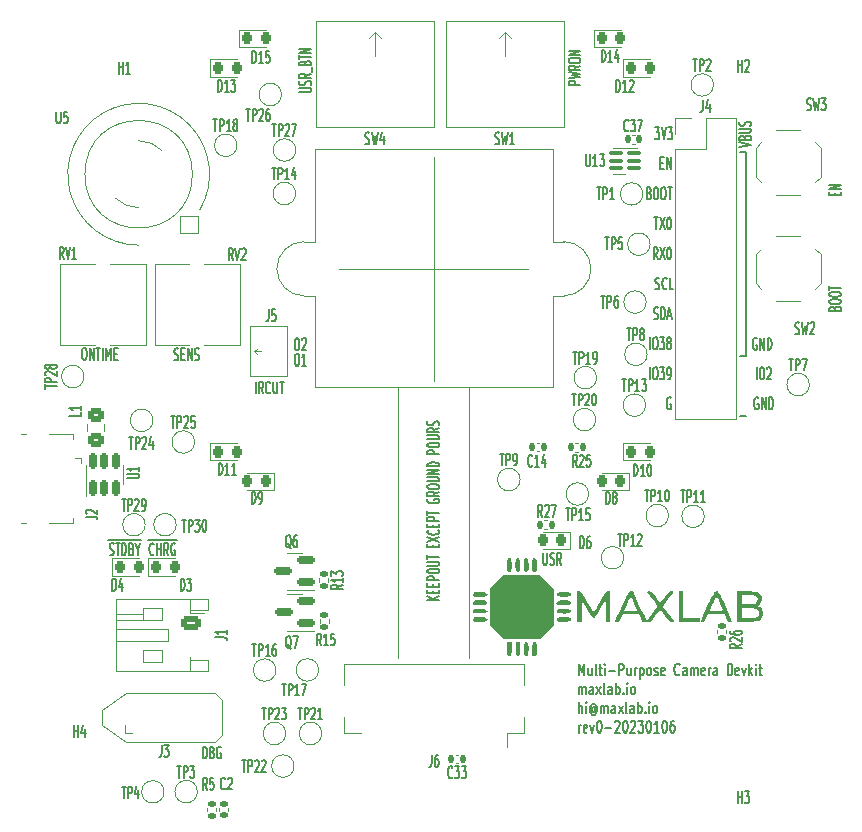
<source format=gto>
G04 #@! TF.GenerationSoftware,KiCad,Pcbnew,(6.0.10)*
G04 #@! TF.CreationDate,2023-01-06T16:36:23-08:00*
G04 #@! TF.ProjectId,ai-camera,61692d63-616d-4657-9261-2e6b69636164,rev?*
G04 #@! TF.SameCoordinates,Original*
G04 #@! TF.FileFunction,Legend,Top*
G04 #@! TF.FilePolarity,Positive*
%FSLAX46Y46*%
G04 Gerber Fmt 4.6, Leading zero omitted, Abs format (unit mm)*
G04 Created by KiCad (PCBNEW (6.0.10)) date 2023-01-06 16:36:23*
%MOMM*%
%LPD*%
G01*
G04 APERTURE LIST*
G04 Aperture macros list*
%AMRoundRect*
0 Rectangle with rounded corners*
0 $1 Rounding radius*
0 $2 $3 $4 $5 $6 $7 $8 $9 X,Y pos of 4 corners*
0 Add a 4 corners polygon primitive as box body*
4,1,4,$2,$3,$4,$5,$6,$7,$8,$9,$2,$3,0*
0 Add four circle primitives for the rounded corners*
1,1,$1+$1,$2,$3*
1,1,$1+$1,$4,$5*
1,1,$1+$1,$6,$7*
1,1,$1+$1,$8,$9*
0 Add four rect primitives between the rounded corners*
20,1,$1+$1,$2,$3,$4,$5,0*
20,1,$1+$1,$4,$5,$6,$7,0*
20,1,$1+$1,$6,$7,$8,$9,0*
20,1,$1+$1,$8,$9,$2,$3,0*%
G04 Aperture macros list end*
%ADD10C,0.177800*%
%ADD11C,0.150000*%
%ADD12C,0.120000*%
%ADD13C,0.100000*%
%ADD14C,5.600000*%
%ADD15C,3.600000*%
%ADD16C,1.500000*%
%ADD17C,4.000000*%
%ADD18RoundRect,0.135000X-0.185000X0.135000X-0.185000X-0.135000X0.185000X-0.135000X0.185000X0.135000X0*%
%ADD19R,1.000000X1.700000*%
%ADD20RoundRect,0.250000X0.450000X-0.325000X0.450000X0.325000X-0.450000X0.325000X-0.450000X-0.325000X0*%
%ADD21RoundRect,0.140000X0.140000X0.170000X-0.140000X0.170000X-0.140000X-0.170000X0.140000X-0.170000X0*%
%ADD22RoundRect,0.218750X0.218750X0.256250X-0.218750X0.256250X-0.218750X-0.256250X0.218750X-0.256250X0*%
%ADD23RoundRect,0.135000X-0.135000X-0.185000X0.135000X-0.185000X0.135000X0.185000X-0.135000X0.185000X0*%
%ADD24RoundRect,0.218750X-0.218750X-0.256250X0.218750X-0.256250X0.218750X0.256250X-0.218750X0.256250X0*%
%ADD25C,1.700000*%
%ADD26RoundRect,0.250000X-0.625000X0.350000X-0.625000X-0.350000X0.625000X-0.350000X0.625000X0.350000X0*%
%ADD27O,1.750000X1.200000*%
%ADD28RoundRect,0.140000X-0.140000X-0.170000X0.140000X-0.170000X0.140000X0.170000X-0.140000X0.170000X0*%
%ADD29RoundRect,0.075000X0.512500X0.075000X-0.512500X0.075000X-0.512500X-0.075000X0.512500X-0.075000X0*%
%ADD30RoundRect,0.150000X0.150000X-0.512500X0.150000X0.512500X-0.150000X0.512500X-0.150000X-0.512500X0*%
%ADD31RoundRect,0.140000X-0.170000X0.140000X-0.170000X-0.140000X0.170000X-0.140000X0.170000X0.140000X0*%
%ADD32C,1.440000*%
%ADD33R,0.300000X1.300000*%
%ADD34R,1.800000X2.200000*%
%ADD35RoundRect,0.135000X0.185000X-0.135000X0.185000X0.135000X-0.185000X0.135000X-0.185000X-0.135000X0*%
%ADD36C,0.800000*%
%ADD37R,1.350000X0.400000*%
%ADD38R,1.550000X1.500000*%
%ADD39R,1.550000X1.200000*%
%ADD40O,1.550000X0.890000*%
%ADD41O,0.950000X1.250000*%
%ADD42R,1.700000X1.700000*%
%ADD43O,1.700000X1.700000*%
%ADD44RoundRect,0.135000X0.135000X0.185000X-0.135000X0.185000X-0.135000X-0.185000X0.135000X-0.185000X0*%
%ADD45RoundRect,0.150000X0.587500X0.150000X-0.587500X0.150000X-0.587500X-0.150000X0.587500X-0.150000X0*%
%ADD46R,1.524000X1.524000*%
%ADD47C,1.524000*%
%ADD48C,0.990600*%
%ADD49C,0.787400*%
%ADD50C,0.600000*%
G04 APERTURE END LIST*
D10*
X156388000Y-57112000D02*
X156388000Y-74384000D01*
X156388000Y-74384000D02*
X155880000Y-74384000D01*
X155880000Y-79464000D02*
X156388000Y-79464000D01*
X155880000Y-57112000D02*
X156388000Y-57112000D01*
D11*
X163936571Y-70356928D02*
X163984190Y-70271214D01*
X164031809Y-70242642D01*
X164127047Y-70214071D01*
X164269904Y-70214071D01*
X164365142Y-70242642D01*
X164412761Y-70271214D01*
X164460380Y-70328357D01*
X164460380Y-70556928D01*
X163460380Y-70556928D01*
X163460380Y-70356928D01*
X163508000Y-70299785D01*
X163555619Y-70271214D01*
X163650857Y-70242642D01*
X163746095Y-70242642D01*
X163841333Y-70271214D01*
X163888952Y-70299785D01*
X163936571Y-70356928D01*
X163936571Y-70556928D01*
X163460380Y-69842642D02*
X163460380Y-69728357D01*
X163508000Y-69671214D01*
X163603238Y-69614071D01*
X163793714Y-69585500D01*
X164127047Y-69585500D01*
X164317523Y-69614071D01*
X164412761Y-69671214D01*
X164460380Y-69728357D01*
X164460380Y-69842642D01*
X164412761Y-69899785D01*
X164317523Y-69956928D01*
X164127047Y-69985500D01*
X163793714Y-69985500D01*
X163603238Y-69956928D01*
X163508000Y-69899785D01*
X163460380Y-69842642D01*
X163460380Y-69214071D02*
X163460380Y-69099785D01*
X163508000Y-69042642D01*
X163603238Y-68985500D01*
X163793714Y-68956928D01*
X164127047Y-68956928D01*
X164317523Y-68985500D01*
X164412761Y-69042642D01*
X164460380Y-69099785D01*
X164460380Y-69214071D01*
X164412761Y-69271214D01*
X164317523Y-69328357D01*
X164127047Y-69356928D01*
X163793714Y-69356928D01*
X163603238Y-69328357D01*
X163508000Y-69271214D01*
X163460380Y-69214071D01*
X163460380Y-68785500D02*
X163460380Y-68442642D01*
X164460380Y-68614071D02*
X163460380Y-68614071D01*
X148623071Y-71232761D02*
X148708785Y-71280380D01*
X148851642Y-71280380D01*
X148908785Y-71232761D01*
X148937357Y-71185142D01*
X148965928Y-71089904D01*
X148965928Y-70994666D01*
X148937357Y-70899428D01*
X148908785Y-70851809D01*
X148851642Y-70804190D01*
X148737357Y-70756571D01*
X148680214Y-70708952D01*
X148651642Y-70661333D01*
X148623071Y-70566095D01*
X148623071Y-70470857D01*
X148651642Y-70375619D01*
X148680214Y-70328000D01*
X148737357Y-70280380D01*
X148880214Y-70280380D01*
X148965928Y-70328000D01*
X149223071Y-71280380D02*
X149223071Y-70280380D01*
X149365928Y-70280380D01*
X149451642Y-70328000D01*
X149508785Y-70423238D01*
X149537357Y-70518476D01*
X149565928Y-70708952D01*
X149565928Y-70851809D01*
X149537357Y-71042285D01*
X149508785Y-71137523D01*
X149451642Y-71232761D01*
X149365928Y-71280380D01*
X149223071Y-71280380D01*
X149794500Y-70994666D02*
X150080214Y-70994666D01*
X149737357Y-71280380D02*
X149937357Y-70280380D01*
X150137357Y-71280380D01*
X148726071Y-55027380D02*
X149097500Y-55027380D01*
X148897500Y-55408333D01*
X148983214Y-55408333D01*
X149040357Y-55455952D01*
X149068928Y-55503571D01*
X149097500Y-55598809D01*
X149097500Y-55836904D01*
X149068928Y-55932142D01*
X149040357Y-55979761D01*
X148983214Y-56027380D01*
X148811785Y-56027380D01*
X148754642Y-55979761D01*
X148726071Y-55932142D01*
X149268928Y-55027380D02*
X149468928Y-56027380D01*
X149668928Y-55027380D01*
X149811785Y-55027380D02*
X150183214Y-55027380D01*
X149983214Y-55408333D01*
X150068928Y-55408333D01*
X150126071Y-55455952D01*
X150154642Y-55503571D01*
X150183214Y-55598809D01*
X150183214Y-55836904D01*
X150154642Y-55932142D01*
X150126071Y-55979761D01*
X150068928Y-56027380D01*
X149897500Y-56027380D01*
X149840357Y-55979761D01*
X149811785Y-55932142D01*
X108011785Y-74704761D02*
X108097500Y-74752380D01*
X108240357Y-74752380D01*
X108297500Y-74704761D01*
X108326071Y-74657142D01*
X108354642Y-74561904D01*
X108354642Y-74466666D01*
X108326071Y-74371428D01*
X108297500Y-74323809D01*
X108240357Y-74276190D01*
X108126071Y-74228571D01*
X108068928Y-74180952D01*
X108040357Y-74133333D01*
X108011785Y-74038095D01*
X108011785Y-73942857D01*
X108040357Y-73847619D01*
X108068928Y-73800000D01*
X108126071Y-73752380D01*
X108268928Y-73752380D01*
X108354642Y-73800000D01*
X108611785Y-74228571D02*
X108811785Y-74228571D01*
X108897500Y-74752380D02*
X108611785Y-74752380D01*
X108611785Y-73752380D01*
X108897500Y-73752380D01*
X109154642Y-74752380D02*
X109154642Y-73752380D01*
X109497500Y-74752380D01*
X109497500Y-73752380D01*
X109754642Y-74704761D02*
X109840357Y-74752380D01*
X109983214Y-74752380D01*
X110040357Y-74704761D01*
X110068928Y-74657142D01*
X110097500Y-74561904D01*
X110097500Y-74466666D01*
X110068928Y-74371428D01*
X110040357Y-74323809D01*
X109983214Y-74276190D01*
X109868928Y-74228571D01*
X109811785Y-74180952D01*
X109783214Y-74133333D01*
X109754642Y-74038095D01*
X109754642Y-73942857D01*
X109783214Y-73847619D01*
X109811785Y-73800000D01*
X109868928Y-73752380D01*
X110011785Y-73752380D01*
X110097500Y-73800000D01*
X118357142Y-72902380D02*
X118471428Y-72902380D01*
X118528571Y-72950000D01*
X118585714Y-73045238D01*
X118614285Y-73235714D01*
X118614285Y-73569047D01*
X118585714Y-73759523D01*
X118528571Y-73854761D01*
X118471428Y-73902380D01*
X118357142Y-73902380D01*
X118300000Y-73854761D01*
X118242857Y-73759523D01*
X118214285Y-73569047D01*
X118214285Y-73235714D01*
X118242857Y-73045238D01*
X118300000Y-72950000D01*
X118357142Y-72902380D01*
X118842857Y-72997619D02*
X118871428Y-72950000D01*
X118928571Y-72902380D01*
X119071428Y-72902380D01*
X119128571Y-72950000D01*
X119157142Y-72997619D01*
X119185714Y-73092857D01*
X119185714Y-73188095D01*
X119157142Y-73330952D01*
X118814285Y-73902380D01*
X119185714Y-73902380D01*
X157454857Y-77948000D02*
X157397714Y-77900380D01*
X157312000Y-77900380D01*
X157226285Y-77948000D01*
X157169142Y-78043238D01*
X157140571Y-78138476D01*
X157112000Y-78328952D01*
X157112000Y-78471809D01*
X157140571Y-78662285D01*
X157169142Y-78757523D01*
X157226285Y-78852761D01*
X157312000Y-78900380D01*
X157369142Y-78900380D01*
X157454857Y-78852761D01*
X157483428Y-78805142D01*
X157483428Y-78471809D01*
X157369142Y-78471809D01*
X157740571Y-78900380D02*
X157740571Y-77900380D01*
X158083428Y-78900380D01*
X158083428Y-77900380D01*
X158369142Y-78900380D02*
X158369142Y-77900380D01*
X158512000Y-77900380D01*
X158597714Y-77948000D01*
X158654857Y-78043238D01*
X158683428Y-78138476D01*
X158712000Y-78328952D01*
X158712000Y-78471809D01*
X158683428Y-78662285D01*
X158654857Y-78757523D01*
X158597714Y-78852761D01*
X158512000Y-78900380D01*
X158369142Y-78900380D01*
X102428571Y-89970000D02*
X103000000Y-89970000D01*
X102542857Y-91204761D02*
X102628571Y-91252380D01*
X102771428Y-91252380D01*
X102828571Y-91204761D01*
X102857142Y-91157142D01*
X102885714Y-91061904D01*
X102885714Y-90966666D01*
X102857142Y-90871428D01*
X102828571Y-90823809D01*
X102771428Y-90776190D01*
X102657142Y-90728571D01*
X102600000Y-90680952D01*
X102571428Y-90633333D01*
X102542857Y-90538095D01*
X102542857Y-90442857D01*
X102571428Y-90347619D01*
X102600000Y-90300000D01*
X102657142Y-90252380D01*
X102800000Y-90252380D01*
X102885714Y-90300000D01*
X103000000Y-89970000D02*
X103457142Y-89970000D01*
X103057142Y-90252380D02*
X103400000Y-90252380D01*
X103228571Y-91252380D02*
X103228571Y-90252380D01*
X103457142Y-89970000D02*
X104057142Y-89970000D01*
X103600000Y-91252380D02*
X103600000Y-90252380D01*
X103742857Y-90252380D01*
X103828571Y-90300000D01*
X103885714Y-90395238D01*
X103914285Y-90490476D01*
X103942857Y-90680952D01*
X103942857Y-90823809D01*
X103914285Y-91014285D01*
X103885714Y-91109523D01*
X103828571Y-91204761D01*
X103742857Y-91252380D01*
X103600000Y-91252380D01*
X104057142Y-89970000D02*
X104657142Y-89970000D01*
X104400000Y-90728571D02*
X104485714Y-90776190D01*
X104514285Y-90823809D01*
X104542857Y-90919047D01*
X104542857Y-91061904D01*
X104514285Y-91157142D01*
X104485714Y-91204761D01*
X104428571Y-91252380D01*
X104200000Y-91252380D01*
X104200000Y-90252380D01*
X104400000Y-90252380D01*
X104457142Y-90300000D01*
X104485714Y-90347619D01*
X104514285Y-90442857D01*
X104514285Y-90538095D01*
X104485714Y-90633333D01*
X104457142Y-90680952D01*
X104400000Y-90728571D01*
X104200000Y-90728571D01*
X104657142Y-89970000D02*
X105171428Y-89970000D01*
X104914285Y-90776190D02*
X104914285Y-91252380D01*
X104714285Y-90252380D02*
X104914285Y-90776190D01*
X105114285Y-90252380D01*
X100354642Y-73702380D02*
X100468928Y-73702380D01*
X100526071Y-73750000D01*
X100583214Y-73845238D01*
X100611785Y-74035714D01*
X100611785Y-74369047D01*
X100583214Y-74559523D01*
X100526071Y-74654761D01*
X100468928Y-74702380D01*
X100354642Y-74702380D01*
X100297500Y-74654761D01*
X100240357Y-74559523D01*
X100211785Y-74369047D01*
X100211785Y-74035714D01*
X100240357Y-73845238D01*
X100297500Y-73750000D01*
X100354642Y-73702380D01*
X100868928Y-74702380D02*
X100868928Y-73702380D01*
X101211785Y-74702380D01*
X101211785Y-73702380D01*
X101411785Y-73702380D02*
X101754642Y-73702380D01*
X101583214Y-74702380D02*
X101583214Y-73702380D01*
X101954642Y-74702380D02*
X101954642Y-73702380D01*
X102240357Y-74702380D02*
X102240357Y-73702380D01*
X102440357Y-74416666D01*
X102640357Y-73702380D01*
X102640357Y-74702380D01*
X102926071Y-74178571D02*
X103126071Y-74178571D01*
X103211785Y-74702380D02*
X102926071Y-74702380D01*
X102926071Y-73702380D01*
X103211785Y-73702380D01*
X149165928Y-58056571D02*
X149365928Y-58056571D01*
X149451642Y-58580380D02*
X149165928Y-58580380D01*
X149165928Y-57580380D01*
X149451642Y-57580380D01*
X149708785Y-58580380D02*
X149708785Y-57580380D01*
X150051642Y-58580380D01*
X150051642Y-57580380D01*
X155840380Y-56688000D02*
X156840380Y-56488000D01*
X155840380Y-56288000D01*
X156316571Y-55888000D02*
X156364190Y-55802285D01*
X156411809Y-55773714D01*
X156507047Y-55745142D01*
X156649904Y-55745142D01*
X156745142Y-55773714D01*
X156792761Y-55802285D01*
X156840380Y-55859428D01*
X156840380Y-56088000D01*
X155840380Y-56088000D01*
X155840380Y-55888000D01*
X155888000Y-55830857D01*
X155935619Y-55802285D01*
X156030857Y-55773714D01*
X156126095Y-55773714D01*
X156221333Y-55802285D01*
X156268952Y-55830857D01*
X156316571Y-55888000D01*
X156316571Y-56088000D01*
X155840380Y-55488000D02*
X156649904Y-55488000D01*
X156745142Y-55459428D01*
X156792761Y-55430857D01*
X156840380Y-55373714D01*
X156840380Y-55259428D01*
X156792761Y-55202285D01*
X156745142Y-55173714D01*
X156649904Y-55145142D01*
X155840380Y-55145142D01*
X156792761Y-54888000D02*
X156840380Y-54802285D01*
X156840380Y-54659428D01*
X156792761Y-54602285D01*
X156745142Y-54573714D01*
X156649904Y-54545142D01*
X156554666Y-54545142D01*
X156459428Y-54573714D01*
X156411809Y-54602285D01*
X156364190Y-54659428D01*
X156316571Y-54773714D01*
X156268952Y-54830857D01*
X156221333Y-54859428D01*
X156126095Y-54888000D01*
X156030857Y-54888000D01*
X155935619Y-54859428D01*
X155888000Y-54830857D01*
X155840380Y-54773714D01*
X155840380Y-54630857D01*
X155888000Y-54545142D01*
X163936571Y-60778071D02*
X163936571Y-60578071D01*
X164460380Y-60492357D02*
X164460380Y-60778071D01*
X163460380Y-60778071D01*
X163460380Y-60492357D01*
X164460380Y-60235214D02*
X163460380Y-60235214D01*
X164460380Y-59892357D01*
X163460380Y-59892357D01*
X148280214Y-76360380D02*
X148280214Y-75360380D01*
X148680214Y-75360380D02*
X148794500Y-75360380D01*
X148851642Y-75408000D01*
X148908785Y-75503238D01*
X148937357Y-75693714D01*
X148937357Y-76027047D01*
X148908785Y-76217523D01*
X148851642Y-76312761D01*
X148794500Y-76360380D01*
X148680214Y-76360380D01*
X148623071Y-76312761D01*
X148565928Y-76217523D01*
X148537357Y-76027047D01*
X148537357Y-75693714D01*
X148565928Y-75503238D01*
X148623071Y-75408000D01*
X148680214Y-75360380D01*
X149137357Y-75360380D02*
X149508785Y-75360380D01*
X149308785Y-75741333D01*
X149394500Y-75741333D01*
X149451642Y-75788952D01*
X149480214Y-75836571D01*
X149508785Y-75931809D01*
X149508785Y-76169904D01*
X149480214Y-76265142D01*
X149451642Y-76312761D01*
X149394500Y-76360380D01*
X149223071Y-76360380D01*
X149165928Y-76312761D01*
X149137357Y-76265142D01*
X149794500Y-76360380D02*
X149908785Y-76360380D01*
X149965928Y-76312761D01*
X149994500Y-76265142D01*
X150051642Y-76122285D01*
X150080214Y-75931809D01*
X150080214Y-75550857D01*
X150051642Y-75455619D01*
X150023071Y-75408000D01*
X149965928Y-75360380D01*
X149851642Y-75360380D01*
X149794500Y-75408000D01*
X149765928Y-75455619D01*
X149737357Y-75550857D01*
X149737357Y-75788952D01*
X149765928Y-75884190D01*
X149794500Y-75931809D01*
X149851642Y-75979428D01*
X149965928Y-75979428D01*
X150023071Y-75931809D01*
X150051642Y-75884190D01*
X150080214Y-75788952D01*
X105785714Y-89970000D02*
X106385714Y-89970000D01*
X106271428Y-91157142D02*
X106242857Y-91204761D01*
X106157142Y-91252380D01*
X106100000Y-91252380D01*
X106014285Y-91204761D01*
X105957142Y-91109523D01*
X105928571Y-91014285D01*
X105900000Y-90823809D01*
X105900000Y-90680952D01*
X105928571Y-90490476D01*
X105957142Y-90395238D01*
X106014285Y-90300000D01*
X106100000Y-90252380D01*
X106157142Y-90252380D01*
X106242857Y-90300000D01*
X106271428Y-90347619D01*
X106385714Y-89970000D02*
X107014285Y-89970000D01*
X106528571Y-91252380D02*
X106528571Y-90252380D01*
X106528571Y-90728571D02*
X106871428Y-90728571D01*
X106871428Y-91252380D02*
X106871428Y-90252380D01*
X107014285Y-89970000D02*
X107614285Y-89970000D01*
X107500000Y-91252380D02*
X107300000Y-90776190D01*
X107157142Y-91252380D02*
X107157142Y-90252380D01*
X107385714Y-90252380D01*
X107442857Y-90300000D01*
X107471428Y-90347619D01*
X107500000Y-90442857D01*
X107500000Y-90585714D01*
X107471428Y-90680952D01*
X107442857Y-90728571D01*
X107385714Y-90776190D01*
X107157142Y-90776190D01*
X107614285Y-89970000D02*
X108214285Y-89970000D01*
X108071428Y-90300000D02*
X108014285Y-90252380D01*
X107928571Y-90252380D01*
X107842857Y-90300000D01*
X107785714Y-90395238D01*
X107757142Y-90490476D01*
X107728571Y-90680952D01*
X107728571Y-90823809D01*
X107757142Y-91014285D01*
X107785714Y-91109523D01*
X107842857Y-91204761D01*
X107928571Y-91252380D01*
X107985714Y-91252380D01*
X108071428Y-91204761D01*
X108100000Y-91157142D01*
X108100000Y-90823809D01*
X107985714Y-90823809D01*
X157312000Y-76360380D02*
X157312000Y-75360380D01*
X157712000Y-75360380D02*
X157826285Y-75360380D01*
X157883428Y-75408000D01*
X157940571Y-75503238D01*
X157969142Y-75693714D01*
X157969142Y-76027047D01*
X157940571Y-76217523D01*
X157883428Y-76312761D01*
X157826285Y-76360380D01*
X157712000Y-76360380D01*
X157654857Y-76312761D01*
X157597714Y-76217523D01*
X157569142Y-76027047D01*
X157569142Y-75693714D01*
X157597714Y-75503238D01*
X157654857Y-75408000D01*
X157712000Y-75360380D01*
X158197714Y-75455619D02*
X158226285Y-75408000D01*
X158283428Y-75360380D01*
X158426285Y-75360380D01*
X158483428Y-75408000D01*
X158512000Y-75455619D01*
X158540571Y-75550857D01*
X158540571Y-75646095D01*
X158512000Y-75788952D01*
X158169142Y-76360380D01*
X158540571Y-76360380D01*
X114907142Y-77552380D02*
X114907142Y-76552380D01*
X115535714Y-77552380D02*
X115335714Y-77076190D01*
X115192857Y-77552380D02*
X115192857Y-76552380D01*
X115421428Y-76552380D01*
X115478571Y-76600000D01*
X115507142Y-76647619D01*
X115535714Y-76742857D01*
X115535714Y-76885714D01*
X115507142Y-76980952D01*
X115478571Y-77028571D01*
X115421428Y-77076190D01*
X115192857Y-77076190D01*
X116135714Y-77457142D02*
X116107142Y-77504761D01*
X116021428Y-77552380D01*
X115964285Y-77552380D01*
X115878571Y-77504761D01*
X115821428Y-77409523D01*
X115792857Y-77314285D01*
X115764285Y-77123809D01*
X115764285Y-76980952D01*
X115792857Y-76790476D01*
X115821428Y-76695238D01*
X115878571Y-76600000D01*
X115964285Y-76552380D01*
X116021428Y-76552380D01*
X116107142Y-76600000D01*
X116135714Y-76647619D01*
X116392857Y-76552380D02*
X116392857Y-77361904D01*
X116421428Y-77457142D01*
X116450000Y-77504761D01*
X116507142Y-77552380D01*
X116621428Y-77552380D01*
X116678571Y-77504761D01*
X116707142Y-77457142D01*
X116735714Y-77361904D01*
X116735714Y-76552380D01*
X116935714Y-76552380D02*
X117278571Y-76552380D01*
X117107142Y-77552380D02*
X117107142Y-76552380D01*
X148754642Y-68709761D02*
X148840357Y-68757380D01*
X148983214Y-68757380D01*
X149040357Y-68709761D01*
X149068928Y-68662142D01*
X149097500Y-68566904D01*
X149097500Y-68471666D01*
X149068928Y-68376428D01*
X149040357Y-68328809D01*
X148983214Y-68281190D01*
X148868928Y-68233571D01*
X148811785Y-68185952D01*
X148783214Y-68138333D01*
X148754642Y-68043095D01*
X148754642Y-67947857D01*
X148783214Y-67852619D01*
X148811785Y-67805000D01*
X148868928Y-67757380D01*
X149011785Y-67757380D01*
X149097500Y-67805000D01*
X149697500Y-68662142D02*
X149668928Y-68709761D01*
X149583214Y-68757380D01*
X149526071Y-68757380D01*
X149440357Y-68709761D01*
X149383214Y-68614523D01*
X149354642Y-68519285D01*
X149326071Y-68328809D01*
X149326071Y-68185952D01*
X149354642Y-67995476D01*
X149383214Y-67900238D01*
X149440357Y-67805000D01*
X149526071Y-67757380D01*
X149583214Y-67757380D01*
X149668928Y-67805000D01*
X149697500Y-67852619D01*
X150240357Y-68757380D02*
X149954642Y-68757380D01*
X149954642Y-67757380D01*
X118357142Y-74202380D02*
X118471428Y-74202380D01*
X118528571Y-74250000D01*
X118585714Y-74345238D01*
X118614285Y-74535714D01*
X118614285Y-74869047D01*
X118585714Y-75059523D01*
X118528571Y-75154761D01*
X118471428Y-75202380D01*
X118357142Y-75202380D01*
X118300000Y-75154761D01*
X118242857Y-75059523D01*
X118214285Y-74869047D01*
X118214285Y-74535714D01*
X118242857Y-74345238D01*
X118300000Y-74250000D01*
X118357142Y-74202380D01*
X119185714Y-75202380D02*
X118842857Y-75202380D01*
X119014285Y-75202380D02*
X119014285Y-74202380D01*
X118957142Y-74345238D01*
X118900000Y-74440476D01*
X118842857Y-74488095D01*
X148223071Y-60596571D02*
X148308785Y-60644190D01*
X148337357Y-60691809D01*
X148365928Y-60787047D01*
X148365928Y-60929904D01*
X148337357Y-61025142D01*
X148308785Y-61072761D01*
X148251642Y-61120380D01*
X148023071Y-61120380D01*
X148023071Y-60120380D01*
X148223071Y-60120380D01*
X148280214Y-60168000D01*
X148308785Y-60215619D01*
X148337357Y-60310857D01*
X148337357Y-60406095D01*
X148308785Y-60501333D01*
X148280214Y-60548952D01*
X148223071Y-60596571D01*
X148023071Y-60596571D01*
X148737357Y-60120380D02*
X148851642Y-60120380D01*
X148908785Y-60168000D01*
X148965928Y-60263238D01*
X148994500Y-60453714D01*
X148994500Y-60787047D01*
X148965928Y-60977523D01*
X148908785Y-61072761D01*
X148851642Y-61120380D01*
X148737357Y-61120380D01*
X148680214Y-61072761D01*
X148623071Y-60977523D01*
X148594500Y-60787047D01*
X148594500Y-60453714D01*
X148623071Y-60263238D01*
X148680214Y-60168000D01*
X148737357Y-60120380D01*
X149365928Y-60120380D02*
X149480214Y-60120380D01*
X149537357Y-60168000D01*
X149594500Y-60263238D01*
X149623071Y-60453714D01*
X149623071Y-60787047D01*
X149594500Y-60977523D01*
X149537357Y-61072761D01*
X149480214Y-61120380D01*
X149365928Y-61120380D01*
X149308785Y-61072761D01*
X149251642Y-60977523D01*
X149223071Y-60787047D01*
X149223071Y-60453714D01*
X149251642Y-60263238D01*
X149308785Y-60168000D01*
X149365928Y-60120380D01*
X149794500Y-60120380D02*
X150137357Y-60120380D01*
X149965928Y-61120380D02*
X149965928Y-60120380D01*
X142264166Y-101437380D02*
X142264166Y-100437380D01*
X142497500Y-101151666D01*
X142730833Y-100437380D01*
X142730833Y-101437380D01*
X143364166Y-100770714D02*
X143364166Y-101437380D01*
X143064166Y-100770714D02*
X143064166Y-101294523D01*
X143097500Y-101389761D01*
X143164166Y-101437380D01*
X143264166Y-101437380D01*
X143330833Y-101389761D01*
X143364166Y-101342142D01*
X143797500Y-101437380D02*
X143730833Y-101389761D01*
X143697500Y-101294523D01*
X143697500Y-100437380D01*
X143964166Y-100770714D02*
X144230833Y-100770714D01*
X144064166Y-100437380D02*
X144064166Y-101294523D01*
X144097500Y-101389761D01*
X144164166Y-101437380D01*
X144230833Y-101437380D01*
X144464166Y-101437380D02*
X144464166Y-100770714D01*
X144464166Y-100437380D02*
X144430833Y-100485000D01*
X144464166Y-100532619D01*
X144497500Y-100485000D01*
X144464166Y-100437380D01*
X144464166Y-100532619D01*
X144797500Y-101056428D02*
X145330833Y-101056428D01*
X145664166Y-101437380D02*
X145664166Y-100437380D01*
X145930833Y-100437380D01*
X145997500Y-100485000D01*
X146030833Y-100532619D01*
X146064166Y-100627857D01*
X146064166Y-100770714D01*
X146030833Y-100865952D01*
X145997500Y-100913571D01*
X145930833Y-100961190D01*
X145664166Y-100961190D01*
X146664166Y-100770714D02*
X146664166Y-101437380D01*
X146364166Y-100770714D02*
X146364166Y-101294523D01*
X146397500Y-101389761D01*
X146464166Y-101437380D01*
X146564166Y-101437380D01*
X146630833Y-101389761D01*
X146664166Y-101342142D01*
X146997500Y-101437380D02*
X146997500Y-100770714D01*
X146997500Y-100961190D02*
X147030833Y-100865952D01*
X147064166Y-100818333D01*
X147130833Y-100770714D01*
X147197500Y-100770714D01*
X147430833Y-100770714D02*
X147430833Y-101770714D01*
X147430833Y-100818333D02*
X147497500Y-100770714D01*
X147630833Y-100770714D01*
X147697500Y-100818333D01*
X147730833Y-100865952D01*
X147764166Y-100961190D01*
X147764166Y-101246904D01*
X147730833Y-101342142D01*
X147697500Y-101389761D01*
X147630833Y-101437380D01*
X147497500Y-101437380D01*
X147430833Y-101389761D01*
X148164166Y-101437380D02*
X148097500Y-101389761D01*
X148064166Y-101342142D01*
X148030833Y-101246904D01*
X148030833Y-100961190D01*
X148064166Y-100865952D01*
X148097500Y-100818333D01*
X148164166Y-100770714D01*
X148264166Y-100770714D01*
X148330833Y-100818333D01*
X148364166Y-100865952D01*
X148397500Y-100961190D01*
X148397500Y-101246904D01*
X148364166Y-101342142D01*
X148330833Y-101389761D01*
X148264166Y-101437380D01*
X148164166Y-101437380D01*
X148664166Y-101389761D02*
X148730833Y-101437380D01*
X148864166Y-101437380D01*
X148930833Y-101389761D01*
X148964166Y-101294523D01*
X148964166Y-101246904D01*
X148930833Y-101151666D01*
X148864166Y-101104047D01*
X148764166Y-101104047D01*
X148697500Y-101056428D01*
X148664166Y-100961190D01*
X148664166Y-100913571D01*
X148697500Y-100818333D01*
X148764166Y-100770714D01*
X148864166Y-100770714D01*
X148930833Y-100818333D01*
X149530833Y-101389761D02*
X149464166Y-101437380D01*
X149330833Y-101437380D01*
X149264166Y-101389761D01*
X149230833Y-101294523D01*
X149230833Y-100913571D01*
X149264166Y-100818333D01*
X149330833Y-100770714D01*
X149464166Y-100770714D01*
X149530833Y-100818333D01*
X149564166Y-100913571D01*
X149564166Y-101008809D01*
X149230833Y-101104047D01*
X150797500Y-101342142D02*
X150764166Y-101389761D01*
X150664166Y-101437380D01*
X150597500Y-101437380D01*
X150497500Y-101389761D01*
X150430833Y-101294523D01*
X150397500Y-101199285D01*
X150364166Y-101008809D01*
X150364166Y-100865952D01*
X150397500Y-100675476D01*
X150430833Y-100580238D01*
X150497500Y-100485000D01*
X150597500Y-100437380D01*
X150664166Y-100437380D01*
X150764166Y-100485000D01*
X150797500Y-100532619D01*
X151397500Y-101437380D02*
X151397500Y-100913571D01*
X151364166Y-100818333D01*
X151297500Y-100770714D01*
X151164166Y-100770714D01*
X151097500Y-100818333D01*
X151397500Y-101389761D02*
X151330833Y-101437380D01*
X151164166Y-101437380D01*
X151097500Y-101389761D01*
X151064166Y-101294523D01*
X151064166Y-101199285D01*
X151097500Y-101104047D01*
X151164166Y-101056428D01*
X151330833Y-101056428D01*
X151397500Y-101008809D01*
X151730833Y-101437380D02*
X151730833Y-100770714D01*
X151730833Y-100865952D02*
X151764166Y-100818333D01*
X151830833Y-100770714D01*
X151930833Y-100770714D01*
X151997500Y-100818333D01*
X152030833Y-100913571D01*
X152030833Y-101437380D01*
X152030833Y-100913571D02*
X152064166Y-100818333D01*
X152130833Y-100770714D01*
X152230833Y-100770714D01*
X152297500Y-100818333D01*
X152330833Y-100913571D01*
X152330833Y-101437380D01*
X152930833Y-101389761D02*
X152864166Y-101437380D01*
X152730833Y-101437380D01*
X152664166Y-101389761D01*
X152630833Y-101294523D01*
X152630833Y-100913571D01*
X152664166Y-100818333D01*
X152730833Y-100770714D01*
X152864166Y-100770714D01*
X152930833Y-100818333D01*
X152964166Y-100913571D01*
X152964166Y-101008809D01*
X152630833Y-101104047D01*
X153264166Y-101437380D02*
X153264166Y-100770714D01*
X153264166Y-100961190D02*
X153297500Y-100865952D01*
X153330833Y-100818333D01*
X153397500Y-100770714D01*
X153464166Y-100770714D01*
X153997500Y-101437380D02*
X153997500Y-100913571D01*
X153964166Y-100818333D01*
X153897500Y-100770714D01*
X153764166Y-100770714D01*
X153697500Y-100818333D01*
X153997500Y-101389761D02*
X153930833Y-101437380D01*
X153764166Y-101437380D01*
X153697500Y-101389761D01*
X153664166Y-101294523D01*
X153664166Y-101199285D01*
X153697500Y-101104047D01*
X153764166Y-101056428D01*
X153930833Y-101056428D01*
X153997500Y-101008809D01*
X154864166Y-101437380D02*
X154864166Y-100437380D01*
X155030833Y-100437380D01*
X155130833Y-100485000D01*
X155197500Y-100580238D01*
X155230833Y-100675476D01*
X155264166Y-100865952D01*
X155264166Y-101008809D01*
X155230833Y-101199285D01*
X155197500Y-101294523D01*
X155130833Y-101389761D01*
X155030833Y-101437380D01*
X154864166Y-101437380D01*
X155830833Y-101389761D02*
X155764166Y-101437380D01*
X155630833Y-101437380D01*
X155564166Y-101389761D01*
X155530833Y-101294523D01*
X155530833Y-100913571D01*
X155564166Y-100818333D01*
X155630833Y-100770714D01*
X155764166Y-100770714D01*
X155830833Y-100818333D01*
X155864166Y-100913571D01*
X155864166Y-101008809D01*
X155530833Y-101104047D01*
X156097500Y-100770714D02*
X156264166Y-101437380D01*
X156430833Y-100770714D01*
X156697500Y-101437380D02*
X156697500Y-100437380D01*
X156764166Y-101056428D02*
X156964166Y-101437380D01*
X156964166Y-100770714D02*
X156697500Y-101151666D01*
X157264166Y-101437380D02*
X157264166Y-100770714D01*
X157264166Y-100437380D02*
X157230833Y-100485000D01*
X157264166Y-100532619D01*
X157297500Y-100485000D01*
X157264166Y-100437380D01*
X157264166Y-100532619D01*
X157497500Y-100770714D02*
X157764166Y-100770714D01*
X157597500Y-100437380D02*
X157597500Y-101294523D01*
X157630833Y-101389761D01*
X157697500Y-101437380D01*
X157764166Y-101437380D01*
X142264166Y-103047380D02*
X142264166Y-102380714D01*
X142264166Y-102475952D02*
X142297500Y-102428333D01*
X142364166Y-102380714D01*
X142464166Y-102380714D01*
X142530833Y-102428333D01*
X142564166Y-102523571D01*
X142564166Y-103047380D01*
X142564166Y-102523571D02*
X142597500Y-102428333D01*
X142664166Y-102380714D01*
X142764166Y-102380714D01*
X142830833Y-102428333D01*
X142864166Y-102523571D01*
X142864166Y-103047380D01*
X143497500Y-103047380D02*
X143497500Y-102523571D01*
X143464166Y-102428333D01*
X143397500Y-102380714D01*
X143264166Y-102380714D01*
X143197500Y-102428333D01*
X143497500Y-102999761D02*
X143430833Y-103047380D01*
X143264166Y-103047380D01*
X143197500Y-102999761D01*
X143164166Y-102904523D01*
X143164166Y-102809285D01*
X143197500Y-102714047D01*
X143264166Y-102666428D01*
X143430833Y-102666428D01*
X143497500Y-102618809D01*
X143764166Y-103047380D02*
X144130833Y-102380714D01*
X143764166Y-102380714D02*
X144130833Y-103047380D01*
X144497500Y-103047380D02*
X144430833Y-102999761D01*
X144397500Y-102904523D01*
X144397500Y-102047380D01*
X145064166Y-103047380D02*
X145064166Y-102523571D01*
X145030833Y-102428333D01*
X144964166Y-102380714D01*
X144830833Y-102380714D01*
X144764166Y-102428333D01*
X145064166Y-102999761D02*
X144997500Y-103047380D01*
X144830833Y-103047380D01*
X144764166Y-102999761D01*
X144730833Y-102904523D01*
X144730833Y-102809285D01*
X144764166Y-102714047D01*
X144830833Y-102666428D01*
X144997500Y-102666428D01*
X145064166Y-102618809D01*
X145397500Y-103047380D02*
X145397500Y-102047380D01*
X145397500Y-102428333D02*
X145464166Y-102380714D01*
X145597500Y-102380714D01*
X145664166Y-102428333D01*
X145697500Y-102475952D01*
X145730833Y-102571190D01*
X145730833Y-102856904D01*
X145697500Y-102952142D01*
X145664166Y-102999761D01*
X145597500Y-103047380D01*
X145464166Y-103047380D01*
X145397500Y-102999761D01*
X146030833Y-102952142D02*
X146064166Y-102999761D01*
X146030833Y-103047380D01*
X145997500Y-102999761D01*
X146030833Y-102952142D01*
X146030833Y-103047380D01*
X146364166Y-103047380D02*
X146364166Y-102380714D01*
X146364166Y-102047380D02*
X146330833Y-102095000D01*
X146364166Y-102142619D01*
X146397500Y-102095000D01*
X146364166Y-102047380D01*
X146364166Y-102142619D01*
X146797500Y-103047380D02*
X146730833Y-102999761D01*
X146697500Y-102952142D01*
X146664166Y-102856904D01*
X146664166Y-102571190D01*
X146697500Y-102475952D01*
X146730833Y-102428333D01*
X146797500Y-102380714D01*
X146897500Y-102380714D01*
X146964166Y-102428333D01*
X146997500Y-102475952D01*
X147030833Y-102571190D01*
X147030833Y-102856904D01*
X146997500Y-102952142D01*
X146964166Y-102999761D01*
X146897500Y-103047380D01*
X146797500Y-103047380D01*
X142264166Y-104657380D02*
X142264166Y-103657380D01*
X142564166Y-104657380D02*
X142564166Y-104133571D01*
X142530833Y-104038333D01*
X142464166Y-103990714D01*
X142364166Y-103990714D01*
X142297500Y-104038333D01*
X142264166Y-104085952D01*
X142897500Y-104657380D02*
X142897500Y-103990714D01*
X142897500Y-103657380D02*
X142864166Y-103705000D01*
X142897500Y-103752619D01*
X142930833Y-103705000D01*
X142897500Y-103657380D01*
X142897500Y-103752619D01*
X143664166Y-104181190D02*
X143630833Y-104133571D01*
X143564166Y-104085952D01*
X143497500Y-104085952D01*
X143430833Y-104133571D01*
X143397500Y-104181190D01*
X143364166Y-104276428D01*
X143364166Y-104371666D01*
X143397500Y-104466904D01*
X143430833Y-104514523D01*
X143497500Y-104562142D01*
X143564166Y-104562142D01*
X143630833Y-104514523D01*
X143664166Y-104466904D01*
X143664166Y-104085952D02*
X143664166Y-104466904D01*
X143697500Y-104514523D01*
X143730833Y-104514523D01*
X143797500Y-104466904D01*
X143830833Y-104371666D01*
X143830833Y-104133571D01*
X143764166Y-103990714D01*
X143664166Y-103895476D01*
X143530833Y-103847857D01*
X143397500Y-103895476D01*
X143297500Y-103990714D01*
X143230833Y-104133571D01*
X143197500Y-104324047D01*
X143230833Y-104514523D01*
X143297500Y-104657380D01*
X143397500Y-104752619D01*
X143530833Y-104800238D01*
X143664166Y-104752619D01*
X143764166Y-104657380D01*
X144130833Y-104657380D02*
X144130833Y-103990714D01*
X144130833Y-104085952D02*
X144164166Y-104038333D01*
X144230833Y-103990714D01*
X144330833Y-103990714D01*
X144397500Y-104038333D01*
X144430833Y-104133571D01*
X144430833Y-104657380D01*
X144430833Y-104133571D02*
X144464166Y-104038333D01*
X144530833Y-103990714D01*
X144630833Y-103990714D01*
X144697500Y-104038333D01*
X144730833Y-104133571D01*
X144730833Y-104657380D01*
X145364166Y-104657380D02*
X145364166Y-104133571D01*
X145330833Y-104038333D01*
X145264166Y-103990714D01*
X145130833Y-103990714D01*
X145064166Y-104038333D01*
X145364166Y-104609761D02*
X145297500Y-104657380D01*
X145130833Y-104657380D01*
X145064166Y-104609761D01*
X145030833Y-104514523D01*
X145030833Y-104419285D01*
X145064166Y-104324047D01*
X145130833Y-104276428D01*
X145297500Y-104276428D01*
X145364166Y-104228809D01*
X145630833Y-104657380D02*
X145997500Y-103990714D01*
X145630833Y-103990714D02*
X145997500Y-104657380D01*
X146364166Y-104657380D02*
X146297500Y-104609761D01*
X146264166Y-104514523D01*
X146264166Y-103657380D01*
X146930833Y-104657380D02*
X146930833Y-104133571D01*
X146897500Y-104038333D01*
X146830833Y-103990714D01*
X146697500Y-103990714D01*
X146630833Y-104038333D01*
X146930833Y-104609761D02*
X146864166Y-104657380D01*
X146697500Y-104657380D01*
X146630833Y-104609761D01*
X146597500Y-104514523D01*
X146597500Y-104419285D01*
X146630833Y-104324047D01*
X146697500Y-104276428D01*
X146864166Y-104276428D01*
X146930833Y-104228809D01*
X147264166Y-104657380D02*
X147264166Y-103657380D01*
X147264166Y-104038333D02*
X147330833Y-103990714D01*
X147464166Y-103990714D01*
X147530833Y-104038333D01*
X147564166Y-104085952D01*
X147597500Y-104181190D01*
X147597500Y-104466904D01*
X147564166Y-104562142D01*
X147530833Y-104609761D01*
X147464166Y-104657380D01*
X147330833Y-104657380D01*
X147264166Y-104609761D01*
X147897500Y-104562142D02*
X147930833Y-104609761D01*
X147897500Y-104657380D01*
X147864166Y-104609761D01*
X147897500Y-104562142D01*
X147897500Y-104657380D01*
X148230833Y-104657380D02*
X148230833Y-103990714D01*
X148230833Y-103657380D02*
X148197500Y-103705000D01*
X148230833Y-103752619D01*
X148264166Y-103705000D01*
X148230833Y-103657380D01*
X148230833Y-103752619D01*
X148664166Y-104657380D02*
X148597500Y-104609761D01*
X148564166Y-104562142D01*
X148530833Y-104466904D01*
X148530833Y-104181190D01*
X148564166Y-104085952D01*
X148597500Y-104038333D01*
X148664166Y-103990714D01*
X148764166Y-103990714D01*
X148830833Y-104038333D01*
X148864166Y-104085952D01*
X148897500Y-104181190D01*
X148897500Y-104466904D01*
X148864166Y-104562142D01*
X148830833Y-104609761D01*
X148764166Y-104657380D01*
X148664166Y-104657380D01*
X142264166Y-106267380D02*
X142264166Y-105600714D01*
X142264166Y-105791190D02*
X142297500Y-105695952D01*
X142330833Y-105648333D01*
X142397500Y-105600714D01*
X142464166Y-105600714D01*
X142964166Y-106219761D02*
X142897500Y-106267380D01*
X142764166Y-106267380D01*
X142697500Y-106219761D01*
X142664166Y-106124523D01*
X142664166Y-105743571D01*
X142697500Y-105648333D01*
X142764166Y-105600714D01*
X142897500Y-105600714D01*
X142964166Y-105648333D01*
X142997500Y-105743571D01*
X142997500Y-105838809D01*
X142664166Y-105934047D01*
X143230833Y-105600714D02*
X143397500Y-106267380D01*
X143564166Y-105600714D01*
X143964166Y-105267380D02*
X144030833Y-105267380D01*
X144097500Y-105315000D01*
X144130833Y-105362619D01*
X144164166Y-105457857D01*
X144197500Y-105648333D01*
X144197500Y-105886428D01*
X144164166Y-106076904D01*
X144130833Y-106172142D01*
X144097500Y-106219761D01*
X144030833Y-106267380D01*
X143964166Y-106267380D01*
X143897500Y-106219761D01*
X143864166Y-106172142D01*
X143830833Y-106076904D01*
X143797500Y-105886428D01*
X143797500Y-105648333D01*
X143830833Y-105457857D01*
X143864166Y-105362619D01*
X143897500Y-105315000D01*
X143964166Y-105267380D01*
X144497500Y-105886428D02*
X145030833Y-105886428D01*
X145330833Y-105362619D02*
X145364166Y-105315000D01*
X145430833Y-105267380D01*
X145597500Y-105267380D01*
X145664166Y-105315000D01*
X145697500Y-105362619D01*
X145730833Y-105457857D01*
X145730833Y-105553095D01*
X145697500Y-105695952D01*
X145297500Y-106267380D01*
X145730833Y-106267380D01*
X146164166Y-105267380D02*
X146230833Y-105267380D01*
X146297500Y-105315000D01*
X146330833Y-105362619D01*
X146364166Y-105457857D01*
X146397500Y-105648333D01*
X146397500Y-105886428D01*
X146364166Y-106076904D01*
X146330833Y-106172142D01*
X146297500Y-106219761D01*
X146230833Y-106267380D01*
X146164166Y-106267380D01*
X146097500Y-106219761D01*
X146064166Y-106172142D01*
X146030833Y-106076904D01*
X145997500Y-105886428D01*
X145997500Y-105648333D01*
X146030833Y-105457857D01*
X146064166Y-105362619D01*
X146097500Y-105315000D01*
X146164166Y-105267380D01*
X146664166Y-105362619D02*
X146697500Y-105315000D01*
X146764166Y-105267380D01*
X146930833Y-105267380D01*
X146997500Y-105315000D01*
X147030833Y-105362619D01*
X147064166Y-105457857D01*
X147064166Y-105553095D01*
X147030833Y-105695952D01*
X146630833Y-106267380D01*
X147064166Y-106267380D01*
X147297500Y-105267380D02*
X147730833Y-105267380D01*
X147497500Y-105648333D01*
X147597500Y-105648333D01*
X147664166Y-105695952D01*
X147697500Y-105743571D01*
X147730833Y-105838809D01*
X147730833Y-106076904D01*
X147697500Y-106172142D01*
X147664166Y-106219761D01*
X147597500Y-106267380D01*
X147397500Y-106267380D01*
X147330833Y-106219761D01*
X147297500Y-106172142D01*
X148164166Y-105267380D02*
X148230833Y-105267380D01*
X148297500Y-105315000D01*
X148330833Y-105362619D01*
X148364166Y-105457857D01*
X148397500Y-105648333D01*
X148397500Y-105886428D01*
X148364166Y-106076904D01*
X148330833Y-106172142D01*
X148297500Y-106219761D01*
X148230833Y-106267380D01*
X148164166Y-106267380D01*
X148097500Y-106219761D01*
X148064166Y-106172142D01*
X148030833Y-106076904D01*
X147997500Y-105886428D01*
X147997500Y-105648333D01*
X148030833Y-105457857D01*
X148064166Y-105362619D01*
X148097500Y-105315000D01*
X148164166Y-105267380D01*
X149064166Y-106267380D02*
X148664166Y-106267380D01*
X148864166Y-106267380D02*
X148864166Y-105267380D01*
X148797500Y-105410238D01*
X148730833Y-105505476D01*
X148664166Y-105553095D01*
X149497500Y-105267380D02*
X149564166Y-105267380D01*
X149630833Y-105315000D01*
X149664166Y-105362619D01*
X149697500Y-105457857D01*
X149730833Y-105648333D01*
X149730833Y-105886428D01*
X149697500Y-106076904D01*
X149664166Y-106172142D01*
X149630833Y-106219761D01*
X149564166Y-106267380D01*
X149497500Y-106267380D01*
X149430833Y-106219761D01*
X149397500Y-106172142D01*
X149364166Y-106076904D01*
X149330833Y-105886428D01*
X149330833Y-105648333D01*
X149364166Y-105457857D01*
X149397500Y-105362619D01*
X149430833Y-105315000D01*
X149497500Y-105267380D01*
X150330833Y-105267380D02*
X150197500Y-105267380D01*
X150130833Y-105315000D01*
X150097500Y-105362619D01*
X150030833Y-105505476D01*
X149997500Y-105695952D01*
X149997500Y-106076904D01*
X150030833Y-106172142D01*
X150064166Y-106219761D01*
X150130833Y-106267380D01*
X150264166Y-106267380D01*
X150330833Y-106219761D01*
X150364166Y-106172142D01*
X150397500Y-106076904D01*
X150397500Y-105838809D01*
X150364166Y-105743571D01*
X150330833Y-105695952D01*
X150264166Y-105648333D01*
X150130833Y-105648333D01*
X150064166Y-105695952D01*
X150030833Y-105743571D01*
X149997500Y-105838809D01*
X139242857Y-91052380D02*
X139242857Y-91861904D01*
X139271428Y-91957142D01*
X139300000Y-92004761D01*
X139357142Y-92052380D01*
X139471428Y-92052380D01*
X139528571Y-92004761D01*
X139557142Y-91957142D01*
X139585714Y-91861904D01*
X139585714Y-91052380D01*
X139842857Y-92004761D02*
X139928571Y-92052380D01*
X140071428Y-92052380D01*
X140128571Y-92004761D01*
X140157142Y-91957142D01*
X140185714Y-91861904D01*
X140185714Y-91766666D01*
X140157142Y-91671428D01*
X140128571Y-91623809D01*
X140071428Y-91576190D01*
X139957142Y-91528571D01*
X139900000Y-91480952D01*
X139871428Y-91433333D01*
X139842857Y-91338095D01*
X139842857Y-91242857D01*
X139871428Y-91147619D01*
X139900000Y-91100000D01*
X139957142Y-91052380D01*
X140100000Y-91052380D01*
X140185714Y-91100000D01*
X140785714Y-92052380D02*
X140585714Y-91576190D01*
X140442857Y-92052380D02*
X140442857Y-91052380D01*
X140671428Y-91052380D01*
X140728571Y-91100000D01*
X140757142Y-91147619D01*
X140785714Y-91242857D01*
X140785714Y-91385714D01*
X140757142Y-91480952D01*
X140728571Y-91528571D01*
X140671428Y-91576190D01*
X140442857Y-91576190D01*
X148937357Y-66200380D02*
X148737357Y-65724190D01*
X148594500Y-66200380D02*
X148594500Y-65200380D01*
X148823071Y-65200380D01*
X148880214Y-65248000D01*
X148908785Y-65295619D01*
X148937357Y-65390857D01*
X148937357Y-65533714D01*
X148908785Y-65628952D01*
X148880214Y-65676571D01*
X148823071Y-65724190D01*
X148594500Y-65724190D01*
X149137357Y-65200380D02*
X149537357Y-66200380D01*
X149537357Y-65200380D02*
X149137357Y-66200380D01*
X149880214Y-65200380D02*
X149937357Y-65200380D01*
X149994500Y-65248000D01*
X150023071Y-65295619D01*
X150051642Y-65390857D01*
X150080214Y-65581333D01*
X150080214Y-65819428D01*
X150051642Y-66009904D01*
X150023071Y-66105142D01*
X149994500Y-66152761D01*
X149937357Y-66200380D01*
X149880214Y-66200380D01*
X149823071Y-66152761D01*
X149794500Y-66105142D01*
X149765928Y-66009904D01*
X149737357Y-65819428D01*
X149737357Y-65581333D01*
X149765928Y-65390857D01*
X149794500Y-65295619D01*
X149823071Y-65248000D01*
X149880214Y-65200380D01*
X148651642Y-62660380D02*
X148994500Y-62660380D01*
X148823071Y-63660380D02*
X148823071Y-62660380D01*
X149137357Y-62660380D02*
X149537357Y-63660380D01*
X149537357Y-62660380D02*
X149137357Y-63660380D01*
X149880214Y-62660380D02*
X149937357Y-62660380D01*
X149994500Y-62708000D01*
X150023071Y-62755619D01*
X150051642Y-62850857D01*
X150080214Y-63041333D01*
X150080214Y-63279428D01*
X150051642Y-63469904D01*
X150023071Y-63565142D01*
X149994500Y-63612761D01*
X149937357Y-63660380D01*
X149880214Y-63660380D01*
X149823071Y-63612761D01*
X149794500Y-63565142D01*
X149765928Y-63469904D01*
X149737357Y-63279428D01*
X149737357Y-63041333D01*
X149765928Y-62850857D01*
X149794500Y-62755619D01*
X149823071Y-62708000D01*
X149880214Y-62660380D01*
X148280214Y-73820380D02*
X148280214Y-72820380D01*
X148680214Y-72820380D02*
X148794500Y-72820380D01*
X148851642Y-72868000D01*
X148908785Y-72963238D01*
X148937357Y-73153714D01*
X148937357Y-73487047D01*
X148908785Y-73677523D01*
X148851642Y-73772761D01*
X148794500Y-73820380D01*
X148680214Y-73820380D01*
X148623071Y-73772761D01*
X148565928Y-73677523D01*
X148537357Y-73487047D01*
X148537357Y-73153714D01*
X148565928Y-72963238D01*
X148623071Y-72868000D01*
X148680214Y-72820380D01*
X149137357Y-72820380D02*
X149508785Y-72820380D01*
X149308785Y-73201333D01*
X149394500Y-73201333D01*
X149451642Y-73248952D01*
X149480214Y-73296571D01*
X149508785Y-73391809D01*
X149508785Y-73629904D01*
X149480214Y-73725142D01*
X149451642Y-73772761D01*
X149394500Y-73820380D01*
X149223071Y-73820380D01*
X149165928Y-73772761D01*
X149137357Y-73725142D01*
X149851642Y-73248952D02*
X149794500Y-73201333D01*
X149765928Y-73153714D01*
X149737357Y-73058476D01*
X149737357Y-73010857D01*
X149765928Y-72915619D01*
X149794500Y-72868000D01*
X149851642Y-72820380D01*
X149965928Y-72820380D01*
X150023071Y-72868000D01*
X150051642Y-72915619D01*
X150080214Y-73010857D01*
X150080214Y-73058476D01*
X150051642Y-73153714D01*
X150023071Y-73201333D01*
X149965928Y-73248952D01*
X149851642Y-73248952D01*
X149794500Y-73296571D01*
X149765928Y-73344190D01*
X149737357Y-73439428D01*
X149737357Y-73629904D01*
X149765928Y-73725142D01*
X149794500Y-73772761D01*
X149851642Y-73820380D01*
X149965928Y-73820380D01*
X150023071Y-73772761D01*
X150051642Y-73725142D01*
X150080214Y-73629904D01*
X150080214Y-73439428D01*
X150051642Y-73344190D01*
X150023071Y-73296571D01*
X149965928Y-73248952D01*
X110442857Y-108452380D02*
X110442857Y-107452380D01*
X110585714Y-107452380D01*
X110671428Y-107500000D01*
X110728571Y-107595238D01*
X110757142Y-107690476D01*
X110785714Y-107880952D01*
X110785714Y-108023809D01*
X110757142Y-108214285D01*
X110728571Y-108309523D01*
X110671428Y-108404761D01*
X110585714Y-108452380D01*
X110442857Y-108452380D01*
X111242857Y-107928571D02*
X111328571Y-107976190D01*
X111357142Y-108023809D01*
X111385714Y-108119047D01*
X111385714Y-108261904D01*
X111357142Y-108357142D01*
X111328571Y-108404761D01*
X111271428Y-108452380D01*
X111042857Y-108452380D01*
X111042857Y-107452380D01*
X111242857Y-107452380D01*
X111300000Y-107500000D01*
X111328571Y-107547619D01*
X111357142Y-107642857D01*
X111357142Y-107738095D01*
X111328571Y-107833333D01*
X111300000Y-107880952D01*
X111242857Y-107928571D01*
X111042857Y-107928571D01*
X111957142Y-107500000D02*
X111900000Y-107452380D01*
X111814285Y-107452380D01*
X111728571Y-107500000D01*
X111671428Y-107595238D01*
X111642857Y-107690476D01*
X111614285Y-107880952D01*
X111614285Y-108023809D01*
X111642857Y-108214285D01*
X111671428Y-108309523D01*
X111728571Y-108404761D01*
X111814285Y-108452380D01*
X111871428Y-108452380D01*
X111957142Y-108404761D01*
X111985714Y-108357142D01*
X111985714Y-108023809D01*
X111871428Y-108023809D01*
X157342857Y-72900000D02*
X157285714Y-72852380D01*
X157200000Y-72852380D01*
X157114285Y-72900000D01*
X157057142Y-72995238D01*
X157028571Y-73090476D01*
X157000000Y-73280952D01*
X157000000Y-73423809D01*
X157028571Y-73614285D01*
X157057142Y-73709523D01*
X157114285Y-73804761D01*
X157200000Y-73852380D01*
X157257142Y-73852380D01*
X157342857Y-73804761D01*
X157371428Y-73757142D01*
X157371428Y-73423809D01*
X157257142Y-73423809D01*
X157628571Y-73852380D02*
X157628571Y-72852380D01*
X157971428Y-73852380D01*
X157971428Y-72852380D01*
X158257142Y-73852380D02*
X158257142Y-72852380D01*
X158400000Y-72852380D01*
X158485714Y-72900000D01*
X158542857Y-72995238D01*
X158571428Y-73090476D01*
X158600000Y-73280952D01*
X158600000Y-73423809D01*
X158571428Y-73614285D01*
X158542857Y-73709523D01*
X158485714Y-73804761D01*
X158400000Y-73852380D01*
X158257142Y-73852380D01*
X150051642Y-77948000D02*
X149994500Y-77900380D01*
X149908785Y-77900380D01*
X149823071Y-77948000D01*
X149765928Y-78043238D01*
X149737357Y-78138476D01*
X149708785Y-78328952D01*
X149708785Y-78471809D01*
X149737357Y-78662285D01*
X149765928Y-78757523D01*
X149823071Y-78852761D01*
X149908785Y-78900380D01*
X149965928Y-78900380D01*
X150051642Y-78852761D01*
X150080214Y-78805142D01*
X150080214Y-78471809D01*
X149965928Y-78471809D01*
X99542857Y-106652380D02*
X99542857Y-105652380D01*
X99542857Y-106128571D02*
X99885714Y-106128571D01*
X99885714Y-106652380D02*
X99885714Y-105652380D01*
X100428571Y-105985714D02*
X100428571Y-106652380D01*
X100285714Y-105604761D02*
X100142857Y-106319047D01*
X100514285Y-106319047D01*
X103332857Y-50472380D02*
X103332857Y-49472380D01*
X103332857Y-49948571D02*
X103675714Y-49948571D01*
X103675714Y-50472380D02*
X103675714Y-49472380D01*
X104275714Y-50472380D02*
X103932857Y-50472380D01*
X104104285Y-50472380D02*
X104104285Y-49472380D01*
X104047142Y-49615238D01*
X103990000Y-49710476D01*
X103932857Y-49758095D01*
X141707142Y-77579380D02*
X142050000Y-77579380D01*
X141878571Y-78579380D02*
X141878571Y-77579380D01*
X142250000Y-78579380D02*
X142250000Y-77579380D01*
X142478571Y-77579380D01*
X142535714Y-77627000D01*
X142564285Y-77674619D01*
X142592857Y-77769857D01*
X142592857Y-77912714D01*
X142564285Y-78007952D01*
X142535714Y-78055571D01*
X142478571Y-78103190D01*
X142250000Y-78103190D01*
X142821428Y-77674619D02*
X142850000Y-77627000D01*
X142907142Y-77579380D01*
X143050000Y-77579380D01*
X143107142Y-77627000D01*
X143135714Y-77674619D01*
X143164285Y-77769857D01*
X143164285Y-77865095D01*
X143135714Y-78007952D01*
X142792857Y-78579380D01*
X143164285Y-78579380D01*
X143535714Y-77579380D02*
X143592857Y-77579380D01*
X143650000Y-77627000D01*
X143678571Y-77674619D01*
X143707142Y-77769857D01*
X143735714Y-77960333D01*
X143735714Y-78198428D01*
X143707142Y-78388904D01*
X143678571Y-78484142D01*
X143650000Y-78531761D01*
X143592857Y-78579380D01*
X143535714Y-78579380D01*
X143478571Y-78531761D01*
X143450000Y-78484142D01*
X143421428Y-78388904D01*
X143392857Y-78198428D01*
X143392857Y-77960333D01*
X143421428Y-77769857D01*
X143450000Y-77674619D01*
X143478571Y-77627000D01*
X143535714Y-77579380D01*
X130452380Y-95057142D02*
X129452380Y-95057142D01*
X130452380Y-94714285D02*
X129880952Y-94971428D01*
X129452380Y-94714285D02*
X130023809Y-95057142D01*
X129928571Y-94457142D02*
X129928571Y-94257142D01*
X130452380Y-94171428D02*
X130452380Y-94457142D01*
X129452380Y-94457142D01*
X129452380Y-94171428D01*
X129928571Y-93914285D02*
X129928571Y-93714285D01*
X130452380Y-93628571D02*
X130452380Y-93914285D01*
X129452380Y-93914285D01*
X129452380Y-93628571D01*
X130452380Y-93371428D02*
X129452380Y-93371428D01*
X129452380Y-93142857D01*
X129500000Y-93085714D01*
X129547619Y-93057142D01*
X129642857Y-93028571D01*
X129785714Y-93028571D01*
X129880952Y-93057142D01*
X129928571Y-93085714D01*
X129976190Y-93142857D01*
X129976190Y-93371428D01*
X129452380Y-92657142D02*
X129452380Y-92542857D01*
X129500000Y-92485714D01*
X129595238Y-92428571D01*
X129785714Y-92400000D01*
X130119047Y-92400000D01*
X130309523Y-92428571D01*
X130404761Y-92485714D01*
X130452380Y-92542857D01*
X130452380Y-92657142D01*
X130404761Y-92714285D01*
X130309523Y-92771428D01*
X130119047Y-92800000D01*
X129785714Y-92800000D01*
X129595238Y-92771428D01*
X129500000Y-92714285D01*
X129452380Y-92657142D01*
X129452380Y-92142857D02*
X130261904Y-92142857D01*
X130357142Y-92114285D01*
X130404761Y-92085714D01*
X130452380Y-92028571D01*
X130452380Y-91914285D01*
X130404761Y-91857142D01*
X130357142Y-91828571D01*
X130261904Y-91800000D01*
X129452380Y-91800000D01*
X129452380Y-91600000D02*
X129452380Y-91257142D01*
X130452380Y-91428571D02*
X129452380Y-91428571D01*
X129928571Y-90600000D02*
X129928571Y-90400000D01*
X130452380Y-90314285D02*
X130452380Y-90600000D01*
X129452380Y-90600000D01*
X129452380Y-90314285D01*
X129452380Y-90114285D02*
X130452380Y-89714285D01*
X129452380Y-89714285D02*
X130452380Y-90114285D01*
X130357142Y-89142857D02*
X130404761Y-89171428D01*
X130452380Y-89257142D01*
X130452380Y-89314285D01*
X130404761Y-89400000D01*
X130309523Y-89457142D01*
X130214285Y-89485714D01*
X130023809Y-89514285D01*
X129880952Y-89514285D01*
X129690476Y-89485714D01*
X129595238Y-89457142D01*
X129500000Y-89400000D01*
X129452380Y-89314285D01*
X129452380Y-89257142D01*
X129500000Y-89171428D01*
X129547619Y-89142857D01*
X129928571Y-88885714D02*
X129928571Y-88685714D01*
X130452380Y-88600000D02*
X130452380Y-88885714D01*
X129452380Y-88885714D01*
X129452380Y-88600000D01*
X130452380Y-88342857D02*
X129452380Y-88342857D01*
X129452380Y-88114285D01*
X129500000Y-88057142D01*
X129547619Y-88028571D01*
X129642857Y-88000000D01*
X129785714Y-88000000D01*
X129880952Y-88028571D01*
X129928571Y-88057142D01*
X129976190Y-88114285D01*
X129976190Y-88342857D01*
X129452380Y-87828571D02*
X129452380Y-87485714D01*
X130452380Y-87657142D02*
X129452380Y-87657142D01*
X129500000Y-86514285D02*
X129452380Y-86571428D01*
X129452380Y-86657142D01*
X129500000Y-86742857D01*
X129595238Y-86800000D01*
X129690476Y-86828571D01*
X129880952Y-86857142D01*
X130023809Y-86857142D01*
X130214285Y-86828571D01*
X130309523Y-86800000D01*
X130404761Y-86742857D01*
X130452380Y-86657142D01*
X130452380Y-86600000D01*
X130404761Y-86514285D01*
X130357142Y-86485714D01*
X130023809Y-86485714D01*
X130023809Y-86600000D01*
X130452380Y-85885714D02*
X129976190Y-86085714D01*
X130452380Y-86228571D02*
X129452380Y-86228571D01*
X129452380Y-86000000D01*
X129500000Y-85942857D01*
X129547619Y-85914285D01*
X129642857Y-85885714D01*
X129785714Y-85885714D01*
X129880952Y-85914285D01*
X129928571Y-85942857D01*
X129976190Y-86000000D01*
X129976190Y-86228571D01*
X129452380Y-85514285D02*
X129452380Y-85400000D01*
X129500000Y-85342857D01*
X129595238Y-85285714D01*
X129785714Y-85257142D01*
X130119047Y-85257142D01*
X130309523Y-85285714D01*
X130404761Y-85342857D01*
X130452380Y-85400000D01*
X130452380Y-85514285D01*
X130404761Y-85571428D01*
X130309523Y-85628571D01*
X130119047Y-85657142D01*
X129785714Y-85657142D01*
X129595238Y-85628571D01*
X129500000Y-85571428D01*
X129452380Y-85514285D01*
X129452380Y-85000000D02*
X130261904Y-85000000D01*
X130357142Y-84971428D01*
X130404761Y-84942857D01*
X130452380Y-84885714D01*
X130452380Y-84771428D01*
X130404761Y-84714285D01*
X130357142Y-84685714D01*
X130261904Y-84657142D01*
X129452380Y-84657142D01*
X130452380Y-84371428D02*
X129452380Y-84371428D01*
X130452380Y-84028571D01*
X129452380Y-84028571D01*
X130452380Y-83742857D02*
X129452380Y-83742857D01*
X129452380Y-83600000D01*
X129500000Y-83514285D01*
X129595238Y-83457142D01*
X129690476Y-83428571D01*
X129880952Y-83400000D01*
X130023809Y-83400000D01*
X130214285Y-83428571D01*
X130309523Y-83457142D01*
X130404761Y-83514285D01*
X130452380Y-83600000D01*
X130452380Y-83742857D01*
X130452380Y-82685714D02*
X129452380Y-82685714D01*
X129452380Y-82457142D01*
X129500000Y-82400000D01*
X129547619Y-82371428D01*
X129642857Y-82342857D01*
X129785714Y-82342857D01*
X129880952Y-82371428D01*
X129928571Y-82400000D01*
X129976190Y-82457142D01*
X129976190Y-82685714D01*
X129452380Y-81971428D02*
X129452380Y-81857142D01*
X129500000Y-81800000D01*
X129595238Y-81742857D01*
X129785714Y-81714285D01*
X130119047Y-81714285D01*
X130309523Y-81742857D01*
X130404761Y-81800000D01*
X130452380Y-81857142D01*
X130452380Y-81971428D01*
X130404761Y-82028571D01*
X130309523Y-82085714D01*
X130119047Y-82114285D01*
X129785714Y-82114285D01*
X129595238Y-82085714D01*
X129500000Y-82028571D01*
X129452380Y-81971428D01*
X129452380Y-81457142D02*
X130261904Y-81457142D01*
X130357142Y-81428571D01*
X130404761Y-81400000D01*
X130452380Y-81342857D01*
X130452380Y-81228571D01*
X130404761Y-81171428D01*
X130357142Y-81142857D01*
X130261904Y-81114285D01*
X129452380Y-81114285D01*
X130452380Y-80485714D02*
X129976190Y-80685714D01*
X130452380Y-80828571D02*
X129452380Y-80828571D01*
X129452380Y-80600000D01*
X129500000Y-80542857D01*
X129547619Y-80514285D01*
X129642857Y-80485714D01*
X129785714Y-80485714D01*
X129880952Y-80514285D01*
X129928571Y-80542857D01*
X129976190Y-80600000D01*
X129976190Y-80828571D01*
X130404761Y-80257142D02*
X130452380Y-80171428D01*
X130452380Y-80028571D01*
X130404761Y-79971428D01*
X130357142Y-79942857D01*
X130261904Y-79914285D01*
X130166666Y-79914285D01*
X130071428Y-79942857D01*
X130023809Y-79971428D01*
X129976190Y-80028571D01*
X129928571Y-80142857D01*
X129880952Y-80200000D01*
X129833333Y-80228571D01*
X129738095Y-80257142D01*
X129642857Y-80257142D01*
X129547619Y-80228571D01*
X129500000Y-80200000D01*
X129452380Y-80142857D01*
X129452380Y-80000000D01*
X129500000Y-79914285D01*
X143778857Y-60120380D02*
X144121714Y-60120380D01*
X143950285Y-61120380D02*
X143950285Y-60120380D01*
X144321714Y-61120380D02*
X144321714Y-60120380D01*
X144550285Y-60120380D01*
X144607428Y-60168000D01*
X144636000Y-60215619D01*
X144664571Y-60310857D01*
X144664571Y-60453714D01*
X144636000Y-60548952D01*
X144607428Y-60596571D01*
X144550285Y-60644190D01*
X144321714Y-60644190D01*
X145236000Y-61120380D02*
X144893142Y-61120380D01*
X145064571Y-61120380D02*
X145064571Y-60120380D01*
X145007428Y-60263238D01*
X144950285Y-60358476D01*
X144893142Y-60406095D01*
X122297380Y-93760714D02*
X121821190Y-93960714D01*
X122297380Y-94103571D02*
X121297380Y-94103571D01*
X121297380Y-93875000D01*
X121345000Y-93817857D01*
X121392619Y-93789285D01*
X121487857Y-93760714D01*
X121630714Y-93760714D01*
X121725952Y-93789285D01*
X121773571Y-93817857D01*
X121821190Y-93875000D01*
X121821190Y-94103571D01*
X122297380Y-93189285D02*
X122297380Y-93532142D01*
X122297380Y-93360714D02*
X121297380Y-93360714D01*
X121440238Y-93417857D01*
X121535476Y-93475000D01*
X121583095Y-93532142D01*
X121297380Y-92989285D02*
X121297380Y-92617857D01*
X121678333Y-92817857D01*
X121678333Y-92732142D01*
X121725952Y-92675000D01*
X121773571Y-92646428D01*
X121868809Y-92617857D01*
X122106904Y-92617857D01*
X122202142Y-92646428D01*
X122249761Y-92675000D01*
X122297380Y-92732142D01*
X122297380Y-92903571D01*
X122249761Y-92960714D01*
X122202142Y-92989285D01*
X160600000Y-72494761D02*
X160685714Y-72542380D01*
X160828571Y-72542380D01*
X160885714Y-72494761D01*
X160914285Y-72447142D01*
X160942857Y-72351904D01*
X160942857Y-72256666D01*
X160914285Y-72161428D01*
X160885714Y-72113809D01*
X160828571Y-72066190D01*
X160714285Y-72018571D01*
X160657142Y-71970952D01*
X160628571Y-71923333D01*
X160600000Y-71828095D01*
X160600000Y-71732857D01*
X160628571Y-71637619D01*
X160657142Y-71590000D01*
X160714285Y-71542380D01*
X160857142Y-71542380D01*
X160942857Y-71590000D01*
X161142857Y-71542380D02*
X161285714Y-72542380D01*
X161400000Y-71828095D01*
X161514285Y-72542380D01*
X161657142Y-71542380D01*
X161857142Y-71637619D02*
X161885714Y-71590000D01*
X161942857Y-71542380D01*
X162085714Y-71542380D01*
X162142857Y-71590000D01*
X162171428Y-71637619D01*
X162200000Y-71732857D01*
X162200000Y-71828095D01*
X162171428Y-71970952D01*
X161828571Y-72542380D01*
X162200000Y-72542380D01*
X100122380Y-79170000D02*
X100122380Y-79455714D01*
X99122380Y-79455714D01*
X100122380Y-78655714D02*
X100122380Y-78998571D01*
X100122380Y-78827142D02*
X99122380Y-78827142D01*
X99265238Y-78884285D01*
X99360476Y-78941428D01*
X99408095Y-78998571D01*
X131564285Y-110042142D02*
X131535714Y-110089761D01*
X131450000Y-110137380D01*
X131392857Y-110137380D01*
X131307142Y-110089761D01*
X131250000Y-109994523D01*
X131221428Y-109899285D01*
X131192857Y-109708809D01*
X131192857Y-109565952D01*
X131221428Y-109375476D01*
X131250000Y-109280238D01*
X131307142Y-109185000D01*
X131392857Y-109137380D01*
X131450000Y-109137380D01*
X131535714Y-109185000D01*
X131564285Y-109232619D01*
X131764285Y-109137380D02*
X132135714Y-109137380D01*
X131935714Y-109518333D01*
X132021428Y-109518333D01*
X132078571Y-109565952D01*
X132107142Y-109613571D01*
X132135714Y-109708809D01*
X132135714Y-109946904D01*
X132107142Y-110042142D01*
X132078571Y-110089761D01*
X132021428Y-110137380D01*
X131850000Y-110137380D01*
X131792857Y-110089761D01*
X131764285Y-110042142D01*
X132335714Y-109137380D02*
X132707142Y-109137380D01*
X132507142Y-109518333D01*
X132592857Y-109518333D01*
X132650000Y-109565952D01*
X132678571Y-109613571D01*
X132707142Y-109708809D01*
X132707142Y-109946904D01*
X132678571Y-110042142D01*
X132650000Y-110089761D01*
X132592857Y-110137380D01*
X132421428Y-110137380D01*
X132364285Y-110089761D01*
X132335714Y-110042142D01*
X142357142Y-90652380D02*
X142357142Y-89652380D01*
X142500000Y-89652380D01*
X142585714Y-89700000D01*
X142642857Y-89795238D01*
X142671428Y-89890476D01*
X142700000Y-90080952D01*
X142700000Y-90223809D01*
X142671428Y-90414285D01*
X142642857Y-90509523D01*
X142585714Y-90604761D01*
X142500000Y-90652380D01*
X142357142Y-90652380D01*
X143214285Y-89652380D02*
X143100000Y-89652380D01*
X143042857Y-89700000D01*
X143014285Y-89747619D01*
X142957142Y-89890476D01*
X142928571Y-90080952D01*
X142928571Y-90461904D01*
X142957142Y-90557142D01*
X142985714Y-90604761D01*
X143042857Y-90652380D01*
X143157142Y-90652380D01*
X143214285Y-90604761D01*
X143242857Y-90557142D01*
X143271428Y-90461904D01*
X143271428Y-90223809D01*
X143242857Y-90128571D01*
X143214285Y-90080952D01*
X143157142Y-90033333D01*
X143042857Y-90033333D01*
X142985714Y-90080952D01*
X142957142Y-90128571D01*
X142928571Y-90223809D01*
X142114285Y-83752380D02*
X141914285Y-83276190D01*
X141771428Y-83752380D02*
X141771428Y-82752380D01*
X142000000Y-82752380D01*
X142057142Y-82800000D01*
X142085714Y-82847619D01*
X142114285Y-82942857D01*
X142114285Y-83085714D01*
X142085714Y-83180952D01*
X142057142Y-83228571D01*
X142000000Y-83276190D01*
X141771428Y-83276190D01*
X142342857Y-82847619D02*
X142371428Y-82800000D01*
X142428571Y-82752380D01*
X142571428Y-82752380D01*
X142628571Y-82800000D01*
X142657142Y-82847619D01*
X142685714Y-82942857D01*
X142685714Y-83038095D01*
X142657142Y-83180952D01*
X142314285Y-83752380D01*
X142685714Y-83752380D01*
X143228571Y-82752380D02*
X142942857Y-82752380D01*
X142914285Y-83228571D01*
X142942857Y-83180952D01*
X143000000Y-83133333D01*
X143142857Y-83133333D01*
X143200000Y-83180952D01*
X143228571Y-83228571D01*
X143257142Y-83323809D01*
X143257142Y-83561904D01*
X143228571Y-83657142D01*
X143200000Y-83704761D01*
X143142857Y-83752380D01*
X143000000Y-83752380D01*
X142942857Y-83704761D01*
X142914285Y-83657142D01*
X102757142Y-94252380D02*
X102757142Y-93252380D01*
X102900000Y-93252380D01*
X102985714Y-93300000D01*
X103042857Y-93395238D01*
X103071428Y-93490476D01*
X103100000Y-93680952D01*
X103100000Y-93823809D01*
X103071428Y-94014285D01*
X103042857Y-94109523D01*
X102985714Y-94204761D01*
X102900000Y-94252380D01*
X102757142Y-94252380D01*
X103614285Y-93585714D02*
X103614285Y-94252380D01*
X103471428Y-93204761D02*
X103328571Y-93919047D01*
X103700000Y-93919047D01*
X108697142Y-88252380D02*
X109040000Y-88252380D01*
X108868571Y-89252380D02*
X108868571Y-88252380D01*
X109240000Y-89252380D02*
X109240000Y-88252380D01*
X109468571Y-88252380D01*
X109525714Y-88300000D01*
X109554285Y-88347619D01*
X109582857Y-88442857D01*
X109582857Y-88585714D01*
X109554285Y-88680952D01*
X109525714Y-88728571D01*
X109468571Y-88776190D01*
X109240000Y-88776190D01*
X109782857Y-88252380D02*
X110154285Y-88252380D01*
X109954285Y-88633333D01*
X110040000Y-88633333D01*
X110097142Y-88680952D01*
X110125714Y-88728571D01*
X110154285Y-88823809D01*
X110154285Y-89061904D01*
X110125714Y-89157142D01*
X110097142Y-89204761D01*
X110040000Y-89252380D01*
X109868571Y-89252380D01*
X109811428Y-89204761D01*
X109782857Y-89157142D01*
X110525714Y-88252380D02*
X110582857Y-88252380D01*
X110640000Y-88300000D01*
X110668571Y-88347619D01*
X110697142Y-88442857D01*
X110725714Y-88633333D01*
X110725714Y-88871428D01*
X110697142Y-89061904D01*
X110668571Y-89157142D01*
X110640000Y-89204761D01*
X110582857Y-89252380D01*
X110525714Y-89252380D01*
X110468571Y-89204761D01*
X110440000Y-89157142D01*
X110411428Y-89061904D01*
X110382857Y-88871428D01*
X110382857Y-88633333D01*
X110411428Y-88442857D01*
X110440000Y-88347619D01*
X110468571Y-88300000D01*
X110525714Y-88252380D01*
X116307142Y-54754380D02*
X116650000Y-54754380D01*
X116478571Y-55754380D02*
X116478571Y-54754380D01*
X116850000Y-55754380D02*
X116850000Y-54754380D01*
X117078571Y-54754380D01*
X117135714Y-54802000D01*
X117164285Y-54849619D01*
X117192857Y-54944857D01*
X117192857Y-55087714D01*
X117164285Y-55182952D01*
X117135714Y-55230571D01*
X117078571Y-55278190D01*
X116850000Y-55278190D01*
X117421428Y-54849619D02*
X117450000Y-54802000D01*
X117507142Y-54754380D01*
X117650000Y-54754380D01*
X117707142Y-54802000D01*
X117735714Y-54849619D01*
X117764285Y-54944857D01*
X117764285Y-55040095D01*
X117735714Y-55182952D01*
X117392857Y-55754380D01*
X117764285Y-55754380D01*
X117964285Y-54754380D02*
X118364285Y-54754380D01*
X118107142Y-55754380D01*
X111771428Y-84452380D02*
X111771428Y-83452380D01*
X111914285Y-83452380D01*
X112000000Y-83500000D01*
X112057142Y-83595238D01*
X112085714Y-83690476D01*
X112114285Y-83880952D01*
X112114285Y-84023809D01*
X112085714Y-84214285D01*
X112057142Y-84309523D01*
X112000000Y-84404761D01*
X111914285Y-84452380D01*
X111771428Y-84452380D01*
X112685714Y-84452380D02*
X112342857Y-84452380D01*
X112514285Y-84452380D02*
X112514285Y-83452380D01*
X112457142Y-83595238D01*
X112400000Y-83690476D01*
X112342857Y-83738095D01*
X113257142Y-84452380D02*
X112914285Y-84452380D01*
X113085714Y-84452380D02*
X113085714Y-83452380D01*
X113028571Y-83595238D01*
X112971428Y-83690476D01*
X112914285Y-83738095D01*
X146342857Y-72054380D02*
X146685714Y-72054380D01*
X146514285Y-73054380D02*
X146514285Y-72054380D01*
X146885714Y-73054380D02*
X146885714Y-72054380D01*
X147114285Y-72054380D01*
X147171428Y-72102000D01*
X147200000Y-72149619D01*
X147228571Y-72244857D01*
X147228571Y-72387714D01*
X147200000Y-72482952D01*
X147171428Y-72530571D01*
X147114285Y-72578190D01*
X146885714Y-72578190D01*
X147571428Y-72482952D02*
X147514285Y-72435333D01*
X147485714Y-72387714D01*
X147457142Y-72292476D01*
X147457142Y-72244857D01*
X147485714Y-72149619D01*
X147514285Y-72102000D01*
X147571428Y-72054380D01*
X147685714Y-72054380D01*
X147742857Y-72102000D01*
X147771428Y-72149619D01*
X147800000Y-72244857D01*
X147800000Y-72292476D01*
X147771428Y-72387714D01*
X147742857Y-72435333D01*
X147685714Y-72482952D01*
X147571428Y-72482952D01*
X147514285Y-72530571D01*
X147485714Y-72578190D01*
X147457142Y-72673428D01*
X147457142Y-72863904D01*
X147485714Y-72959142D01*
X147514285Y-73006761D01*
X147571428Y-73054380D01*
X147685714Y-73054380D01*
X147742857Y-73006761D01*
X147771428Y-72959142D01*
X147800000Y-72863904D01*
X147800000Y-72673428D01*
X147771428Y-72578190D01*
X147742857Y-72530571D01*
X147685714Y-72482952D01*
X114627142Y-98784380D02*
X114970000Y-98784380D01*
X114798571Y-99784380D02*
X114798571Y-98784380D01*
X115170000Y-99784380D02*
X115170000Y-98784380D01*
X115398571Y-98784380D01*
X115455714Y-98832000D01*
X115484285Y-98879619D01*
X115512857Y-98974857D01*
X115512857Y-99117714D01*
X115484285Y-99212952D01*
X115455714Y-99260571D01*
X115398571Y-99308190D01*
X115170000Y-99308190D01*
X116084285Y-99784380D02*
X115741428Y-99784380D01*
X115912857Y-99784380D02*
X115912857Y-98784380D01*
X115855714Y-98927238D01*
X115798571Y-99022476D01*
X115741428Y-99070095D01*
X116598571Y-98784380D02*
X116484285Y-98784380D01*
X116427142Y-98832000D01*
X116398571Y-98879619D01*
X116341428Y-99022476D01*
X116312857Y-99212952D01*
X116312857Y-99593904D01*
X116341428Y-99689142D01*
X116370000Y-99736761D01*
X116427142Y-99784380D01*
X116541428Y-99784380D01*
X116598571Y-99736761D01*
X116627142Y-99689142D01*
X116655714Y-99593904D01*
X116655714Y-99355809D01*
X116627142Y-99260571D01*
X116598571Y-99212952D01*
X116541428Y-99165333D01*
X116427142Y-99165333D01*
X116370000Y-99212952D01*
X116341428Y-99260571D01*
X116312857Y-99355809D01*
X141782142Y-74029380D02*
X142125000Y-74029380D01*
X141953571Y-75029380D02*
X141953571Y-74029380D01*
X142325000Y-75029380D02*
X142325000Y-74029380D01*
X142553571Y-74029380D01*
X142610714Y-74077000D01*
X142639285Y-74124619D01*
X142667857Y-74219857D01*
X142667857Y-74362714D01*
X142639285Y-74457952D01*
X142610714Y-74505571D01*
X142553571Y-74553190D01*
X142325000Y-74553190D01*
X143239285Y-75029380D02*
X142896428Y-75029380D01*
X143067857Y-75029380D02*
X143067857Y-74029380D01*
X143010714Y-74172238D01*
X142953571Y-74267476D01*
X142896428Y-74315095D01*
X143525000Y-75029380D02*
X143639285Y-75029380D01*
X143696428Y-74981761D01*
X143725000Y-74934142D01*
X143782142Y-74791285D01*
X143810714Y-74600809D01*
X143810714Y-74219857D01*
X143782142Y-74124619D01*
X143753571Y-74077000D01*
X143696428Y-74029380D01*
X143582142Y-74029380D01*
X143525000Y-74077000D01*
X143496428Y-74124619D01*
X143467857Y-74219857D01*
X143467857Y-74457952D01*
X143496428Y-74553190D01*
X143525000Y-74600809D01*
X143582142Y-74648428D01*
X143696428Y-74648428D01*
X143753571Y-74600809D01*
X143782142Y-74553190D01*
X143810714Y-74457952D01*
X103552857Y-110842380D02*
X103895714Y-110842380D01*
X103724285Y-111842380D02*
X103724285Y-110842380D01*
X104095714Y-111842380D02*
X104095714Y-110842380D01*
X104324285Y-110842380D01*
X104381428Y-110890000D01*
X104410000Y-110937619D01*
X104438571Y-111032857D01*
X104438571Y-111175714D01*
X104410000Y-111270952D01*
X104381428Y-111318571D01*
X104324285Y-111366190D01*
X104095714Y-111366190D01*
X104952857Y-111175714D02*
X104952857Y-111842380D01*
X104810000Y-110794761D02*
X104667142Y-111509047D01*
X105038571Y-111509047D01*
X104207142Y-81242380D02*
X104550000Y-81242380D01*
X104378571Y-82242380D02*
X104378571Y-81242380D01*
X104750000Y-82242380D02*
X104750000Y-81242380D01*
X104978571Y-81242380D01*
X105035714Y-81290000D01*
X105064285Y-81337619D01*
X105092857Y-81432857D01*
X105092857Y-81575714D01*
X105064285Y-81670952D01*
X105035714Y-81718571D01*
X104978571Y-81766190D01*
X104750000Y-81766190D01*
X105321428Y-81337619D02*
X105350000Y-81290000D01*
X105407142Y-81242380D01*
X105550000Y-81242380D01*
X105607142Y-81290000D01*
X105635714Y-81337619D01*
X105664285Y-81432857D01*
X105664285Y-81528095D01*
X105635714Y-81670952D01*
X105292857Y-82242380D01*
X105664285Y-82242380D01*
X106178571Y-81575714D02*
X106178571Y-82242380D01*
X106035714Y-81194761D02*
X105892857Y-81909047D01*
X106264285Y-81909047D01*
X124200000Y-56404761D02*
X124285714Y-56452380D01*
X124428571Y-56452380D01*
X124485714Y-56404761D01*
X124514285Y-56357142D01*
X124542857Y-56261904D01*
X124542857Y-56166666D01*
X124514285Y-56071428D01*
X124485714Y-56023809D01*
X124428571Y-55976190D01*
X124314285Y-55928571D01*
X124257142Y-55880952D01*
X124228571Y-55833333D01*
X124200000Y-55738095D01*
X124200000Y-55642857D01*
X124228571Y-55547619D01*
X124257142Y-55500000D01*
X124314285Y-55452380D01*
X124457142Y-55452380D01*
X124542857Y-55500000D01*
X124742857Y-55452380D02*
X124885714Y-56452380D01*
X125000000Y-55738095D01*
X125114285Y-56452380D01*
X125257142Y-55452380D01*
X125742857Y-55785714D02*
X125742857Y-56452380D01*
X125600000Y-55404761D02*
X125457142Y-56119047D01*
X125828571Y-56119047D01*
X118602380Y-52038571D02*
X119411904Y-52038571D01*
X119507142Y-52010000D01*
X119554761Y-51981428D01*
X119602380Y-51924285D01*
X119602380Y-51810000D01*
X119554761Y-51752857D01*
X119507142Y-51724285D01*
X119411904Y-51695714D01*
X118602380Y-51695714D01*
X119554761Y-51438571D02*
X119602380Y-51352857D01*
X119602380Y-51210000D01*
X119554761Y-51152857D01*
X119507142Y-51124285D01*
X119411904Y-51095714D01*
X119316666Y-51095714D01*
X119221428Y-51124285D01*
X119173809Y-51152857D01*
X119126190Y-51210000D01*
X119078571Y-51324285D01*
X119030952Y-51381428D01*
X118983333Y-51410000D01*
X118888095Y-51438571D01*
X118792857Y-51438571D01*
X118697619Y-51410000D01*
X118650000Y-51381428D01*
X118602380Y-51324285D01*
X118602380Y-51181428D01*
X118650000Y-51095714D01*
X119602380Y-50495714D02*
X119126190Y-50695714D01*
X119602380Y-50838571D02*
X118602380Y-50838571D01*
X118602380Y-50610000D01*
X118650000Y-50552857D01*
X118697619Y-50524285D01*
X118792857Y-50495714D01*
X118935714Y-50495714D01*
X119030952Y-50524285D01*
X119078571Y-50552857D01*
X119126190Y-50610000D01*
X119126190Y-50838571D01*
X119697619Y-50381428D02*
X119697619Y-49924285D01*
X119078571Y-49581428D02*
X119126190Y-49495714D01*
X119173809Y-49467142D01*
X119269047Y-49438571D01*
X119411904Y-49438571D01*
X119507142Y-49467142D01*
X119554761Y-49495714D01*
X119602380Y-49552857D01*
X119602380Y-49781428D01*
X118602380Y-49781428D01*
X118602380Y-49581428D01*
X118650000Y-49524285D01*
X118697619Y-49495714D01*
X118792857Y-49467142D01*
X118888095Y-49467142D01*
X118983333Y-49495714D01*
X119030952Y-49524285D01*
X119078571Y-49581428D01*
X119078571Y-49781428D01*
X118602380Y-49267142D02*
X118602380Y-48924285D01*
X119602380Y-49095714D02*
X118602380Y-49095714D01*
X119602380Y-48724285D02*
X118602380Y-48724285D01*
X119602380Y-48381428D01*
X118602380Y-48381428D01*
X108267857Y-109079380D02*
X108610714Y-109079380D01*
X108439285Y-110079380D02*
X108439285Y-109079380D01*
X108810714Y-110079380D02*
X108810714Y-109079380D01*
X109039285Y-109079380D01*
X109096428Y-109127000D01*
X109125000Y-109174619D01*
X109153571Y-109269857D01*
X109153571Y-109412714D01*
X109125000Y-109507952D01*
X109096428Y-109555571D01*
X109039285Y-109603190D01*
X108810714Y-109603190D01*
X109353571Y-109079380D02*
X109725000Y-109079380D01*
X109525000Y-109460333D01*
X109610714Y-109460333D01*
X109667857Y-109507952D01*
X109696428Y-109555571D01*
X109725000Y-109650809D01*
X109725000Y-109888904D01*
X109696428Y-109984142D01*
X109667857Y-110031761D01*
X109610714Y-110079380D01*
X109439285Y-110079380D01*
X109382142Y-110031761D01*
X109353571Y-109984142D01*
X146921428Y-84552380D02*
X146921428Y-83552380D01*
X147064285Y-83552380D01*
X147150000Y-83600000D01*
X147207142Y-83695238D01*
X147235714Y-83790476D01*
X147264285Y-83980952D01*
X147264285Y-84123809D01*
X147235714Y-84314285D01*
X147207142Y-84409523D01*
X147150000Y-84504761D01*
X147064285Y-84552380D01*
X146921428Y-84552380D01*
X147835714Y-84552380D02*
X147492857Y-84552380D01*
X147664285Y-84552380D02*
X147664285Y-83552380D01*
X147607142Y-83695238D01*
X147550000Y-83790476D01*
X147492857Y-83838095D01*
X148207142Y-83552380D02*
X148264285Y-83552380D01*
X148321428Y-83600000D01*
X148350000Y-83647619D01*
X148378571Y-83742857D01*
X148407142Y-83933333D01*
X148407142Y-84171428D01*
X148378571Y-84361904D01*
X148350000Y-84457142D01*
X148321428Y-84504761D01*
X148264285Y-84552380D01*
X148207142Y-84552380D01*
X148150000Y-84504761D01*
X148121428Y-84457142D01*
X148092857Y-84361904D01*
X148064285Y-84171428D01*
X148064285Y-83933333D01*
X148092857Y-83742857D01*
X148121428Y-83647619D01*
X148150000Y-83600000D01*
X148207142Y-83552380D01*
X145932142Y-76354380D02*
X146275000Y-76354380D01*
X146103571Y-77354380D02*
X146103571Y-76354380D01*
X146475000Y-77354380D02*
X146475000Y-76354380D01*
X146703571Y-76354380D01*
X146760714Y-76402000D01*
X146789285Y-76449619D01*
X146817857Y-76544857D01*
X146817857Y-76687714D01*
X146789285Y-76782952D01*
X146760714Y-76830571D01*
X146703571Y-76878190D01*
X146475000Y-76878190D01*
X147389285Y-77354380D02*
X147046428Y-77354380D01*
X147217857Y-77354380D02*
X147217857Y-76354380D01*
X147160714Y-76497238D01*
X147103571Y-76592476D01*
X147046428Y-76640095D01*
X147589285Y-76354380D02*
X147960714Y-76354380D01*
X147760714Y-76735333D01*
X147846428Y-76735333D01*
X147903571Y-76782952D01*
X147932142Y-76830571D01*
X147960714Y-76925809D01*
X147960714Y-77163904D01*
X147932142Y-77259142D01*
X147903571Y-77306761D01*
X147846428Y-77354380D01*
X147675000Y-77354380D01*
X147617857Y-77306761D01*
X147589285Y-77259142D01*
X111452380Y-98200000D02*
X112166666Y-98200000D01*
X112309523Y-98228571D01*
X112404761Y-98285714D01*
X112452380Y-98371428D01*
X112452380Y-98428571D01*
X112452380Y-97600000D02*
X112452380Y-97942857D01*
X112452380Y-97771428D02*
X111452380Y-97771428D01*
X111595238Y-97828571D01*
X111690476Y-97885714D01*
X111738095Y-97942857D01*
X138339285Y-83657142D02*
X138310714Y-83704761D01*
X138225000Y-83752380D01*
X138167857Y-83752380D01*
X138082142Y-83704761D01*
X138025000Y-83609523D01*
X137996428Y-83514285D01*
X137967857Y-83323809D01*
X137967857Y-83180952D01*
X137996428Y-82990476D01*
X138025000Y-82895238D01*
X138082142Y-82800000D01*
X138167857Y-82752380D01*
X138225000Y-82752380D01*
X138310714Y-82800000D01*
X138339285Y-82847619D01*
X138910714Y-83752380D02*
X138567857Y-83752380D01*
X138739285Y-83752380D02*
X138739285Y-82752380D01*
X138682142Y-82895238D01*
X138625000Y-82990476D01*
X138567857Y-83038095D01*
X139425000Y-83085714D02*
X139425000Y-83752380D01*
X139282142Y-82704761D02*
X139139285Y-83419047D01*
X139510714Y-83419047D01*
X114621428Y-49562380D02*
X114621428Y-48562380D01*
X114764285Y-48562380D01*
X114850000Y-48610000D01*
X114907142Y-48705238D01*
X114935714Y-48800476D01*
X114964285Y-48990952D01*
X114964285Y-49133809D01*
X114935714Y-49324285D01*
X114907142Y-49419523D01*
X114850000Y-49514761D01*
X114764285Y-49562380D01*
X114621428Y-49562380D01*
X115535714Y-49562380D02*
X115192857Y-49562380D01*
X115364285Y-49562380D02*
X115364285Y-48562380D01*
X115307142Y-48705238D01*
X115250000Y-48800476D01*
X115192857Y-48848095D01*
X116078571Y-48562380D02*
X115792857Y-48562380D01*
X115764285Y-49038571D01*
X115792857Y-48990952D01*
X115850000Y-48943333D01*
X115992857Y-48943333D01*
X116050000Y-48990952D01*
X116078571Y-49038571D01*
X116107142Y-49133809D01*
X116107142Y-49371904D01*
X116078571Y-49467142D01*
X116050000Y-49514761D01*
X115992857Y-49562380D01*
X115850000Y-49562380D01*
X115792857Y-49514761D01*
X115764285Y-49467142D01*
X142882142Y-57302380D02*
X142882142Y-58111904D01*
X142910714Y-58207142D01*
X142939285Y-58254761D01*
X142996428Y-58302380D01*
X143110714Y-58302380D01*
X143167857Y-58254761D01*
X143196428Y-58207142D01*
X143225000Y-58111904D01*
X143225000Y-57302380D01*
X143825000Y-58302380D02*
X143482142Y-58302380D01*
X143653571Y-58302380D02*
X143653571Y-57302380D01*
X143596428Y-57445238D01*
X143539285Y-57540476D01*
X143482142Y-57588095D01*
X144025000Y-57302380D02*
X144396428Y-57302380D01*
X144196428Y-57683333D01*
X144282142Y-57683333D01*
X144339285Y-57730952D01*
X144367857Y-57778571D01*
X144396428Y-57873809D01*
X144396428Y-58111904D01*
X144367857Y-58207142D01*
X144339285Y-58254761D01*
X144282142Y-58302380D01*
X144110714Y-58302380D01*
X144053571Y-58254761D01*
X144025000Y-58207142D01*
X114557142Y-86882380D02*
X114557142Y-85882380D01*
X114700000Y-85882380D01*
X114785714Y-85930000D01*
X114842857Y-86025238D01*
X114871428Y-86120476D01*
X114900000Y-86310952D01*
X114900000Y-86453809D01*
X114871428Y-86644285D01*
X114842857Y-86739523D01*
X114785714Y-86834761D01*
X114700000Y-86882380D01*
X114557142Y-86882380D01*
X115185714Y-86882380D02*
X115300000Y-86882380D01*
X115357142Y-86834761D01*
X115385714Y-86787142D01*
X115442857Y-86644285D01*
X115471428Y-86453809D01*
X115471428Y-86072857D01*
X115442857Y-85977619D01*
X115414285Y-85930000D01*
X115357142Y-85882380D01*
X115242857Y-85882380D01*
X115185714Y-85930000D01*
X115157142Y-85977619D01*
X115128571Y-86072857D01*
X115128571Y-86310952D01*
X115157142Y-86406190D01*
X115185714Y-86453809D01*
X115242857Y-86501428D01*
X115357142Y-86501428D01*
X115414285Y-86453809D01*
X115442857Y-86406190D01*
X115471428Y-86310952D01*
X108557142Y-94252380D02*
X108557142Y-93252380D01*
X108700000Y-93252380D01*
X108785714Y-93300000D01*
X108842857Y-93395238D01*
X108871428Y-93490476D01*
X108900000Y-93680952D01*
X108900000Y-93823809D01*
X108871428Y-94014285D01*
X108842857Y-94109523D01*
X108785714Y-94204761D01*
X108700000Y-94252380D01*
X108557142Y-94252380D01*
X109100000Y-93252380D02*
X109471428Y-93252380D01*
X109271428Y-93633333D01*
X109357142Y-93633333D01*
X109414285Y-93680952D01*
X109442857Y-93728571D01*
X109471428Y-93823809D01*
X109471428Y-94061904D01*
X109442857Y-94157142D01*
X109414285Y-94204761D01*
X109357142Y-94252380D01*
X109185714Y-94252380D01*
X109128571Y-94204761D01*
X109100000Y-94157142D01*
X115457142Y-104154380D02*
X115800000Y-104154380D01*
X115628571Y-105154380D02*
X115628571Y-104154380D01*
X116000000Y-105154380D02*
X116000000Y-104154380D01*
X116228571Y-104154380D01*
X116285714Y-104202000D01*
X116314285Y-104249619D01*
X116342857Y-104344857D01*
X116342857Y-104487714D01*
X116314285Y-104582952D01*
X116285714Y-104630571D01*
X116228571Y-104678190D01*
X116000000Y-104678190D01*
X116571428Y-104249619D02*
X116600000Y-104202000D01*
X116657142Y-104154380D01*
X116800000Y-104154380D01*
X116857142Y-104202000D01*
X116885714Y-104249619D01*
X116914285Y-104344857D01*
X116914285Y-104440095D01*
X116885714Y-104582952D01*
X116542857Y-105154380D01*
X116914285Y-105154380D01*
X117114285Y-104154380D02*
X117485714Y-104154380D01*
X117285714Y-104535333D01*
X117371428Y-104535333D01*
X117428571Y-104582952D01*
X117457142Y-104630571D01*
X117485714Y-104725809D01*
X117485714Y-104963904D01*
X117457142Y-105059142D01*
X117428571Y-105106761D01*
X117371428Y-105154380D01*
X117200000Y-105154380D01*
X117142857Y-105106761D01*
X117114285Y-105059142D01*
X146474285Y-55277142D02*
X146445714Y-55324761D01*
X146360000Y-55372380D01*
X146302857Y-55372380D01*
X146217142Y-55324761D01*
X146160000Y-55229523D01*
X146131428Y-55134285D01*
X146102857Y-54943809D01*
X146102857Y-54800952D01*
X146131428Y-54610476D01*
X146160000Y-54515238D01*
X146217142Y-54420000D01*
X146302857Y-54372380D01*
X146360000Y-54372380D01*
X146445714Y-54420000D01*
X146474285Y-54467619D01*
X146674285Y-54372380D02*
X147045714Y-54372380D01*
X146845714Y-54753333D01*
X146931428Y-54753333D01*
X146988571Y-54800952D01*
X147017142Y-54848571D01*
X147045714Y-54943809D01*
X147045714Y-55181904D01*
X147017142Y-55277142D01*
X146988571Y-55324761D01*
X146931428Y-55372380D01*
X146760000Y-55372380D01*
X146702857Y-55324761D01*
X146674285Y-55277142D01*
X147245714Y-54372380D02*
X147645714Y-54372380D01*
X147388571Y-55372380D01*
X104032380Y-84707142D02*
X104841904Y-84707142D01*
X104937142Y-84678571D01*
X104984761Y-84650000D01*
X105032380Y-84592857D01*
X105032380Y-84478571D01*
X104984761Y-84421428D01*
X104937142Y-84392857D01*
X104841904Y-84364285D01*
X104032380Y-84364285D01*
X105032380Y-83764285D02*
X105032380Y-84107142D01*
X105032380Y-83935714D02*
X104032380Y-83935714D01*
X104175238Y-83992857D01*
X104270476Y-84050000D01*
X104318095Y-84107142D01*
X112320000Y-110997142D02*
X112291428Y-111044761D01*
X112205714Y-111092380D01*
X112148571Y-111092380D01*
X112062857Y-111044761D01*
X112005714Y-110949523D01*
X111977142Y-110854285D01*
X111948571Y-110663809D01*
X111948571Y-110520952D01*
X111977142Y-110330476D01*
X112005714Y-110235238D01*
X112062857Y-110140000D01*
X112148571Y-110092380D01*
X112205714Y-110092380D01*
X112291428Y-110140000D01*
X112320000Y-110187619D01*
X112548571Y-110187619D02*
X112577142Y-110140000D01*
X112634285Y-110092380D01*
X112777142Y-110092380D01*
X112834285Y-110140000D01*
X112862857Y-110187619D01*
X112891428Y-110282857D01*
X112891428Y-110378095D01*
X112862857Y-110520952D01*
X112520000Y-111092380D01*
X112891428Y-111092380D01*
X112992857Y-66252380D02*
X112792857Y-65776190D01*
X112650000Y-66252380D02*
X112650000Y-65252380D01*
X112878571Y-65252380D01*
X112935714Y-65300000D01*
X112964285Y-65347619D01*
X112992857Y-65442857D01*
X112992857Y-65585714D01*
X112964285Y-65680952D01*
X112935714Y-65728571D01*
X112878571Y-65776190D01*
X112650000Y-65776190D01*
X113164285Y-65252380D02*
X113364285Y-66252380D01*
X113564285Y-65252380D01*
X113735714Y-65347619D02*
X113764285Y-65300000D01*
X113821428Y-65252380D01*
X113964285Y-65252380D01*
X114021428Y-65300000D01*
X114050000Y-65347619D01*
X114078571Y-65442857D01*
X114078571Y-65538095D01*
X114050000Y-65680952D01*
X113707142Y-66252380D01*
X114078571Y-66252380D01*
X129800000Y-108152380D02*
X129800000Y-108866666D01*
X129771428Y-109009523D01*
X129714285Y-109104761D01*
X129628571Y-109152380D01*
X129571428Y-109152380D01*
X130342857Y-108152380D02*
X130228571Y-108152380D01*
X130171428Y-108200000D01*
X130142857Y-108247619D01*
X130085714Y-108390476D01*
X130057142Y-108580952D01*
X130057142Y-108961904D01*
X130085714Y-109057142D01*
X130114285Y-109104761D01*
X130171428Y-109152380D01*
X130285714Y-109152380D01*
X130342857Y-109104761D01*
X130371428Y-109057142D01*
X130400000Y-108961904D01*
X130400000Y-108723809D01*
X130371428Y-108628571D01*
X130342857Y-108580952D01*
X130285714Y-108533333D01*
X130171428Y-108533333D01*
X130114285Y-108580952D01*
X130085714Y-108628571D01*
X130057142Y-108723809D01*
X147867142Y-85704380D02*
X148210000Y-85704380D01*
X148038571Y-86704380D02*
X148038571Y-85704380D01*
X148410000Y-86704380D02*
X148410000Y-85704380D01*
X148638571Y-85704380D01*
X148695714Y-85752000D01*
X148724285Y-85799619D01*
X148752857Y-85894857D01*
X148752857Y-86037714D01*
X148724285Y-86132952D01*
X148695714Y-86180571D01*
X148638571Y-86228190D01*
X148410000Y-86228190D01*
X149324285Y-86704380D02*
X148981428Y-86704380D01*
X149152857Y-86704380D02*
X149152857Y-85704380D01*
X149095714Y-85847238D01*
X149038571Y-85942476D01*
X148981428Y-85990095D01*
X149695714Y-85704380D02*
X149752857Y-85704380D01*
X149810000Y-85752000D01*
X149838571Y-85799619D01*
X149867142Y-85894857D01*
X149895714Y-86085333D01*
X149895714Y-86323428D01*
X149867142Y-86513904D01*
X149838571Y-86609142D01*
X149810000Y-86656761D01*
X149752857Y-86704380D01*
X149695714Y-86704380D01*
X149638571Y-86656761D01*
X149610000Y-86609142D01*
X149581428Y-86513904D01*
X149552857Y-86323428D01*
X149552857Y-86085333D01*
X149581428Y-85894857D01*
X149610000Y-85799619D01*
X149638571Y-85752000D01*
X149695714Y-85704380D01*
X103557142Y-86484380D02*
X103900000Y-86484380D01*
X103728571Y-87484380D02*
X103728571Y-86484380D01*
X104100000Y-87484380D02*
X104100000Y-86484380D01*
X104328571Y-86484380D01*
X104385714Y-86532000D01*
X104414285Y-86579619D01*
X104442857Y-86674857D01*
X104442857Y-86817714D01*
X104414285Y-86912952D01*
X104385714Y-86960571D01*
X104328571Y-87008190D01*
X104100000Y-87008190D01*
X104671428Y-86579619D02*
X104700000Y-86532000D01*
X104757142Y-86484380D01*
X104900000Y-86484380D01*
X104957142Y-86532000D01*
X104985714Y-86579619D01*
X105014285Y-86674857D01*
X105014285Y-86770095D01*
X104985714Y-86912952D01*
X104642857Y-87484380D01*
X105014285Y-87484380D01*
X105300000Y-87484380D02*
X105414285Y-87484380D01*
X105471428Y-87436761D01*
X105500000Y-87389142D01*
X105557142Y-87246285D01*
X105585714Y-87055809D01*
X105585714Y-86674857D01*
X105557142Y-86579619D01*
X105528571Y-86532000D01*
X105471428Y-86484380D01*
X105357142Y-86484380D01*
X105300000Y-86532000D01*
X105271428Y-86579619D01*
X105242857Y-86674857D01*
X105242857Y-86912952D01*
X105271428Y-87008190D01*
X105300000Y-87055809D01*
X105357142Y-87103428D01*
X105471428Y-87103428D01*
X105528571Y-87055809D01*
X105557142Y-87008190D01*
X105585714Y-86912952D01*
X118507142Y-104154380D02*
X118850000Y-104154380D01*
X118678571Y-105154380D02*
X118678571Y-104154380D01*
X119050000Y-105154380D02*
X119050000Y-104154380D01*
X119278571Y-104154380D01*
X119335714Y-104202000D01*
X119364285Y-104249619D01*
X119392857Y-104344857D01*
X119392857Y-104487714D01*
X119364285Y-104582952D01*
X119335714Y-104630571D01*
X119278571Y-104678190D01*
X119050000Y-104678190D01*
X119621428Y-104249619D02*
X119650000Y-104202000D01*
X119707142Y-104154380D01*
X119850000Y-104154380D01*
X119907142Y-104202000D01*
X119935714Y-104249619D01*
X119964285Y-104344857D01*
X119964285Y-104440095D01*
X119935714Y-104582952D01*
X119592857Y-105154380D01*
X119964285Y-105154380D01*
X120535714Y-105154380D02*
X120192857Y-105154380D01*
X120364285Y-105154380D02*
X120364285Y-104154380D01*
X120307142Y-104297238D01*
X120250000Y-104392476D01*
X120192857Y-104440095D01*
X107737142Y-79474380D02*
X108080000Y-79474380D01*
X107908571Y-80474380D02*
X107908571Y-79474380D01*
X108280000Y-80474380D02*
X108280000Y-79474380D01*
X108508571Y-79474380D01*
X108565714Y-79522000D01*
X108594285Y-79569619D01*
X108622857Y-79664857D01*
X108622857Y-79807714D01*
X108594285Y-79902952D01*
X108565714Y-79950571D01*
X108508571Y-79998190D01*
X108280000Y-79998190D01*
X108851428Y-79569619D02*
X108880000Y-79522000D01*
X108937142Y-79474380D01*
X109080000Y-79474380D01*
X109137142Y-79522000D01*
X109165714Y-79569619D01*
X109194285Y-79664857D01*
X109194285Y-79760095D01*
X109165714Y-79902952D01*
X108822857Y-80474380D01*
X109194285Y-80474380D01*
X109737142Y-79474380D02*
X109451428Y-79474380D01*
X109422857Y-79950571D01*
X109451428Y-79902952D01*
X109508571Y-79855333D01*
X109651428Y-79855333D01*
X109708571Y-79902952D01*
X109737142Y-79950571D01*
X109765714Y-80045809D01*
X109765714Y-80283904D01*
X109737142Y-80379142D01*
X109708571Y-80426761D01*
X109651428Y-80474380D01*
X109508571Y-80474380D01*
X109451428Y-80426761D01*
X109422857Y-80379142D01*
X113737142Y-108592380D02*
X114080000Y-108592380D01*
X113908571Y-109592380D02*
X113908571Y-108592380D01*
X114280000Y-109592380D02*
X114280000Y-108592380D01*
X114508571Y-108592380D01*
X114565714Y-108640000D01*
X114594285Y-108687619D01*
X114622857Y-108782857D01*
X114622857Y-108925714D01*
X114594285Y-109020952D01*
X114565714Y-109068571D01*
X114508571Y-109116190D01*
X114280000Y-109116190D01*
X114851428Y-108687619D02*
X114880000Y-108640000D01*
X114937142Y-108592380D01*
X115080000Y-108592380D01*
X115137142Y-108640000D01*
X115165714Y-108687619D01*
X115194285Y-108782857D01*
X115194285Y-108878095D01*
X115165714Y-109020952D01*
X114822857Y-109592380D01*
X115194285Y-109592380D01*
X115422857Y-108687619D02*
X115451428Y-108640000D01*
X115508571Y-108592380D01*
X115651428Y-108592380D01*
X115708571Y-108640000D01*
X115737142Y-108687619D01*
X115765714Y-108782857D01*
X115765714Y-108878095D01*
X115737142Y-109020952D01*
X115394285Y-109592380D01*
X115765714Y-109592380D01*
X144191428Y-49472380D02*
X144191428Y-48472380D01*
X144334285Y-48472380D01*
X144420000Y-48520000D01*
X144477142Y-48615238D01*
X144505714Y-48710476D01*
X144534285Y-48900952D01*
X144534285Y-49043809D01*
X144505714Y-49234285D01*
X144477142Y-49329523D01*
X144420000Y-49424761D01*
X144334285Y-49472380D01*
X144191428Y-49472380D01*
X145105714Y-49472380D02*
X144762857Y-49472380D01*
X144934285Y-49472380D02*
X144934285Y-48472380D01*
X144877142Y-48615238D01*
X144820000Y-48710476D01*
X144762857Y-48758095D01*
X145620000Y-48805714D02*
X145620000Y-49472380D01*
X145477142Y-48424761D02*
X145334285Y-49139047D01*
X145705714Y-49139047D01*
X117147142Y-102132380D02*
X117490000Y-102132380D01*
X117318571Y-103132380D02*
X117318571Y-102132380D01*
X117690000Y-103132380D02*
X117690000Y-102132380D01*
X117918571Y-102132380D01*
X117975714Y-102180000D01*
X118004285Y-102227619D01*
X118032857Y-102322857D01*
X118032857Y-102465714D01*
X118004285Y-102560952D01*
X117975714Y-102608571D01*
X117918571Y-102656190D01*
X117690000Y-102656190D01*
X118604285Y-103132380D02*
X118261428Y-103132380D01*
X118432857Y-103132380D02*
X118432857Y-102132380D01*
X118375714Y-102275238D01*
X118318571Y-102370476D01*
X118261428Y-102418095D01*
X118804285Y-102132380D02*
X119204285Y-102132380D01*
X118947142Y-103132380D01*
X151962857Y-49244380D02*
X152305714Y-49244380D01*
X152134285Y-50244380D02*
X152134285Y-49244380D01*
X152505714Y-50244380D02*
X152505714Y-49244380D01*
X152734285Y-49244380D01*
X152791428Y-49292000D01*
X152820000Y-49339619D01*
X152848571Y-49434857D01*
X152848571Y-49577714D01*
X152820000Y-49672952D01*
X152791428Y-49720571D01*
X152734285Y-49768190D01*
X152505714Y-49768190D01*
X153077142Y-49339619D02*
X153105714Y-49292000D01*
X153162857Y-49244380D01*
X153305714Y-49244380D01*
X153362857Y-49292000D01*
X153391428Y-49339619D01*
X153420000Y-49434857D01*
X153420000Y-49530095D01*
X153391428Y-49672952D01*
X153048571Y-50244380D01*
X153420000Y-50244380D01*
X135582857Y-82654380D02*
X135925714Y-82654380D01*
X135754285Y-83654380D02*
X135754285Y-82654380D01*
X136125714Y-83654380D02*
X136125714Y-82654380D01*
X136354285Y-82654380D01*
X136411428Y-82702000D01*
X136440000Y-82749619D01*
X136468571Y-82844857D01*
X136468571Y-82987714D01*
X136440000Y-83082952D01*
X136411428Y-83130571D01*
X136354285Y-83178190D01*
X136125714Y-83178190D01*
X136754285Y-83654380D02*
X136868571Y-83654380D01*
X136925714Y-83606761D01*
X136954285Y-83559142D01*
X137011428Y-83416285D01*
X137040000Y-83225809D01*
X137040000Y-82844857D01*
X137011428Y-82749619D01*
X136982857Y-82702000D01*
X136925714Y-82654380D01*
X136811428Y-82654380D01*
X136754285Y-82702000D01*
X136725714Y-82749619D01*
X136697142Y-82844857D01*
X136697142Y-83082952D01*
X136725714Y-83178190D01*
X136754285Y-83225809D01*
X136811428Y-83273428D01*
X136925714Y-83273428D01*
X136982857Y-83225809D01*
X137011428Y-83178190D01*
X137040000Y-83082952D01*
X110780000Y-111112380D02*
X110580000Y-110636190D01*
X110437142Y-111112380D02*
X110437142Y-110112380D01*
X110665714Y-110112380D01*
X110722857Y-110160000D01*
X110751428Y-110207619D01*
X110780000Y-110302857D01*
X110780000Y-110445714D01*
X110751428Y-110540952D01*
X110722857Y-110588571D01*
X110665714Y-110636190D01*
X110437142Y-110636190D01*
X111322857Y-110112380D02*
X111037142Y-110112380D01*
X111008571Y-110588571D01*
X111037142Y-110540952D01*
X111094285Y-110493333D01*
X111237142Y-110493333D01*
X111294285Y-110540952D01*
X111322857Y-110588571D01*
X111351428Y-110683809D01*
X111351428Y-110921904D01*
X111322857Y-111017142D01*
X111294285Y-111064761D01*
X111237142Y-111112380D01*
X111094285Y-111112380D01*
X111037142Y-111064761D01*
X111008571Y-111017142D01*
X141172142Y-87297380D02*
X141515000Y-87297380D01*
X141343571Y-88297380D02*
X141343571Y-87297380D01*
X141715000Y-88297380D02*
X141715000Y-87297380D01*
X141943571Y-87297380D01*
X142000714Y-87345000D01*
X142029285Y-87392619D01*
X142057857Y-87487857D01*
X142057857Y-87630714D01*
X142029285Y-87725952D01*
X142000714Y-87773571D01*
X141943571Y-87821190D01*
X141715000Y-87821190D01*
X142629285Y-88297380D02*
X142286428Y-88297380D01*
X142457857Y-88297380D02*
X142457857Y-87297380D01*
X142400714Y-87440238D01*
X142343571Y-87535476D01*
X142286428Y-87583095D01*
X143172142Y-87297380D02*
X142886428Y-87297380D01*
X142857857Y-87773571D01*
X142886428Y-87725952D01*
X142943571Y-87678333D01*
X143086428Y-87678333D01*
X143143571Y-87725952D01*
X143172142Y-87773571D01*
X143200714Y-87868809D01*
X143200714Y-88106904D01*
X143172142Y-88202142D01*
X143143571Y-88249761D01*
X143086428Y-88297380D01*
X142943571Y-88297380D01*
X142886428Y-88249761D01*
X142857857Y-88202142D01*
X144492857Y-64352380D02*
X144835714Y-64352380D01*
X144664285Y-65352380D02*
X144664285Y-64352380D01*
X145035714Y-65352380D02*
X145035714Y-64352380D01*
X145264285Y-64352380D01*
X145321428Y-64400000D01*
X145350000Y-64447619D01*
X145378571Y-64542857D01*
X145378571Y-64685714D01*
X145350000Y-64780952D01*
X145321428Y-64828571D01*
X145264285Y-64876190D01*
X145035714Y-64876190D01*
X145921428Y-64352380D02*
X145635714Y-64352380D01*
X145607142Y-64828571D01*
X145635714Y-64780952D01*
X145692857Y-64733333D01*
X145835714Y-64733333D01*
X145892857Y-64780952D01*
X145921428Y-64828571D01*
X145950000Y-64923809D01*
X145950000Y-65161904D01*
X145921428Y-65257142D01*
X145892857Y-65304761D01*
X145835714Y-65352380D01*
X145692857Y-65352380D01*
X145635714Y-65304761D01*
X145607142Y-65257142D01*
X97052380Y-77142857D02*
X97052380Y-76800000D01*
X98052380Y-76971428D02*
X97052380Y-76971428D01*
X98052380Y-76600000D02*
X97052380Y-76600000D01*
X97052380Y-76371428D01*
X97100000Y-76314285D01*
X97147619Y-76285714D01*
X97242857Y-76257142D01*
X97385714Y-76257142D01*
X97480952Y-76285714D01*
X97528571Y-76314285D01*
X97576190Y-76371428D01*
X97576190Y-76600000D01*
X97147619Y-76028571D02*
X97100000Y-76000000D01*
X97052380Y-75942857D01*
X97052380Y-75800000D01*
X97100000Y-75742857D01*
X97147619Y-75714285D01*
X97242857Y-75685714D01*
X97338095Y-75685714D01*
X97480952Y-75714285D01*
X98052380Y-76057142D01*
X98052380Y-75685714D01*
X97480952Y-75342857D02*
X97433333Y-75400000D01*
X97385714Y-75428571D01*
X97290476Y-75457142D01*
X97242857Y-75457142D01*
X97147619Y-75428571D01*
X97100000Y-75400000D01*
X97052380Y-75342857D01*
X97052380Y-75228571D01*
X97100000Y-75171428D01*
X97147619Y-75142857D01*
X97242857Y-75114285D01*
X97290476Y-75114285D01*
X97385714Y-75142857D01*
X97433333Y-75171428D01*
X97480952Y-75228571D01*
X97480952Y-75342857D01*
X97528571Y-75400000D01*
X97576190Y-75428571D01*
X97671428Y-75457142D01*
X97861904Y-75457142D01*
X97957142Y-75428571D01*
X98004761Y-75400000D01*
X98052380Y-75342857D01*
X98052380Y-75228571D01*
X98004761Y-75171428D01*
X97957142Y-75142857D01*
X97861904Y-75114285D01*
X97671428Y-75114285D01*
X97576190Y-75142857D01*
X97528571Y-75171428D01*
X97480952Y-75228571D01*
X145421428Y-52002380D02*
X145421428Y-51002380D01*
X145564285Y-51002380D01*
X145650000Y-51050000D01*
X145707142Y-51145238D01*
X145735714Y-51240476D01*
X145764285Y-51430952D01*
X145764285Y-51573809D01*
X145735714Y-51764285D01*
X145707142Y-51859523D01*
X145650000Y-51954761D01*
X145564285Y-52002380D01*
X145421428Y-52002380D01*
X146335714Y-52002380D02*
X145992857Y-52002380D01*
X146164285Y-52002380D02*
X146164285Y-51002380D01*
X146107142Y-51145238D01*
X146050000Y-51240476D01*
X145992857Y-51288095D01*
X146564285Y-51097619D02*
X146592857Y-51050000D01*
X146650000Y-51002380D01*
X146792857Y-51002380D01*
X146850000Y-51050000D01*
X146878571Y-51097619D01*
X146907142Y-51192857D01*
X146907142Y-51288095D01*
X146878571Y-51430952D01*
X146535714Y-52002380D01*
X146907142Y-52002380D01*
X135200000Y-56404761D02*
X135285714Y-56452380D01*
X135428571Y-56452380D01*
X135485714Y-56404761D01*
X135514285Y-56357142D01*
X135542857Y-56261904D01*
X135542857Y-56166666D01*
X135514285Y-56071428D01*
X135485714Y-56023809D01*
X135428571Y-55976190D01*
X135314285Y-55928571D01*
X135257142Y-55880952D01*
X135228571Y-55833333D01*
X135200000Y-55738095D01*
X135200000Y-55642857D01*
X135228571Y-55547619D01*
X135257142Y-55500000D01*
X135314285Y-55452380D01*
X135457142Y-55452380D01*
X135542857Y-55500000D01*
X135742857Y-55452380D02*
X135885714Y-56452380D01*
X136000000Y-55738095D01*
X136114285Y-56452380D01*
X136257142Y-55452380D01*
X136800000Y-56452380D02*
X136457142Y-56452380D01*
X136628571Y-56452380D02*
X136628571Y-55452380D01*
X136571428Y-55595238D01*
X136514285Y-55690476D01*
X136457142Y-55738095D01*
X142402380Y-51428571D02*
X141402380Y-51428571D01*
X141402380Y-51200000D01*
X141450000Y-51142857D01*
X141497619Y-51114285D01*
X141592857Y-51085714D01*
X141735714Y-51085714D01*
X141830952Y-51114285D01*
X141878571Y-51142857D01*
X141926190Y-51200000D01*
X141926190Y-51428571D01*
X141402380Y-50885714D02*
X142402380Y-50742857D01*
X141688095Y-50628571D01*
X142402380Y-50514285D01*
X141402380Y-50371428D01*
X142402380Y-49800000D02*
X141926190Y-50000000D01*
X142402380Y-50142857D02*
X141402380Y-50142857D01*
X141402380Y-49914285D01*
X141450000Y-49857142D01*
X141497619Y-49828571D01*
X141592857Y-49800000D01*
X141735714Y-49800000D01*
X141830952Y-49828571D01*
X141878571Y-49857142D01*
X141926190Y-49914285D01*
X141926190Y-50142857D01*
X141402380Y-49428571D02*
X141402380Y-49314285D01*
X141450000Y-49257142D01*
X141545238Y-49200000D01*
X141735714Y-49171428D01*
X142069047Y-49171428D01*
X142259523Y-49200000D01*
X142354761Y-49257142D01*
X142402380Y-49314285D01*
X142402380Y-49428571D01*
X142354761Y-49485714D01*
X142259523Y-49542857D01*
X142069047Y-49571428D01*
X141735714Y-49571428D01*
X141545238Y-49542857D01*
X141450000Y-49485714D01*
X141402380Y-49428571D01*
X142402380Y-48914285D02*
X141402380Y-48914285D01*
X142402380Y-48571428D01*
X141402380Y-48571428D01*
X161580000Y-53534761D02*
X161665714Y-53582380D01*
X161808571Y-53582380D01*
X161865714Y-53534761D01*
X161894285Y-53487142D01*
X161922857Y-53391904D01*
X161922857Y-53296666D01*
X161894285Y-53201428D01*
X161865714Y-53153809D01*
X161808571Y-53106190D01*
X161694285Y-53058571D01*
X161637142Y-53010952D01*
X161608571Y-52963333D01*
X161580000Y-52868095D01*
X161580000Y-52772857D01*
X161608571Y-52677619D01*
X161637142Y-52630000D01*
X161694285Y-52582380D01*
X161837142Y-52582380D01*
X161922857Y-52630000D01*
X162122857Y-52582380D02*
X162265714Y-53582380D01*
X162380000Y-52868095D01*
X162494285Y-53582380D01*
X162637142Y-52582380D01*
X162808571Y-52582380D02*
X163180000Y-52582380D01*
X162980000Y-52963333D01*
X163065714Y-52963333D01*
X163122857Y-53010952D01*
X163151428Y-53058571D01*
X163180000Y-53153809D01*
X163180000Y-53391904D01*
X163151428Y-53487142D01*
X163122857Y-53534761D01*
X163065714Y-53582380D01*
X162894285Y-53582380D01*
X162837142Y-53534761D01*
X162808571Y-53487142D01*
X144147857Y-69297380D02*
X144490714Y-69297380D01*
X144319285Y-70297380D02*
X144319285Y-69297380D01*
X144690714Y-70297380D02*
X144690714Y-69297380D01*
X144919285Y-69297380D01*
X144976428Y-69345000D01*
X145005000Y-69392619D01*
X145033571Y-69487857D01*
X145033571Y-69630714D01*
X145005000Y-69725952D01*
X144976428Y-69773571D01*
X144919285Y-69821190D01*
X144690714Y-69821190D01*
X145547857Y-69297380D02*
X145433571Y-69297380D01*
X145376428Y-69345000D01*
X145347857Y-69392619D01*
X145290714Y-69535476D01*
X145262142Y-69725952D01*
X145262142Y-70106904D01*
X145290714Y-70202142D01*
X145319285Y-70249761D01*
X145376428Y-70297380D01*
X145490714Y-70297380D01*
X145547857Y-70249761D01*
X145576428Y-70202142D01*
X145605000Y-70106904D01*
X145605000Y-69868809D01*
X145576428Y-69773571D01*
X145547857Y-69725952D01*
X145490714Y-69678333D01*
X145376428Y-69678333D01*
X145319285Y-69725952D01*
X145290714Y-69773571D01*
X145262142Y-69868809D01*
X116000000Y-70452380D02*
X116000000Y-71166666D01*
X115971428Y-71309523D01*
X115914285Y-71404761D01*
X115828571Y-71452380D01*
X115771428Y-71452380D01*
X116571428Y-70452380D02*
X116285714Y-70452380D01*
X116257142Y-70928571D01*
X116285714Y-70880952D01*
X116342857Y-70833333D01*
X116485714Y-70833333D01*
X116542857Y-70880952D01*
X116571428Y-70928571D01*
X116600000Y-71023809D01*
X116600000Y-71261904D01*
X116571428Y-71357142D01*
X116542857Y-71404761D01*
X116485714Y-71452380D01*
X116342857Y-71452380D01*
X116285714Y-71404761D01*
X116257142Y-71357142D01*
X100502380Y-87990000D02*
X101216666Y-87990000D01*
X101359523Y-88018571D01*
X101454761Y-88075714D01*
X101502380Y-88161428D01*
X101502380Y-88218571D01*
X100597619Y-87732857D02*
X100550000Y-87704285D01*
X100502380Y-87647142D01*
X100502380Y-87504285D01*
X100550000Y-87447142D01*
X100597619Y-87418571D01*
X100692857Y-87390000D01*
X100788095Y-87390000D01*
X100930952Y-87418571D01*
X101502380Y-87761428D01*
X101502380Y-87390000D01*
X160082857Y-74614380D02*
X160425714Y-74614380D01*
X160254285Y-75614380D02*
X160254285Y-74614380D01*
X160625714Y-75614380D02*
X160625714Y-74614380D01*
X160854285Y-74614380D01*
X160911428Y-74662000D01*
X160940000Y-74709619D01*
X160968571Y-74804857D01*
X160968571Y-74947714D01*
X160940000Y-75042952D01*
X160911428Y-75090571D01*
X160854285Y-75138190D01*
X160625714Y-75138190D01*
X161168571Y-74614380D02*
X161568571Y-74614380D01*
X161311428Y-75614380D01*
X111701428Y-52002380D02*
X111701428Y-51002380D01*
X111844285Y-51002380D01*
X111930000Y-51050000D01*
X111987142Y-51145238D01*
X112015714Y-51240476D01*
X112044285Y-51430952D01*
X112044285Y-51573809D01*
X112015714Y-51764285D01*
X111987142Y-51859523D01*
X111930000Y-51954761D01*
X111844285Y-52002380D01*
X111701428Y-52002380D01*
X112615714Y-52002380D02*
X112272857Y-52002380D01*
X112444285Y-52002380D02*
X112444285Y-51002380D01*
X112387142Y-51145238D01*
X112330000Y-51240476D01*
X112272857Y-51288095D01*
X112815714Y-51002380D02*
X113187142Y-51002380D01*
X112987142Y-51383333D01*
X113072857Y-51383333D01*
X113130000Y-51430952D01*
X113158571Y-51478571D01*
X113187142Y-51573809D01*
X113187142Y-51811904D01*
X113158571Y-51907142D01*
X113130000Y-51954761D01*
X113072857Y-52002380D01*
X112901428Y-52002380D01*
X112844285Y-51954761D01*
X112815714Y-51907142D01*
X98642857Y-66152380D02*
X98442857Y-65676190D01*
X98300000Y-66152380D02*
X98300000Y-65152380D01*
X98528571Y-65152380D01*
X98585714Y-65200000D01*
X98614285Y-65247619D01*
X98642857Y-65342857D01*
X98642857Y-65485714D01*
X98614285Y-65580952D01*
X98585714Y-65628571D01*
X98528571Y-65676190D01*
X98300000Y-65676190D01*
X98814285Y-65152380D02*
X99014285Y-66152380D01*
X99214285Y-65152380D01*
X99728571Y-66152380D02*
X99385714Y-66152380D01*
X99557142Y-66152380D02*
X99557142Y-65152380D01*
X99500000Y-65295238D01*
X99442857Y-65390476D01*
X99385714Y-65438095D01*
X155732857Y-50312380D02*
X155732857Y-49312380D01*
X155732857Y-49788571D02*
X156075714Y-49788571D01*
X156075714Y-50312380D02*
X156075714Y-49312380D01*
X156332857Y-49407619D02*
X156361428Y-49360000D01*
X156418571Y-49312380D01*
X156561428Y-49312380D01*
X156618571Y-49360000D01*
X156647142Y-49407619D01*
X156675714Y-49502857D01*
X156675714Y-49598095D01*
X156647142Y-49740952D01*
X156304285Y-50312380D01*
X156675714Y-50312380D01*
X152795000Y-52697380D02*
X152795000Y-53411666D01*
X152766428Y-53554523D01*
X152709285Y-53649761D01*
X152623571Y-53697380D01*
X152566428Y-53697380D01*
X153337857Y-53030714D02*
X153337857Y-53697380D01*
X153195000Y-52649761D02*
X153052142Y-53364047D01*
X153423571Y-53364047D01*
X139164285Y-87982380D02*
X138964285Y-87506190D01*
X138821428Y-87982380D02*
X138821428Y-86982380D01*
X139050000Y-86982380D01*
X139107142Y-87030000D01*
X139135714Y-87077619D01*
X139164285Y-87172857D01*
X139164285Y-87315714D01*
X139135714Y-87410952D01*
X139107142Y-87458571D01*
X139050000Y-87506190D01*
X138821428Y-87506190D01*
X139392857Y-87077619D02*
X139421428Y-87030000D01*
X139478571Y-86982380D01*
X139621428Y-86982380D01*
X139678571Y-87030000D01*
X139707142Y-87077619D01*
X139735714Y-87172857D01*
X139735714Y-87268095D01*
X139707142Y-87410952D01*
X139364285Y-87982380D01*
X139735714Y-87982380D01*
X139935714Y-86982380D02*
X140335714Y-86982380D01*
X140078571Y-87982380D01*
X116297142Y-58434380D02*
X116640000Y-58434380D01*
X116468571Y-59434380D02*
X116468571Y-58434380D01*
X116840000Y-59434380D02*
X116840000Y-58434380D01*
X117068571Y-58434380D01*
X117125714Y-58482000D01*
X117154285Y-58529619D01*
X117182857Y-58624857D01*
X117182857Y-58767714D01*
X117154285Y-58862952D01*
X117125714Y-58910571D01*
X117068571Y-58958190D01*
X116840000Y-58958190D01*
X117754285Y-59434380D02*
X117411428Y-59434380D01*
X117582857Y-59434380D02*
X117582857Y-58434380D01*
X117525714Y-58577238D01*
X117468571Y-58672476D01*
X117411428Y-58720095D01*
X118268571Y-58767714D02*
X118268571Y-59434380D01*
X118125714Y-58386761D02*
X117982857Y-59101047D01*
X118354285Y-59101047D01*
X144557142Y-86882380D02*
X144557142Y-85882380D01*
X144700000Y-85882380D01*
X144785714Y-85930000D01*
X144842857Y-86025238D01*
X144871428Y-86120476D01*
X144900000Y-86310952D01*
X144900000Y-86453809D01*
X144871428Y-86644285D01*
X144842857Y-86739523D01*
X144785714Y-86834761D01*
X144700000Y-86882380D01*
X144557142Y-86882380D01*
X145242857Y-86310952D02*
X145185714Y-86263333D01*
X145157142Y-86215714D01*
X145128571Y-86120476D01*
X145128571Y-86072857D01*
X145157142Y-85977619D01*
X145185714Y-85930000D01*
X145242857Y-85882380D01*
X145357142Y-85882380D01*
X145414285Y-85930000D01*
X145442857Y-85977619D01*
X145471428Y-86072857D01*
X145471428Y-86120476D01*
X145442857Y-86215714D01*
X145414285Y-86263333D01*
X145357142Y-86310952D01*
X145242857Y-86310952D01*
X145185714Y-86358571D01*
X145157142Y-86406190D01*
X145128571Y-86501428D01*
X145128571Y-86691904D01*
X145157142Y-86787142D01*
X145185714Y-86834761D01*
X145242857Y-86882380D01*
X145357142Y-86882380D01*
X145414285Y-86834761D01*
X145442857Y-86787142D01*
X145471428Y-86691904D01*
X145471428Y-86501428D01*
X145442857Y-86406190D01*
X145414285Y-86358571D01*
X145357142Y-86310952D01*
X117892857Y-99197619D02*
X117835714Y-99150000D01*
X117778571Y-99054761D01*
X117692857Y-98911904D01*
X117635714Y-98864285D01*
X117578571Y-98864285D01*
X117607142Y-99102380D02*
X117550000Y-99054761D01*
X117492857Y-98959523D01*
X117464285Y-98769047D01*
X117464285Y-98435714D01*
X117492857Y-98245238D01*
X117550000Y-98150000D01*
X117607142Y-98102380D01*
X117721428Y-98102380D01*
X117778571Y-98150000D01*
X117835714Y-98245238D01*
X117864285Y-98435714D01*
X117864285Y-98769047D01*
X117835714Y-98959523D01*
X117778571Y-99054761D01*
X117721428Y-99102380D01*
X117607142Y-99102380D01*
X118064285Y-98102380D02*
X118464285Y-98102380D01*
X118207142Y-99102380D01*
X145557142Y-89452380D02*
X145900000Y-89452380D01*
X145728571Y-90452380D02*
X145728571Y-89452380D01*
X146100000Y-90452380D02*
X146100000Y-89452380D01*
X146328571Y-89452380D01*
X146385714Y-89500000D01*
X146414285Y-89547619D01*
X146442857Y-89642857D01*
X146442857Y-89785714D01*
X146414285Y-89880952D01*
X146385714Y-89928571D01*
X146328571Y-89976190D01*
X146100000Y-89976190D01*
X147014285Y-90452380D02*
X146671428Y-90452380D01*
X146842857Y-90452380D02*
X146842857Y-89452380D01*
X146785714Y-89595238D01*
X146728571Y-89690476D01*
X146671428Y-89738095D01*
X147242857Y-89547619D02*
X147271428Y-89500000D01*
X147328571Y-89452380D01*
X147471428Y-89452380D01*
X147528571Y-89500000D01*
X147557142Y-89547619D01*
X147585714Y-89642857D01*
X147585714Y-89738095D01*
X147557142Y-89880952D01*
X147214285Y-90452380D01*
X147585714Y-90452380D01*
X155742857Y-112252380D02*
X155742857Y-111252380D01*
X155742857Y-111728571D02*
X156085714Y-111728571D01*
X156085714Y-112252380D02*
X156085714Y-111252380D01*
X156314285Y-111252380D02*
X156685714Y-111252380D01*
X156485714Y-111633333D01*
X156571428Y-111633333D01*
X156628571Y-111680952D01*
X156657142Y-111728571D01*
X156685714Y-111823809D01*
X156685714Y-112061904D01*
X156657142Y-112157142D01*
X156628571Y-112204761D01*
X156571428Y-112252380D01*
X156400000Y-112252380D01*
X156342857Y-112204761D01*
X156314285Y-112157142D01*
X120444285Y-98892380D02*
X120244285Y-98416190D01*
X120101428Y-98892380D02*
X120101428Y-97892380D01*
X120330000Y-97892380D01*
X120387142Y-97940000D01*
X120415714Y-97987619D01*
X120444285Y-98082857D01*
X120444285Y-98225714D01*
X120415714Y-98320952D01*
X120387142Y-98368571D01*
X120330000Y-98416190D01*
X120101428Y-98416190D01*
X121015714Y-98892380D02*
X120672857Y-98892380D01*
X120844285Y-98892380D02*
X120844285Y-97892380D01*
X120787142Y-98035238D01*
X120730000Y-98130476D01*
X120672857Y-98178095D01*
X121558571Y-97892380D02*
X121272857Y-97892380D01*
X121244285Y-98368571D01*
X121272857Y-98320952D01*
X121330000Y-98273333D01*
X121472857Y-98273333D01*
X121530000Y-98320952D01*
X121558571Y-98368571D01*
X121587142Y-98463809D01*
X121587142Y-98701904D01*
X121558571Y-98797142D01*
X121530000Y-98844761D01*
X121472857Y-98892380D01*
X121330000Y-98892380D01*
X121272857Y-98844761D01*
X121244285Y-98797142D01*
X117892857Y-90677619D02*
X117835714Y-90630000D01*
X117778571Y-90534761D01*
X117692857Y-90391904D01*
X117635714Y-90344285D01*
X117578571Y-90344285D01*
X117607142Y-90582380D02*
X117550000Y-90534761D01*
X117492857Y-90439523D01*
X117464285Y-90249047D01*
X117464285Y-89915714D01*
X117492857Y-89725238D01*
X117550000Y-89630000D01*
X117607142Y-89582380D01*
X117721428Y-89582380D01*
X117778571Y-89630000D01*
X117835714Y-89725238D01*
X117864285Y-89915714D01*
X117864285Y-90249047D01*
X117835714Y-90439523D01*
X117778571Y-90534761D01*
X117721428Y-90582380D01*
X117607142Y-90582380D01*
X118378571Y-89582380D02*
X118264285Y-89582380D01*
X118207142Y-89630000D01*
X118178571Y-89677619D01*
X118121428Y-89820476D01*
X118092857Y-90010952D01*
X118092857Y-90391904D01*
X118121428Y-90487142D01*
X118150000Y-90534761D01*
X118207142Y-90582380D01*
X118321428Y-90582380D01*
X118378571Y-90534761D01*
X118407142Y-90487142D01*
X118435714Y-90391904D01*
X118435714Y-90153809D01*
X118407142Y-90058571D01*
X118378571Y-90010952D01*
X118321428Y-89963333D01*
X118207142Y-89963333D01*
X118150000Y-90010952D01*
X118121428Y-90058571D01*
X118092857Y-90153809D01*
X150897142Y-85764380D02*
X151240000Y-85764380D01*
X151068571Y-86764380D02*
X151068571Y-85764380D01*
X151440000Y-86764380D02*
X151440000Y-85764380D01*
X151668571Y-85764380D01*
X151725714Y-85812000D01*
X151754285Y-85859619D01*
X151782857Y-85954857D01*
X151782857Y-86097714D01*
X151754285Y-86192952D01*
X151725714Y-86240571D01*
X151668571Y-86288190D01*
X151440000Y-86288190D01*
X152354285Y-86764380D02*
X152011428Y-86764380D01*
X152182857Y-86764380D02*
X152182857Y-85764380D01*
X152125714Y-85907238D01*
X152068571Y-86002476D01*
X152011428Y-86050095D01*
X152925714Y-86764380D02*
X152582857Y-86764380D01*
X152754285Y-86764380D02*
X152754285Y-85764380D01*
X152697142Y-85907238D01*
X152640000Y-86002476D01*
X152582857Y-86050095D01*
X156052380Y-98785714D02*
X155576190Y-98985714D01*
X156052380Y-99128571D02*
X155052380Y-99128571D01*
X155052380Y-98900000D01*
X155100000Y-98842857D01*
X155147619Y-98814285D01*
X155242857Y-98785714D01*
X155385714Y-98785714D01*
X155480952Y-98814285D01*
X155528571Y-98842857D01*
X155576190Y-98900000D01*
X155576190Y-99128571D01*
X155147619Y-98557142D02*
X155100000Y-98528571D01*
X155052380Y-98471428D01*
X155052380Y-98328571D01*
X155100000Y-98271428D01*
X155147619Y-98242857D01*
X155242857Y-98214285D01*
X155338095Y-98214285D01*
X155480952Y-98242857D01*
X156052380Y-98585714D01*
X156052380Y-98214285D01*
X155052380Y-97700000D02*
X155052380Y-97814285D01*
X155100000Y-97871428D01*
X155147619Y-97900000D01*
X155290476Y-97957142D01*
X155480952Y-97985714D01*
X155861904Y-97985714D01*
X155957142Y-97957142D01*
X156004761Y-97928571D01*
X156052380Y-97871428D01*
X156052380Y-97757142D01*
X156004761Y-97700000D01*
X155957142Y-97671428D01*
X155861904Y-97642857D01*
X155623809Y-97642857D01*
X155528571Y-97671428D01*
X155480952Y-97700000D01*
X155433333Y-97757142D01*
X155433333Y-97871428D01*
X155480952Y-97928571D01*
X155528571Y-97957142D01*
X155623809Y-97985714D01*
X114107142Y-53452380D02*
X114450000Y-53452380D01*
X114278571Y-54452380D02*
X114278571Y-53452380D01*
X114650000Y-54452380D02*
X114650000Y-53452380D01*
X114878571Y-53452380D01*
X114935714Y-53500000D01*
X114964285Y-53547619D01*
X114992857Y-53642857D01*
X114992857Y-53785714D01*
X114964285Y-53880952D01*
X114935714Y-53928571D01*
X114878571Y-53976190D01*
X114650000Y-53976190D01*
X115221428Y-53547619D02*
X115250000Y-53500000D01*
X115307142Y-53452380D01*
X115450000Y-53452380D01*
X115507142Y-53500000D01*
X115535714Y-53547619D01*
X115564285Y-53642857D01*
X115564285Y-53738095D01*
X115535714Y-53880952D01*
X115192857Y-54452380D01*
X115564285Y-54452380D01*
X116078571Y-53452380D02*
X115964285Y-53452380D01*
X115907142Y-53500000D01*
X115878571Y-53547619D01*
X115821428Y-53690476D01*
X115792857Y-53880952D01*
X115792857Y-54261904D01*
X115821428Y-54357142D01*
X115850000Y-54404761D01*
X115907142Y-54452380D01*
X116021428Y-54452380D01*
X116078571Y-54404761D01*
X116107142Y-54357142D01*
X116135714Y-54261904D01*
X116135714Y-54023809D01*
X116107142Y-53928571D01*
X116078571Y-53880952D01*
X116021428Y-53833333D01*
X115907142Y-53833333D01*
X115850000Y-53880952D01*
X115821428Y-53928571D01*
X115792857Y-54023809D01*
X98042857Y-53702380D02*
X98042857Y-54511904D01*
X98071428Y-54607142D01*
X98100000Y-54654761D01*
X98157142Y-54702380D01*
X98271428Y-54702380D01*
X98328571Y-54654761D01*
X98357142Y-54607142D01*
X98385714Y-54511904D01*
X98385714Y-53702380D01*
X98957142Y-53702380D02*
X98671428Y-53702380D01*
X98642857Y-54178571D01*
X98671428Y-54130952D01*
X98728571Y-54083333D01*
X98871428Y-54083333D01*
X98928571Y-54130952D01*
X98957142Y-54178571D01*
X98985714Y-54273809D01*
X98985714Y-54511904D01*
X98957142Y-54607142D01*
X98928571Y-54654761D01*
X98871428Y-54702380D01*
X98728571Y-54702380D01*
X98671428Y-54654761D01*
X98642857Y-54607142D01*
X111327142Y-54354380D02*
X111670000Y-54354380D01*
X111498571Y-55354380D02*
X111498571Y-54354380D01*
X111870000Y-55354380D02*
X111870000Y-54354380D01*
X112098571Y-54354380D01*
X112155714Y-54402000D01*
X112184285Y-54449619D01*
X112212857Y-54544857D01*
X112212857Y-54687714D01*
X112184285Y-54782952D01*
X112155714Y-54830571D01*
X112098571Y-54878190D01*
X111870000Y-54878190D01*
X112784285Y-55354380D02*
X112441428Y-55354380D01*
X112612857Y-55354380D02*
X112612857Y-54354380D01*
X112555714Y-54497238D01*
X112498571Y-54592476D01*
X112441428Y-54640095D01*
X113127142Y-54782952D02*
X113070000Y-54735333D01*
X113041428Y-54687714D01*
X113012857Y-54592476D01*
X113012857Y-54544857D01*
X113041428Y-54449619D01*
X113070000Y-54402000D01*
X113127142Y-54354380D01*
X113241428Y-54354380D01*
X113298571Y-54402000D01*
X113327142Y-54449619D01*
X113355714Y-54544857D01*
X113355714Y-54592476D01*
X113327142Y-54687714D01*
X113298571Y-54735333D01*
X113241428Y-54782952D01*
X113127142Y-54782952D01*
X113070000Y-54830571D01*
X113041428Y-54878190D01*
X113012857Y-54973428D01*
X113012857Y-55163904D01*
X113041428Y-55259142D01*
X113070000Y-55306761D01*
X113127142Y-55354380D01*
X113241428Y-55354380D01*
X113298571Y-55306761D01*
X113327142Y-55259142D01*
X113355714Y-55163904D01*
X113355714Y-54973428D01*
X113327142Y-54878190D01*
X113298571Y-54830571D01*
X113241428Y-54782952D01*
X106950000Y-107322380D02*
X106950000Y-108036666D01*
X106921428Y-108179523D01*
X106864285Y-108274761D01*
X106778571Y-108322380D01*
X106721428Y-108322380D01*
X107178571Y-107322380D02*
X107550000Y-107322380D01*
X107350000Y-107703333D01*
X107435714Y-107703333D01*
X107492857Y-107750952D01*
X107521428Y-107798571D01*
X107550000Y-107893809D01*
X107550000Y-108131904D01*
X107521428Y-108227142D01*
X107492857Y-108274761D01*
X107435714Y-108322380D01*
X107264285Y-108322380D01*
X107207142Y-108274761D01*
X107178571Y-108227142D01*
D12*
X143700000Y-79775000D02*
G75*
G03*
X143700000Y-79775000I-950000J0D01*
G01*
X130000000Y-77025000D02*
X119900000Y-77025000D01*
X119900000Y-69300000D02*
X119000000Y-69300000D01*
X119900000Y-56975002D02*
X119900000Y-63800002D01*
X130000000Y-56900000D02*
X119900000Y-56900000D01*
X140100000Y-77025000D02*
X140100000Y-70200000D01*
X130000000Y-77025000D02*
X140100000Y-77025000D01*
X130000000Y-57500000D02*
X130000000Y-76500000D01*
X119900000Y-70200000D02*
X119900000Y-69300000D01*
X140100000Y-69300000D02*
X141000000Y-69300000D01*
X122000000Y-67000000D02*
X138000000Y-67000000D01*
X140100000Y-69300000D02*
X140100000Y-70200000D01*
X140100000Y-56900000D02*
X140100000Y-63800000D01*
X140100000Y-64700000D02*
X141000000Y-64700000D01*
X133000000Y-77025000D02*
X133000000Y-100000000D01*
X119900000Y-64700002D02*
X119000000Y-64700002D01*
X127000000Y-77025000D02*
X127000000Y-100000000D01*
X140100000Y-64700000D02*
X140100000Y-63800000D01*
X119900000Y-77025000D02*
X119900000Y-70200000D01*
X119900000Y-64700002D02*
X119900000Y-63800002D01*
X130000000Y-56900000D02*
X140100000Y-56900000D01*
X141000001Y-69300001D02*
G75*
G03*
X143300001Y-66999999I-1J2300001D01*
G01*
X116700000Y-67000000D02*
G75*
G03*
X119000000Y-69300000I2299999J-1D01*
G01*
X119000000Y-64700000D02*
G75*
G03*
X116700000Y-67000000I-1J-2299999D01*
G01*
X143300000Y-67000000D02*
G75*
G03*
X141000000Y-64700000I-2300000J0D01*
G01*
X147686000Y-60668000D02*
G75*
G03*
X147686000Y-60668000I-950000J0D01*
G01*
X120295000Y-93221359D02*
X120295000Y-93528641D01*
X121055000Y-93221359D02*
X121055000Y-93528641D01*
X157700000Y-68700000D02*
X157250000Y-68250000D01*
X159000000Y-64250000D02*
X161000000Y-64250000D01*
X159000000Y-69750000D02*
X161000000Y-69750000D01*
X162300000Y-65300000D02*
X162750000Y-65750000D01*
X162750000Y-68250000D02*
X162750000Y-65750000D01*
X162300000Y-68700000D02*
X162750000Y-68250000D01*
X157700000Y-65300000D02*
X157250000Y-65750000D01*
X157250000Y-68250000D02*
X157250000Y-65750000D01*
X100640000Y-80711252D02*
X100640000Y-80188748D01*
X102060000Y-80711252D02*
X102060000Y-80188748D01*
X132057836Y-108165000D02*
X131842164Y-108165000D01*
X132057836Y-108885000D02*
X131842164Y-108885000D01*
X139200000Y-90735000D02*
X141485000Y-90735000D01*
X141485000Y-89265000D02*
X139200000Y-89265000D01*
X141485000Y-90735000D02*
X141485000Y-89265000D01*
X141926359Y-82480000D02*
X142233641Y-82480000D01*
X141926359Y-81720000D02*
X142233641Y-81720000D01*
X105025000Y-91515000D02*
X102740000Y-91515000D01*
X102740000Y-92985000D02*
X105025000Y-92985000D01*
X102740000Y-91515000D02*
X102740000Y-92985000D01*
X108180000Y-88670000D02*
G75*
G03*
X108180000Y-88670000I-950000J0D01*
G01*
X118300000Y-56950000D02*
G75*
G03*
X118300000Y-56950000I-950000J0D01*
G01*
X111015000Y-81765000D02*
X111015000Y-83235000D01*
X111015000Y-83235000D02*
X113300000Y-83235000D01*
X113300000Y-81765000D02*
X111015000Y-81765000D01*
X148050000Y-74250000D02*
G75*
G03*
X148050000Y-74250000I-950000J0D01*
G01*
X116620000Y-100980000D02*
G75*
G03*
X116620000Y-100980000I-950000J0D01*
G01*
X143775000Y-76225000D02*
G75*
G03*
X143775000Y-76225000I-950000J0D01*
G01*
X107150000Y-111290000D02*
G75*
G03*
X107150000Y-111290000I-950000J0D01*
G01*
X106200000Y-79840000D02*
G75*
G03*
X106200000Y-79840000I-950000J0D01*
G01*
X125000000Y-46000000D02*
X123250000Y-46000000D01*
X125000000Y-46000000D02*
X126750000Y-46000000D01*
X125000000Y-47000000D02*
X125500000Y-47500000D01*
X125000000Y-47000000D02*
X124500000Y-47500000D01*
X125000000Y-49000000D02*
X125000000Y-47000000D01*
X130000000Y-55000000D02*
X120000000Y-55000000D01*
X120000000Y-55000000D02*
X120000000Y-46000000D01*
X120000000Y-46000000D02*
X130000000Y-46000000D01*
X130000000Y-46000000D02*
X130000000Y-55000000D01*
X109975000Y-111275000D02*
G75*
G03*
X109975000Y-111275000I-950000J0D01*
G01*
X146015000Y-83235000D02*
X148300000Y-83235000D01*
X146015000Y-81765000D02*
X146015000Y-83235000D01*
X148300000Y-81765000D02*
X146015000Y-81765000D01*
X147925000Y-78550000D02*
G75*
G03*
X147925000Y-78550000I-950000J0D01*
G01*
X106950000Y-100300000D02*
X105350000Y-100300000D01*
X110910000Y-100140000D02*
X109310000Y-100140000D01*
X109310000Y-96140000D02*
X110525000Y-96140000D01*
X110910000Y-94940000D02*
X103090000Y-94940000D01*
X103090000Y-97500000D02*
X107450000Y-97500000D01*
X103090000Y-101060000D02*
X110910000Y-101060000D01*
X107450000Y-97500000D02*
X107450000Y-98500000D01*
X107450000Y-98500000D02*
X103090000Y-98500000D01*
X105350000Y-100300000D02*
X105350000Y-99300000D01*
X109310000Y-101060000D02*
X109310000Y-100140000D01*
X109310000Y-94940000D02*
X109310000Y-95860000D01*
X105350000Y-96200000D02*
X103090000Y-96200000D01*
X106950000Y-95700000D02*
X105350000Y-95700000D01*
X105350000Y-96700000D02*
X106950000Y-96700000D01*
X105350000Y-95700000D02*
X105350000Y-96700000D01*
X106950000Y-99300000D02*
X106950000Y-100300000D01*
X110910000Y-101060000D02*
X110910000Y-100140000D01*
X105350000Y-99300000D02*
X106950000Y-99300000D01*
X106950000Y-96700000D02*
X106950000Y-95700000D01*
X110910000Y-95860000D02*
X110910000Y-94940000D01*
X109310000Y-100140000D02*
X109310000Y-99860000D01*
X109310000Y-95860000D02*
X110910000Y-95860000D01*
X103090000Y-94940000D02*
X103090000Y-101060000D01*
X105350000Y-96700000D02*
X103090000Y-96700000D01*
X109310000Y-96140000D02*
X109310000Y-95860000D01*
X138702164Y-81740000D02*
X138917836Y-81740000D01*
X138702164Y-82460000D02*
X138917836Y-82460000D01*
X115800000Y-46765000D02*
X113515000Y-46765000D01*
X113515000Y-48235000D02*
X115800000Y-48235000D01*
X113515000Y-46765000D02*
X113515000Y-48235000D01*
X146180000Y-58960000D02*
X145180000Y-58960000D01*
X147180000Y-56740000D02*
X145180000Y-56740000D01*
X116485000Y-85735000D02*
X116485000Y-84265000D01*
X116485000Y-84265000D02*
X114200000Y-84265000D01*
X114200000Y-85735000D02*
X116485000Y-85735000D01*
X105790000Y-92985000D02*
X108075000Y-92985000D01*
X105790000Y-91515000D02*
X105790000Y-92985000D01*
X108075000Y-91515000D02*
X105790000Y-91515000D01*
X117450000Y-106350000D02*
G75*
G03*
X117450000Y-106350000I-950000J0D01*
G01*
X146987836Y-56410000D02*
X146772164Y-56410000D01*
X146987836Y-55690000D02*
X146772164Y-55690000D01*
X103660000Y-84450000D02*
X103660000Y-83650000D01*
X100540000Y-84450000D02*
X100540000Y-86250000D01*
X100540000Y-84450000D02*
X100540000Y-83650000D01*
X103660000Y-84450000D02*
X103660000Y-85250000D01*
X111840000Y-112672164D02*
X111840000Y-112887836D01*
X112560000Y-112672164D02*
X112560000Y-112887836D01*
X106365000Y-73435000D02*
X106365000Y-66595000D01*
X109275000Y-66595000D02*
X106365000Y-66595000D01*
X113605000Y-73435000D02*
X110575000Y-73435000D01*
X113605000Y-66595000D02*
X110575000Y-66595000D01*
X109275000Y-73435000D02*
X106365000Y-73435000D01*
X113605000Y-73435000D02*
X113605000Y-66595000D01*
X136160000Y-106300000D02*
X136160000Y-107500000D01*
X137650000Y-100500000D02*
X122350000Y-100500000D01*
X123840000Y-106300000D02*
X122350000Y-106300000D01*
X136160000Y-106300000D02*
X137650000Y-106300000D01*
X122350000Y-106300000D02*
X122350000Y-104960000D01*
X122350000Y-100500000D02*
X122350000Y-102240000D01*
X137650000Y-102240000D02*
X137650000Y-100500000D01*
X137650000Y-106300000D02*
X137650000Y-104960000D01*
X149860000Y-87900000D02*
G75*
G03*
X149860000Y-87900000I-950000J0D01*
G01*
X105550000Y-88680000D02*
G75*
G03*
X105550000Y-88680000I-950000J0D01*
G01*
X120500000Y-106350000D02*
G75*
G03*
X120500000Y-106350000I-950000J0D01*
G01*
X109730000Y-81670000D02*
G75*
G03*
X109730000Y-81670000I-950000J0D01*
G01*
X118160000Y-109110000D02*
G75*
G03*
X118160000Y-109110000I-950000J0D01*
G01*
X143515000Y-48235000D02*
X145800000Y-48235000D01*
X145800000Y-46765000D02*
X143515000Y-46765000D01*
X143515000Y-46765000D02*
X143515000Y-48235000D01*
X120240000Y-100970000D02*
G75*
G03*
X120240000Y-100970000I-950000J0D01*
G01*
X153670000Y-51440000D02*
G75*
G03*
X153670000Y-51440000I-950000J0D01*
G01*
X137290000Y-84850000D02*
G75*
G03*
X137290000Y-84850000I-950000J0D01*
G01*
X111580000Y-112953641D02*
X111580000Y-112646359D01*
X110820000Y-112953641D02*
X110820000Y-112646359D01*
X143100000Y-86075000D02*
G75*
G03*
X143100000Y-86075000I-950000J0D01*
G01*
X148300000Y-64925000D02*
G75*
G03*
X148300000Y-64925000I-950000J0D01*
G01*
X100370000Y-76130000D02*
G75*
G03*
X100370000Y-76130000I-950000J0D01*
G01*
X146015000Y-49265000D02*
X146015000Y-50735000D01*
X146015000Y-50735000D02*
X148300000Y-50735000D01*
X148300000Y-49265000D02*
X146015000Y-49265000D01*
X136000000Y-47000000D02*
X136500000Y-47500000D01*
X136000000Y-46000000D02*
X134250000Y-46000000D01*
X136000000Y-47000000D02*
X135500000Y-47500000D01*
X136000000Y-49000000D02*
X136000000Y-47000000D01*
X136000000Y-46000000D02*
X137750000Y-46000000D01*
X141000000Y-55000000D02*
X131000000Y-55000000D01*
X131000000Y-55000000D02*
X131000000Y-46000000D01*
X131000000Y-46000000D02*
X141000000Y-46000000D01*
X141000000Y-46000000D02*
X141000000Y-55000000D01*
X162300000Y-59700000D02*
X162750000Y-59250000D01*
X162300000Y-56300000D02*
X162750000Y-56750000D01*
X162750000Y-59250000D02*
X162750000Y-56750000D01*
X157700000Y-59700000D02*
X157250000Y-59250000D01*
X157700000Y-56300000D02*
X157250000Y-56750000D01*
X159000000Y-60750000D02*
X161000000Y-60750000D01*
X157250000Y-59250000D02*
X157250000Y-56750000D01*
X159000000Y-55250000D02*
X161000000Y-55250000D01*
X147975000Y-69825000D02*
G75*
G03*
X147975000Y-69825000I-950000J0D01*
G01*
X114800000Y-74000000D02*
X115000000Y-73800000D01*
X114800000Y-74000000D02*
X115400000Y-74000000D01*
X114800000Y-74000000D02*
X115000000Y-74200000D01*
X114400000Y-71875000D02*
X117600000Y-71875000D01*
X117600000Y-71875000D02*
X117600000Y-76125000D01*
X117600000Y-76125000D02*
X114400000Y-76125000D01*
X114400000Y-76125000D02*
X114400000Y-71875000D01*
X97430000Y-80990000D02*
X99410000Y-80990000D01*
X99410000Y-88510000D02*
X99410000Y-88090000D01*
X99410000Y-80990000D02*
X99410000Y-81410000D01*
X95060000Y-80990000D02*
X95460000Y-80990000D01*
X97430000Y-88510000D02*
X99410000Y-88510000D01*
X99640000Y-82990000D02*
X100090000Y-82990000D01*
X95460000Y-88510000D02*
X95060000Y-88510000D01*
X100090000Y-83440000D02*
X100090000Y-82990000D01*
G36*
X138636730Y-91557043D02*
G01*
X138693029Y-91736954D01*
X138716341Y-91980557D01*
X138722171Y-92279696D01*
X138705505Y-92479237D01*
X138661673Y-92596093D01*
X138586004Y-92647175D01*
X138530509Y-92653364D01*
X138407182Y-92638009D01*
X138354834Y-92614075D01*
X138337279Y-92541124D01*
X138323772Y-92379540D01*
X138316354Y-92158540D01*
X138315545Y-92052365D01*
X138319265Y-91793227D01*
X138333031Y-91629117D01*
X138360749Y-91537358D01*
X138406330Y-91495271D01*
X138411955Y-91492947D01*
X138544558Y-91478142D01*
X138636730Y-91557043D01*
G37*
G36*
X141142436Y-96507206D02*
G01*
X141356403Y-96528382D01*
X141514633Y-96568473D01*
X141576471Y-96611649D01*
X141603529Y-96727462D01*
X141560944Y-96803180D01*
X141456691Y-96856249D01*
X141272530Y-96889668D01*
X141044769Y-96903439D01*
X140809716Y-96897560D01*
X140603681Y-96872033D01*
X140462970Y-96826856D01*
X140433023Y-96803180D01*
X140387393Y-96689898D01*
X140417497Y-96611649D01*
X140510262Y-96557166D01*
X140684951Y-96521598D01*
X140907147Y-96504945D01*
X141142436Y-96507206D01*
G37*
G36*
X142346759Y-94317482D02*
G01*
X142414599Y-94368411D01*
X142500100Y-94469647D01*
X142613316Y-94634571D01*
X142764296Y-94876564D01*
X142949523Y-95186078D01*
X143121913Y-95473281D01*
X143275379Y-95721571D01*
X143399407Y-95914527D01*
X143483484Y-96035728D01*
X143515472Y-96070069D01*
X143557892Y-96022184D01*
X143648581Y-95888532D01*
X143777094Y-95685545D01*
X143932982Y-95429655D01*
X144075333Y-95189448D01*
X144265448Y-94867531D01*
X144408513Y-94634280D01*
X144515306Y-94475653D01*
X144596605Y-94377611D01*
X144663189Y-94326114D01*
X144725834Y-94307123D01*
X144753944Y-94305457D01*
X144916009Y-94303480D01*
X144916009Y-96896519D01*
X144562413Y-96896519D01*
X144562413Y-95970434D01*
X144562293Y-95595664D01*
X144556328Y-95335966D01*
X144536112Y-95188572D01*
X144493236Y-95150717D01*
X144419295Y-95219633D01*
X144305880Y-95392554D01*
X144144585Y-95666713D01*
X144063520Y-95806264D01*
X143873128Y-96127700D01*
X143729043Y-96356313D01*
X143622977Y-96503739D01*
X143546645Y-96581614D01*
X143496957Y-96601856D01*
X143452232Y-96554081D01*
X143359062Y-96422435D01*
X143229107Y-96224436D01*
X143074027Y-95977601D01*
X142990429Y-95840882D01*
X142529234Y-95079908D01*
X142513005Y-95988213D01*
X142496775Y-96896519D01*
X142146172Y-96896519D01*
X142146172Y-94303480D01*
X142286530Y-94303480D01*
X142346759Y-94317482D01*
G37*
G36*
X137301432Y-99126941D02*
G01*
X137301348Y-99430646D01*
X137273320Y-99632413D01*
X137213371Y-99745708D01*
X137117528Y-99783995D01*
X137107425Y-99784222D01*
X137009311Y-99743019D01*
X136964833Y-99701535D01*
X136928374Y-99590544D01*
X136911455Y-99377595D01*
X136913418Y-99126941D01*
X136930626Y-98635034D01*
X137284223Y-98635034D01*
X137301432Y-99126941D01*
G37*
G36*
X151103944Y-96601856D02*
G01*
X152518329Y-96601856D01*
X152518329Y-96896519D01*
X150750348Y-96896519D01*
X150750348Y-94303480D01*
X151103944Y-94303480D01*
X151103944Y-96601856D01*
G37*
G36*
X139568971Y-93523676D02*
G01*
X140142459Y-94099324D01*
X140142459Y-97163928D01*
X138991163Y-98310904D01*
X135867626Y-98310904D01*
X134720650Y-97159608D01*
X134720650Y-94095004D01*
X135296298Y-93521516D01*
X135871946Y-92948027D01*
X138995483Y-92948027D01*
X139568971Y-93523676D01*
G37*
G36*
X137887584Y-98618502D02*
G01*
X137958972Y-98677071D01*
X137999882Y-98808304D01*
X138017548Y-99029651D01*
X138019979Y-99197842D01*
X138004141Y-99501179D01*
X137953659Y-99694755D01*
X137866266Y-99782139D01*
X137739698Y-99766900D01*
X137679582Y-99734136D01*
X137640591Y-99668152D01*
X137620446Y-99522004D01*
X137617561Y-99280251D01*
X137620649Y-99160445D01*
X137630566Y-98910114D01*
X137644922Y-98753990D01*
X137670558Y-98668438D01*
X137714315Y-98629822D01*
X137778486Y-98615145D01*
X137887584Y-98618502D01*
G37*
G36*
X134188834Y-96493192D02*
G01*
X134357309Y-96523375D01*
X134451243Y-96576599D01*
X134524607Y-96658204D01*
X134543852Y-96690255D01*
X134507593Y-96743187D01*
X134451243Y-96803911D01*
X134362030Y-96855667D01*
X134208202Y-96883820D01*
X133965954Y-96892209D01*
X133906115Y-96891867D01*
X133679363Y-96885942D01*
X133494867Y-96874550D01*
X133387618Y-96859977D01*
X133379930Y-96857489D01*
X133318369Y-96779635D01*
X133311994Y-96657801D01*
X133357431Y-96550295D01*
X133399484Y-96519762D01*
X133502108Y-96502124D01*
X133684511Y-96489347D01*
X133908627Y-96484018D01*
X133925668Y-96483990D01*
X134188834Y-96493192D01*
G37*
G36*
X134188834Y-94371615D02*
G01*
X134357309Y-94401797D01*
X134451243Y-94455021D01*
X134524607Y-94536626D01*
X134543852Y-94568677D01*
X134507593Y-94621610D01*
X134451243Y-94682333D01*
X134362030Y-94734090D01*
X134208202Y-94762242D01*
X133965954Y-94770631D01*
X133906115Y-94770289D01*
X133679363Y-94764365D01*
X133494867Y-94752973D01*
X133387618Y-94738399D01*
X133379930Y-94735912D01*
X133318369Y-94658057D01*
X133311994Y-94536223D01*
X133357431Y-94428717D01*
X133399484Y-94398184D01*
X133502108Y-94380547D01*
X133684511Y-94367769D01*
X133908627Y-94362440D01*
X133925668Y-94362413D01*
X134188834Y-94371615D01*
G37*
G36*
X134205038Y-95090582D02*
G01*
X134397818Y-95149025D01*
X134495158Y-95240469D01*
X134487198Y-95359645D01*
X134483053Y-95367756D01*
X134439263Y-95423496D01*
X134363929Y-95457732D01*
X134231668Y-95475473D01*
X134017098Y-95481727D01*
X133903340Y-95482134D01*
X133666672Y-95477937D01*
X133476905Y-95466725D01*
X133363387Y-95450564D01*
X133345553Y-95442846D01*
X133313955Y-95358016D01*
X133306265Y-95272921D01*
X133330646Y-95179831D01*
X133415326Y-95118944D01*
X133577603Y-95084613D01*
X133834779Y-95071191D01*
X133926678Y-95070410D01*
X134205038Y-95090582D01*
G37*
G36*
X145906965Y-95570533D02*
G01*
X146090310Y-95175464D01*
X146232470Y-94874535D01*
X146341279Y-94654702D01*
X146424573Y-94502917D01*
X146490186Y-94406133D01*
X146545953Y-94351304D01*
X146599710Y-94325384D01*
X146659290Y-94315326D01*
X146660853Y-94315171D01*
X146842223Y-94297397D01*
X147402872Y-95520460D01*
X147565549Y-95871111D01*
X147714299Y-96183747D01*
X147841528Y-96443053D01*
X147939645Y-96633711D01*
X148001056Y-96740407D01*
X148016215Y-96757701D01*
X148067266Y-96717803D01*
X148171524Y-96599893D01*
X148314575Y-96422496D01*
X148482006Y-96204137D01*
X148659404Y-95963343D01*
X148832356Y-95718640D01*
X148888367Y-95636689D01*
X148887083Y-95562523D01*
X148819722Y-95423688D01*
X148681577Y-95211834D01*
X148531897Y-95004341D01*
X148330201Y-94732102D01*
X148191416Y-94541122D01*
X148109500Y-94417067D01*
X148078408Y-94345607D01*
X148092098Y-94312408D01*
X148144526Y-94303139D01*
X148229650Y-94303468D01*
X148236377Y-94303480D01*
X148336174Y-94311204D01*
X148421215Y-94346295D01*
X148512100Y-94426628D01*
X148629432Y-94570078D01*
X148779722Y-94774942D01*
X148928494Y-94975140D01*
X149054701Y-95133125D01*
X149141285Y-95228171D01*
X149167774Y-95246403D01*
X149220835Y-95201576D01*
X149324364Y-95080905D01*
X149461239Y-94905111D01*
X149556097Y-94776473D01*
X149717766Y-94558056D01*
X149834067Y-94419609D01*
X149925307Y-94343229D01*
X150011791Y-94311014D01*
X150090833Y-94305011D01*
X150174765Y-94304050D01*
X150226918Y-94312283D01*
X150241085Y-94344083D01*
X150211061Y-94413823D01*
X150130641Y-94535877D01*
X149993619Y-94724617D01*
X149793791Y-94994417D01*
X149792349Y-94996364D01*
X149611919Y-95251463D01*
X149489540Y-95449142D01*
X149432390Y-95577064D01*
X149432373Y-95615158D01*
X149483271Y-95688897D01*
X149589477Y-95835655D01*
X149735493Y-96034216D01*
X149905826Y-96263368D01*
X149907050Y-96265006D01*
X150072524Y-96488621D01*
X150208565Y-96676493D01*
X150301521Y-96809480D01*
X150337742Y-96868441D01*
X150337819Y-96869066D01*
X150286124Y-96887603D01*
X150159873Y-96896405D01*
X150142003Y-96896519D01*
X150049834Y-96888652D01*
X149968232Y-96853816D01*
X149878836Y-96775160D01*
X149763281Y-96635836D01*
X149603206Y-96418993D01*
X149567409Y-96369262D01*
X149412364Y-96156874D01*
X149282395Y-95985272D01*
X149192589Y-95873962D01*
X149159165Y-95841326D01*
X149115353Y-95886158D01*
X149019230Y-96008188D01*
X148885767Y-96187835D01*
X148756009Y-96368583D01*
X148382320Y-96896519D01*
X147640603Y-96896519D01*
X147509049Y-96572389D01*
X147377494Y-96248259D01*
X145970277Y-96248259D01*
X145821886Y-96572389D01*
X145731262Y-96755289D01*
X145656757Y-96853197D01*
X145573215Y-96891522D01*
X145501016Y-96896519D01*
X145379753Y-96883452D01*
X145331493Y-96852320D01*
X145356085Y-96788401D01*
X145423450Y-96633213D01*
X145526594Y-96402332D01*
X145658526Y-96111334D01*
X145730792Y-95953596D01*
X146096150Y-95953596D01*
X146655268Y-95953596D01*
X146895677Y-95951443D01*
X147084280Y-95945656D01*
X147195465Y-95937244D01*
X147214385Y-95931571D01*
X147191399Y-95864726D01*
X147130830Y-95719171D01*
X147045260Y-95522850D01*
X146947273Y-95303709D01*
X146849451Y-95089695D01*
X146764377Y-94908752D01*
X146704633Y-94788826D01*
X146685539Y-94757041D01*
X146640811Y-94778670D01*
X146571778Y-94884722D01*
X146519802Y-94992772D01*
X146424186Y-95212141D01*
X146311943Y-95467429D01*
X146246728Y-95614733D01*
X146096150Y-95953596D01*
X145730792Y-95953596D01*
X145812251Y-95775793D01*
X145906965Y-95570533D01*
G37*
G36*
X153156533Y-95570533D02*
G01*
X153339889Y-95175420D01*
X153482074Y-94874459D01*
X153590913Y-94654602D01*
X153674234Y-94502804D01*
X153739864Y-94406018D01*
X153795631Y-94351198D01*
X153849361Y-94325298D01*
X153908881Y-94315272D01*
X153909673Y-94315194D01*
X153958650Y-94307801D01*
X153998650Y-94303499D01*
X154035581Y-94312756D01*
X154075349Y-94346044D01*
X154123861Y-94413833D01*
X154187022Y-94526595D01*
X154270740Y-94694800D01*
X154380921Y-94928919D01*
X154523472Y-95239422D01*
X154704299Y-95636781D01*
X154908692Y-96086194D01*
X155277654Y-96896519D01*
X155083490Y-96896519D01*
X154970822Y-96887443D01*
X154894472Y-96842698D01*
X154828039Y-96736013D01*
X154757773Y-96572389D01*
X154626218Y-96248259D01*
X153219001Y-96248259D01*
X153070610Y-96572389D01*
X152979986Y-96755289D01*
X152905481Y-96853197D01*
X152821939Y-96891522D01*
X152749740Y-96896519D01*
X152628636Y-96883459D01*
X152580666Y-96852320D01*
X152605385Y-96788398D01*
X152672861Y-96633203D01*
X152776094Y-96402313D01*
X152908087Y-96111303D01*
X152980350Y-95953596D01*
X153344874Y-95953596D01*
X153903991Y-95953596D01*
X154144400Y-95951443D01*
X154333004Y-95945656D01*
X154444189Y-95937244D01*
X154463109Y-95931571D01*
X154440123Y-95864726D01*
X154379554Y-95719171D01*
X154293984Y-95522850D01*
X154195997Y-95303709D01*
X154098175Y-95089695D01*
X154013100Y-94908752D01*
X153953357Y-94788826D01*
X153934263Y-94757041D01*
X153889535Y-94778670D01*
X153820502Y-94884722D01*
X153768525Y-94992772D01*
X153672910Y-95212141D01*
X153560667Y-95467429D01*
X153495452Y-95614733D01*
X153344874Y-95953596D01*
X152980350Y-95953596D01*
X153061841Y-95775750D01*
X153156533Y-95570533D01*
G37*
G36*
X156363689Y-94303808D02*
G01*
X156776910Y-94312914D01*
X157092046Y-94342511D01*
X157327737Y-94396718D01*
X157502621Y-94479650D01*
X157623241Y-94582049D01*
X157739980Y-94786540D01*
X157769626Y-95025724D01*
X157712731Y-95257618D01*
X157612438Y-95402664D01*
X157518618Y-95503736D01*
X157478843Y-95561423D01*
X157479839Y-95565154D01*
X157537330Y-95601189D01*
X157651312Y-95672478D01*
X157657285Y-95676212D01*
X157816435Y-95837987D01*
X157894005Y-96051895D01*
X157892039Y-96287010D01*
X157812581Y-96512404D01*
X157657677Y-96697149D01*
X157586543Y-96746174D01*
X157486611Y-96795833D01*
X157368701Y-96831329D01*
X157209912Y-96855752D01*
X156987343Y-96872193D01*
X156678093Y-96883742D01*
X156540487Y-96887312D01*
X155700696Y-96907571D01*
X155700696Y-96612584D01*
X156054292Y-96612584D01*
X156667057Y-96592487D01*
X156959975Y-96579123D01*
X157159889Y-96558863D01*
X157291633Y-96527245D01*
X157380042Y-96479807D01*
X157403716Y-96460123D01*
X157505785Y-96296634D01*
X157522938Y-96099964D01*
X157455072Y-95918015D01*
X157405009Y-95860911D01*
X157324397Y-95807598D01*
X157205910Y-95771099D01*
X157025064Y-95746971D01*
X156757377Y-95730770D01*
X156668350Y-95727227D01*
X156054292Y-95704497D01*
X156054292Y-96612584D01*
X155700696Y-96612584D01*
X155700696Y-95423201D01*
X156054292Y-95423201D01*
X156576739Y-95423201D01*
X156843572Y-95418833D01*
X157023323Y-95402053D01*
X157146575Y-95367351D01*
X157243910Y-95309214D01*
X157254465Y-95301059D01*
X157380061Y-95140150D01*
X157404495Y-94955893D01*
X157325898Y-94781713D01*
X157285809Y-94739876D01*
X157199181Y-94683031D01*
X157072195Y-94645295D01*
X156878629Y-94621534D01*
X156608083Y-94607188D01*
X156054292Y-94586766D01*
X156054292Y-95423201D01*
X155700696Y-95423201D01*
X155700696Y-94303480D01*
X156363689Y-94303808D01*
G37*
G36*
X141142436Y-95800014D02*
G01*
X141356403Y-95821190D01*
X141514633Y-95861281D01*
X141576471Y-95904456D01*
X141603529Y-96020270D01*
X141560944Y-96095988D01*
X141456691Y-96149056D01*
X141272530Y-96182476D01*
X141044769Y-96196246D01*
X140809716Y-96190368D01*
X140603681Y-96164840D01*
X140462970Y-96119664D01*
X140433023Y-96095988D01*
X140387393Y-95982705D01*
X140417497Y-95904456D01*
X140510262Y-95849974D01*
X140684951Y-95814406D01*
X140907147Y-95797752D01*
X141142436Y-95800014D01*
G37*
G36*
X137950162Y-91545429D02*
G01*
X137982987Y-91635109D01*
X138006623Y-91805688D01*
X138019805Y-92020464D01*
X138021270Y-92242738D01*
X138009754Y-92435808D01*
X137985110Y-92560145D01*
X137905702Y-92629047D01*
X137776886Y-92654427D01*
X137662300Y-92626112D01*
X137647641Y-92614075D01*
X137628200Y-92538242D01*
X137615493Y-92379386D01*
X137609636Y-92172160D01*
X137610746Y-91951222D01*
X137618939Y-91751227D01*
X137634332Y-91606829D01*
X137644124Y-91567929D01*
X137726702Y-91488278D01*
X137851328Y-91486363D01*
X137950162Y-91545429D01*
G37*
G36*
X138613618Y-98629052D02*
G01*
X138676308Y-98674078D01*
X138706734Y-98782688D01*
X138723361Y-98965504D01*
X138726859Y-99185729D01*
X138717900Y-99406564D01*
X138697154Y-99591212D01*
X138665292Y-99702874D01*
X138657355Y-99713503D01*
X138540617Y-99775416D01*
X138416792Y-99771612D01*
X138340620Y-99705630D01*
X138328673Y-99613160D01*
X138323368Y-99436155D01*
X138325450Y-99207801D01*
X138327737Y-99131036D01*
X138338149Y-98889104D01*
X138353687Y-98740645D01*
X138381809Y-98661293D01*
X138429978Y-98626679D01*
X138485679Y-98615145D01*
X138613618Y-98629052D01*
G37*
G36*
X141278811Y-95080083D02*
G01*
X141444029Y-95114083D01*
X141523169Y-95162214D01*
X141605300Y-95269906D01*
X141590901Y-95357926D01*
X141545058Y-95411415D01*
X141448360Y-95448774D01*
X141270912Y-95472417D01*
X141049025Y-95482344D01*
X140819014Y-95478555D01*
X140617192Y-95461049D01*
X140479872Y-95429827D01*
X140448910Y-95411415D01*
X140373276Y-95289401D01*
X140408260Y-95191076D01*
X140548393Y-95119722D01*
X140788206Y-95078622D01*
X141018366Y-95069605D01*
X141278811Y-95080083D01*
G37*
G36*
X134188834Y-95786000D02*
G01*
X134357309Y-95816182D01*
X134451243Y-95869406D01*
X134524607Y-95951011D01*
X134543852Y-95983062D01*
X134507593Y-96035995D01*
X134451243Y-96096718D01*
X134362030Y-96148475D01*
X134208202Y-96176627D01*
X133965954Y-96185016D01*
X133906115Y-96184674D01*
X133679363Y-96178750D01*
X133494867Y-96167358D01*
X133387618Y-96152785D01*
X133379930Y-96150297D01*
X133318369Y-96072442D01*
X133311994Y-95950608D01*
X133357431Y-95843102D01*
X133399484Y-95812569D01*
X133502108Y-95794932D01*
X133684511Y-95782154D01*
X133908627Y-95776825D01*
X133925668Y-95776798D01*
X134188834Y-95786000D01*
G37*
G36*
X136594239Y-99126941D02*
G01*
X136590815Y-99450116D01*
X136552526Y-99664155D01*
X136477139Y-99773182D01*
X136362420Y-99781317D01*
X136265197Y-99734136D01*
X136226206Y-99668152D01*
X136206061Y-99522004D01*
X136203176Y-99280251D01*
X136206264Y-99160445D01*
X136223434Y-98635034D01*
X136577030Y-98635034D01*
X136594239Y-99126941D01*
G37*
G36*
X141142436Y-94385629D02*
G01*
X141356403Y-94406805D01*
X141514633Y-94446896D01*
X141576471Y-94490071D01*
X141603529Y-94605885D01*
X141560944Y-94681603D01*
X141456691Y-94734671D01*
X141272530Y-94768091D01*
X141044769Y-94781861D01*
X140809716Y-94775983D01*
X140603681Y-94750455D01*
X140462970Y-94705278D01*
X140433023Y-94681603D01*
X140387393Y-94568320D01*
X140417497Y-94490071D01*
X140510262Y-94435588D01*
X140684951Y-94400020D01*
X140907147Y-94383367D01*
X141142436Y-94385629D01*
G37*
G36*
X136497570Y-91525358D02*
G01*
X136549212Y-91665712D01*
X136573423Y-91904088D01*
X136577030Y-92099926D01*
X136575717Y-92349383D01*
X136567435Y-92504566D01*
X136545668Y-92589066D01*
X136503900Y-92626473D01*
X136435615Y-92640378D01*
X136427493Y-92641336D01*
X136298762Y-92639764D01*
X136235962Y-92616781D01*
X136217189Y-92542550D01*
X136202747Y-92379880D01*
X136194825Y-92158179D01*
X136193968Y-92052365D01*
X136197687Y-91793227D01*
X136211453Y-91629117D01*
X136239172Y-91537358D01*
X136284752Y-91495271D01*
X136290377Y-91492947D01*
X136413093Y-91471584D01*
X136497570Y-91525358D01*
G37*
G36*
X137184376Y-91512978D02*
G01*
X137186030Y-91514016D01*
X137234943Y-91566959D01*
X137264961Y-91666311D01*
X137280062Y-91835804D01*
X137284223Y-92099169D01*
X137284223Y-92099926D01*
X137283020Y-92349318D01*
X137274925Y-92504453D01*
X137253205Y-92588936D01*
X137211127Y-92626376D01*
X137141959Y-92640379D01*
X137129686Y-92641819D01*
X136987811Y-92621948D01*
X136938155Y-92563333D01*
X136919841Y-92458852D01*
X136906612Y-92275128D01*
X136901179Y-92050758D01*
X136901160Y-92036966D01*
X136918602Y-91739390D01*
X136971273Y-91553501D01*
X137059692Y-91478347D01*
X137184376Y-91512978D01*
G37*
X161790000Y-76810000D02*
G75*
G03*
X161790000Y-76810000I-950000J0D01*
G01*
X111015000Y-50735000D02*
X113300000Y-50735000D01*
X111015000Y-49265000D02*
X111015000Y-50735000D01*
X113300000Y-49265000D02*
X111015000Y-49265000D01*
X105605000Y-66595000D02*
X102575000Y-66595000D01*
X101275000Y-66595000D02*
X98365000Y-66595000D01*
X101275000Y-73435000D02*
X98365000Y-73435000D01*
X105605000Y-73435000D02*
X102575000Y-73435000D01*
X98365000Y-73435000D02*
X98365000Y-66595000D01*
X105605000Y-73435000D02*
X105605000Y-66595000D01*
X150395000Y-56845000D02*
X152995000Y-56845000D01*
X150395000Y-79765000D02*
X155595000Y-79765000D01*
X152995000Y-56845000D02*
X152995000Y-54245000D01*
X152995000Y-54245000D02*
X155595000Y-54245000D01*
X155595000Y-54245000D02*
X155595000Y-79765000D01*
X150395000Y-54245000D02*
X151725000Y-54245000D01*
X150395000Y-55575000D02*
X150395000Y-54245000D01*
X150395000Y-56845000D02*
X150395000Y-79765000D01*
X139603641Y-88295000D02*
X139296359Y-88295000D01*
X139603641Y-89055000D02*
X139296359Y-89055000D01*
X118290000Y-60630000D02*
G75*
G03*
X118290000Y-60630000I-950000J0D01*
G01*
X146485000Y-85735000D02*
X146485000Y-84265000D01*
X144200000Y-85735000D02*
X146485000Y-85735000D01*
X146485000Y-84265000D02*
X144200000Y-84265000D01*
X118212500Y-97635000D02*
X117562500Y-97635000D01*
X118212500Y-97635000D02*
X119887500Y-97635000D01*
X118212500Y-94515000D02*
X117562500Y-94515000D01*
X118212500Y-94515000D02*
X118862500Y-94515000D01*
X146070000Y-91470000D02*
G75*
G03*
X146070000Y-91470000I-950000J0D01*
G01*
X121080000Y-96696359D02*
X121080000Y-97003641D01*
X120320000Y-96696359D02*
X120320000Y-97003641D01*
X118200000Y-91040000D02*
X118850000Y-91040000D01*
X118200000Y-94160000D02*
X119875000Y-94160000D01*
X118200000Y-91040000D02*
X117550000Y-91040000D01*
X118200000Y-94160000D02*
X117550000Y-94160000D01*
X152890000Y-87960000D02*
G75*
G03*
X152890000Y-87960000I-950000J0D01*
G01*
X154760000Y-97883641D02*
X154760000Y-97576359D01*
X154000000Y-97883641D02*
X154000000Y-97576359D01*
X117100000Y-52250000D02*
G75*
G03*
X117100000Y-52250000I-950000J0D01*
G01*
D13*
X110000000Y-64000000D02*
X108500000Y-64000000D01*
X108500000Y-64000000D02*
X108500000Y-62500000D01*
X108500000Y-62500000D02*
X110000000Y-62500000D01*
X110000000Y-62500000D02*
X110000000Y-64000000D01*
D12*
X103000000Y-61000000D02*
G75*
G03*
X105000000Y-61828427I2000000J1999999D01*
G01*
X110171605Y-62042121D02*
G75*
G03*
X105000000Y-65000000I-5171605J3042121D01*
G01*
X107000000Y-57000000D02*
G75*
G03*
X105000000Y-56171573I-2000000J-2000000D01*
G01*
X109550000Y-59000000D02*
G75*
G03*
X109550000Y-59000000I-4550000J0D01*
G01*
X113320000Y-56550000D02*
G75*
G03*
X113320000Y-56550000I-950000J0D01*
G01*
X111480000Y-107050000D02*
X112080000Y-106450000D01*
X103825000Y-106270000D02*
X103825000Y-105635000D01*
X103900000Y-107050000D02*
X101920000Y-105650000D01*
X112080000Y-103550000D02*
X112080000Y-106450000D01*
X104460000Y-106270000D02*
X103825000Y-106270000D01*
X101920000Y-104350000D02*
X103900000Y-102950000D01*
X101920000Y-105650000D02*
X101920000Y-104350000D01*
X103900000Y-102950000D02*
X111480000Y-102950000D01*
X111480000Y-102950000D02*
X112080000Y-103550000D01*
X111480000Y-107050000D02*
X103900000Y-107050000D01*
%LPC*%
D14*
X100000000Y-110000000D03*
D15*
X100000000Y-110000000D03*
D14*
X100000000Y-50000000D03*
D15*
X100000000Y-50000000D03*
D16*
X142750000Y-79775000D03*
D17*
X119000000Y-67000000D03*
X141000000Y-67000000D03*
D16*
X146736000Y-60668000D03*
D18*
X120675000Y-92865000D03*
X120675000Y-93885000D03*
D19*
X158100000Y-70150000D03*
X158100000Y-63850000D03*
X161900000Y-63850000D03*
X161900000Y-70150000D03*
D20*
X101350000Y-81475000D03*
X101350000Y-79425000D03*
D21*
X132430000Y-108525000D03*
X131470000Y-108525000D03*
D22*
X140787500Y-90000000D03*
X139212500Y-90000000D03*
D23*
X141570000Y-82100000D03*
X142590000Y-82100000D03*
D24*
X103437500Y-92250000D03*
X105012500Y-92250000D03*
D16*
X107230000Y-88670000D03*
X117350000Y-56950000D03*
D24*
X111712500Y-82500000D03*
X113287500Y-82500000D03*
D16*
X147100000Y-74250000D03*
X115670000Y-100980000D03*
X142825000Y-76225000D03*
X106200000Y-111290000D03*
X105250000Y-79840000D03*
D25*
X121400000Y-52500000D03*
X128600000Y-52500000D03*
X127250000Y-50000000D03*
X122750000Y-50000000D03*
D16*
X109025000Y-111275000D03*
D24*
X146712500Y-82500000D03*
X148287500Y-82500000D03*
D16*
X146975000Y-78550000D03*
D26*
X109450000Y-97000000D03*
D27*
X109450000Y-99000000D03*
D28*
X138330000Y-82100000D03*
X139290000Y-82100000D03*
D24*
X114212500Y-47500000D03*
X115787500Y-47500000D03*
D29*
X146967500Y-58500000D03*
X146967500Y-57850000D03*
X146967500Y-57200000D03*
X145392500Y-57200000D03*
X145392500Y-57850000D03*
X145392500Y-58500000D03*
D22*
X115787500Y-85000000D03*
X114212500Y-85000000D03*
D24*
X106487500Y-92250000D03*
X108062500Y-92250000D03*
D16*
X116500000Y-106350000D03*
D21*
X147360000Y-56050000D03*
X146400000Y-56050000D03*
D30*
X101150000Y-85587500D03*
X102100000Y-85587500D03*
X103050000Y-85587500D03*
X103050000Y-83312500D03*
X102100000Y-83312500D03*
X101150000Y-83312500D03*
D31*
X112200000Y-112300000D03*
X112200000Y-113260000D03*
D32*
X109925000Y-67475000D03*
X107385000Y-70015000D03*
X109925000Y-72555000D03*
D33*
X135750000Y-106850000D03*
X135250000Y-106850000D03*
X134750000Y-106850000D03*
X134250000Y-106850000D03*
X133750000Y-106850000D03*
X133250000Y-106850000D03*
X132750000Y-106850000D03*
X132250000Y-106850000D03*
X131750000Y-106850000D03*
X131250000Y-106850000D03*
X130750000Y-106850000D03*
X130250000Y-106850000D03*
X129750000Y-106850000D03*
X129250000Y-106850000D03*
X128750000Y-106850000D03*
X128250000Y-106850000D03*
X127750000Y-106850000D03*
X127250000Y-106850000D03*
X126750000Y-106850000D03*
X126250000Y-106850000D03*
X125750000Y-106850000D03*
X125250000Y-106850000D03*
X124750000Y-106850000D03*
X124250000Y-106850000D03*
D34*
X137650000Y-103600000D03*
X122350000Y-103600000D03*
D16*
X148910000Y-87900000D03*
X104600000Y-88680000D03*
X119550000Y-106350000D03*
X108780000Y-81670000D03*
X117210000Y-109110000D03*
D24*
X144212500Y-47500000D03*
X145787500Y-47500000D03*
D16*
X119290000Y-100970000D03*
X152720000Y-51440000D03*
X136340000Y-84850000D03*
D35*
X111200000Y-113310000D03*
X111200000Y-112290000D03*
D16*
X142150000Y-86075000D03*
X147350000Y-64925000D03*
X99420000Y-76130000D03*
D24*
X146712500Y-50000000D03*
X148287500Y-50000000D03*
D25*
X139600000Y-52500000D03*
X132400000Y-52500000D03*
X138250000Y-50000000D03*
X133750000Y-50000000D03*
D19*
X158100000Y-54850000D03*
X158100000Y-61150000D03*
X161900000Y-61150000D03*
X161900000Y-54850000D03*
D16*
X147025000Y-69825000D03*
D36*
X116500000Y-74625000D03*
X116500000Y-73375000D03*
D37*
X99150000Y-83450000D03*
X99150000Y-84100000D03*
X99150000Y-84750000D03*
X99150000Y-85400000D03*
X99150000Y-86050000D03*
D38*
X96450000Y-83750000D03*
D39*
X96450000Y-87650000D03*
D38*
X96450000Y-85750000D03*
D40*
X96450000Y-81250000D03*
D41*
X99150000Y-87250000D03*
D39*
X96450000Y-81850000D03*
D41*
X99150000Y-82250000D03*
D40*
X96450000Y-88250000D03*
D16*
X160840000Y-76810000D03*
D24*
X111712500Y-50000000D03*
X113287500Y-50000000D03*
D32*
X101925000Y-67475000D03*
X99385000Y-70015000D03*
X101925000Y-72555000D03*
D15*
X160000000Y-50000000D03*
D14*
X160000000Y-50000000D03*
D42*
X151725000Y-55575000D03*
D43*
X154265000Y-55575000D03*
X151725000Y-58115000D03*
X154265000Y-58115000D03*
X151725000Y-60655000D03*
X154265000Y-60655000D03*
X151725000Y-63195000D03*
X154265000Y-63195000D03*
X151725000Y-65735000D03*
X154265000Y-65735000D03*
X151725000Y-68275000D03*
X154265000Y-68275000D03*
X151725000Y-70815000D03*
X154265000Y-70815000D03*
X151725000Y-73355000D03*
X154265000Y-73355000D03*
X151725000Y-75895000D03*
X154265000Y-75895000D03*
X151725000Y-78435000D03*
X154265000Y-78435000D03*
D44*
X139960000Y-88675000D03*
X138940000Y-88675000D03*
D16*
X117340000Y-60630000D03*
D22*
X145787500Y-85000000D03*
X144212500Y-85000000D03*
D45*
X119150000Y-97025000D03*
X119150000Y-95125000D03*
X117275000Y-96075000D03*
D16*
X145120000Y-91470000D03*
D15*
X160000000Y-110000000D03*
D14*
X160000000Y-110000000D03*
D18*
X120700000Y-96340000D03*
X120700000Y-97360000D03*
D45*
X119137500Y-93550000D03*
X119137500Y-91650000D03*
X117262500Y-92600000D03*
D16*
X151940000Y-87960000D03*
D35*
X154380000Y-98240000D03*
X154380000Y-97220000D03*
D16*
X116150000Y-52250000D03*
D46*
X106123152Y-61691848D03*
D47*
X107700000Y-60115000D03*
X107700000Y-57885000D03*
X103876848Y-56308152D03*
X102300000Y-57885000D03*
X102300000Y-60115000D03*
D16*
X112370000Y-56550000D03*
D48*
X110810000Y-106016000D03*
X110810000Y-103984000D03*
X103190000Y-105000000D03*
D49*
X104460000Y-105635000D03*
X105730000Y-105635000D03*
X107000000Y-105635000D03*
X108270000Y-105635000D03*
X109540000Y-105635000D03*
X109540000Y-104365000D03*
X108270000Y-104365000D03*
X107000000Y-104365000D03*
X105730000Y-104365000D03*
X104460000Y-104365000D03*
D50*
X149960000Y-92230000D03*
X149960000Y-93630000D03*
X149260000Y-92930000D03*
X149960000Y-90830000D03*
X147860000Y-92930000D03*
X150660000Y-92930000D03*
X147860000Y-91530000D03*
X149260000Y-91530000D03*
X148560000Y-90830000D03*
X148560000Y-92230000D03*
X150660000Y-91530000D03*
X148560000Y-93630000D03*
M02*

</source>
